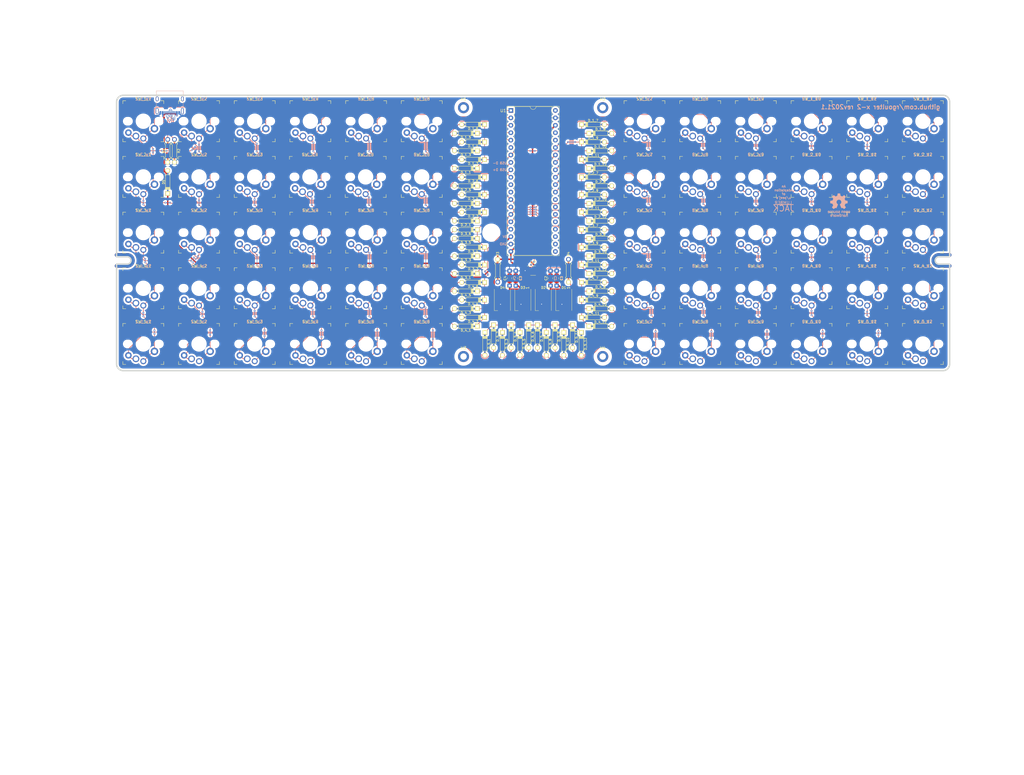
<source format=kicad_pcb>
(kicad_pcb (version 20241229) (generator "pcbnew") (generator_version "9.0")
  (title_block (title "X-2: Lumberjack-Arm") (date "2022-07-02") (rev "2022.1") (company "rgoulter/keyboard-labs") (comment 1 "Designed to fit into tray-mounted GH60 cases.") (comment 2 " in the \"show the components\" tradition of the Plaid Keyboard PCB.") (comment 3 "Design based upon u/peej's Lumberjack keyboard,") (comment 4 "Keyboard PCB; \"unsplit\" 2x 5x6 ortholinear, using an ARM-powered dev board."))
  (layers (0 "F.Cu" signal) (2 "B.Cu" signal) (13 "F.Paste" user) (15 "B.Paste" user) (5 "F.SilkS" user "F.Silkscreen") (7 "B.SilkS" user "B.Silkscreen") (1 "F.Mask" user) (3 "B.Mask" user) (25 "Edge.Cuts" user))
  (net 0 "")
  (net 1 "GND")
  (net 2 "/ROW1")
  (net 3 "/ROW2")
  (net 4 "/ROW3")
  (net 5 "/ROW4")
  (net 6 "/ROW5")
  (net 7 "/COL3")
  (net 8 "/COL1")
  (net 9 "/COL2")
  (net 10 "/COL4")
  (net 11 "/COL5")
  (net 12 "/COL6")
  (net 13 "/COL7")
  (net 14 "/COL8")
  (net 15 "Net-(D3-Pad2)")
  (net 16 "Net-(D4-Pad2)")
  (net 17 "/COL9")
  (net 18 "/5V")
  (net 19 "Net-(D_1_1-Pad2)")
  (net 20 "Net-(D_1_2-Pad2)")
  (net 21 "Net-(D_1_3-Pad2)")
  (net 22 "Net-(D_1_4-Pad2)")
  (net 23 "Net-(D_1_5-Pad2)")
  (net 24 "Net-(D_1_6-Pad2)")
  (net 25 "Net-(R3-Pad1)")
  (net 26 "/RGB_DIN_5V")
  (net 27 "Net-(D_1_7-Pad2)")
  (net 28 "Net-(D_1_8-Pad2)")
  (net 29 "Net-(D_1_9-Pad2)")
  (net 30 "Net-(D_1_10-Pad2)")
  (net 31 "/COL10")
  (net 32 "Net-(D_1_11-Pad2)")
  (net 33 "/COL11")
  (net 34 "Net-(D_1_12-Pad2)")
  (net 35 "/COL12")
  (net 36 "Net-(D_2_1-Pad2)")
  (net 37 "Net-(D_2_2-Pad2)")
  (net 38 "Net-(D_2_3-Pad2)")
  (net 39 "Net-(D_2_4-Pad2)")
  (net 40 "Net-(D_2_5-Pad2)")
  (net 41 "Net-(D_2_6-Pad2)")
  (net 42 "Net-(D_2_7-Pad2)")
  (net 43 "Net-(D_2_8-Pad2)")
  (net 44 "Net-(D_2_9-Pad2)")
  (net 45 "Net-(D_2_10-Pad2)")
  (net 46 "Net-(D_2_11-Pad2)")
  (net 47 "Net-(D_2_12-Pad2)")
  (net 48 "Net-(D_3_1-Pad2)")
  (net 49 "Net-(D_3_2-Pad2)")
  (net 50 "Net-(D_3_3-Pad2)")
  (net 51 "Net-(D_3_4-Pad2)")
  (net 52 "Net-(D_3_5-Pad2)")
  (net 53 "Net-(D_3_6-Pad2)")
  (net 54 "Net-(D_3_7-Pad2)")
  (net 55 "Net-(D_3_8-Pad2)")
  (net 56 "Net-(D_3_9-Pad2)")
  (net 57 "Net-(D_3_10-Pad2)")
  (net 58 "Net-(D_3_11-Pad2)")
  (net 59 "Net-(D_3_12-Pad2)")
  (net 60 "Net-(D_4_1-Pad2)")
  (net 61 "Net-(D_4_2-Pad2)")
  (net 62 "Net-(D_4_3-Pad2)")
  (net 63 "Net-(D_4_4-Pad2)")
  (net 64 "Net-(D_4_5-Pad2)")
  (net 65 "Net-(D_4_6-Pad2)")
  (net 66 "Net-(D_4_7-Pad2)")
  (net 67 "Net-(D_4_8-Pad2)")
  (net 68 "Net-(D_4_9-Pad2)")
  (net 69 "Net-(D_4_10-Pad2)")
  (net 70 "Net-(D_4_11-Pad2)")
  (net 71 "Net-(D_4_12-Pad2)")
  (net 72 "Net-(D_5_1-Pad2)")
  (net 73 "Net-(D_5_2-Pad2)")
  (net 74 "Net-(D_5_3-Pad2)")
  (net 75 "Net-(D_5_4-Pad2)")
  (net 76 "Net-(D_5_5-Pad2)")
  (net 77 "Net-(D_5_6-Pad2)")
  (net 78 "Net-(D_5_7-Pad2)")
  (net 79 "Net-(D_5_8-Pad2)")
  (net 80 "Net-(D_5_9-Pad2)")
  (net 81 "Net-(D_5_10-Pad2)")
  (net 82 "Net-(D_5_11-Pad2)")
  (net 83 "Net-(D_5_12-Pad2)")
  (net 84 "/3V3")
  (net 85 "Net-(U1-Pad17)")
  (net 86 "Net-(U1-Pad37)")
  (net 87 "Net-(U1-Pad12)")
  (net 88 "Net-(U1-Pad11)")
  (net 89 "Net-(U1-Pad28)")
  (net 90 "/RGB_DIN_3V3")
  (net 91 "Net-(U1-Pad6)")
  (net 92 "Net-(U1-Pad26)")
  (net 93 "/GND_or_5V")
  (net 94 "Net-(D1-Pad4)")
  (net 95 "Net-(D1-Pad2)")
  (net 96 "Net-(D2-Pad2)")
  (net 97 "VBUS")
  (net 98 "Net-(J1-PadB8)")
  (net 99 "/CC1")
  (net 100 "/USB_DN")
  (net 101 "/USB_DP")
  (net 102 "Net-(J1-PadA8)")
  (net 103 "/CC2")
  (net 104 "Net-(U1-Pad27)")
  (net 105 "Net-(U1-Pad24)")
  (net 106 "Net-(U1-Pad23)")
  (net 107 "Net-(U1-Pad22)")
  (net 108 "Net-(U1-Pad21)")
  (net 109 "Net-(U1-Pad36)")
  (net 110 "Net-(U1-Pad25)")
  (net 111 "Net-(J1-PadS1)")
  (footprint "ProjectLocal:SW_MX_PG1350_NoLed" (layer "F.Cu") (at 325.85 58.875)
    (property "Reference" "SW_1_12")
    (property "Value" "MX-compatible or Kailh Choc v1")
  )
  (footprint "ProjectLocal:SW_MX_PG1350_NoLed" (layer "F.Cu") (at 268.7 58.875)
    (property "Reference" "SW_1_9")
    (property "Value" "MX-compatible or Kailh Choc v1")
  )
  (footprint "ProjectLocal:SW_MX_PG1350_NoLed" (layer "F.Cu") (at 325.85 77.925)
    (property "Reference" "SW_2_12")
    (property "Value" "MX-compatible or Kailh Choc v1")
  )
  (footprint "ProjectLocal:SW_MX_PG1350_NoLed" (layer "F.Cu") (at 268.7 77.925)
    (property "Reference" "SW_2_9")
    (property "Value" "MX-compatible or Kailh Choc v1")
  )
  (footprint "ProjectLocal:SW_MX_PG1350_NoLed" (layer "F.Cu") (at 325.85 96.975)
    (property "Reference" "SW_3_12")
    (property "Value" "MX-compatible or Kailh Choc v1")
  )
  (footprint "ProjectLocal:SW_MX_PG1350_NoLed" (layer "F.Cu") (at 306.8 96.975)
    (property "Reference" "SW_3_11")
    (property "Value" "MX-compatible or Kailh Choc v1")
  )
  (footprint "ProjectLocal:SW_MX_PG1350_NoLed" (layer "F.Cu") (at 249.65 77.925)
    (property "Reference" "SW_2_8")
    (property "Value" "MX-compatible or Kailh Choc v1")
  )
  (footprint "ProjectLocal:SW_MX_PG1350_NoLed" (layer "F.Cu") (at 325.85 116.025)
    (property "Reference" "SW_4_12")
    (property "Value" "MX-compatible or Kailh Choc v1")
  )
  (footprint "ProjectLocal:SW_MX_PG1350_NoLed" (layer "F.Cu") (at 325.85 135.075)
    (property "Reference" "SW_5_12")
    (property "Value" "MX-compatible or Kailh Choc v1")
  )
  (footprint "ProjectLocal:SW_MX_PG1350_NoLed" (layer "F.Cu") (at 287.75 116.025)
    (property "Reference" "SW_4_10")
    (property "Value" "MX-compatible or Kailh Choc v1")
  )
  (footprint "ProjectLocal:SW_MX_PG1350_NoLed" (layer "F.Cu") (at 268.7 116.025)
    (property "Reference" "SW_4_9")
    (property "Value" "MX-compatible or Kailh Choc v1")
  )
  (footprint "ProjectLocal:SW_MX_PG1350_NoLed" (layer "F.Cu") (at 78.2 135.075)
    (property "Reference" "SW_5_2")
    (property "Value" "MX-compatible or Kailh Choc v1")
  )
  (footprint "ProjectLocal:SW_MX_PG1350_NoLed" (layer "F.Cu") (at 116.3 135.075)
    (property "Reference" "SW_5_4")
    (property "Value" "MX-compatible or Kailh Choc v1")
  )
  (footprint "ProjectLocal:SW_MX_PG1350_NoLed" (layer "F.Cu") (at 135.35 135.075)
    (property "Reference" "SW_5_5")
    (property "Value" "MX-compatible or Kailh Choc v1")
  )
  (footprint "ProjectLocal:SW_MX_PG1350_NoLed" (layer "F.Cu") (at 268.7 135.075)
    (property "Reference" "SW_5_9")
    (property "Value" "MX-compatible or Kailh Choc v1")
  )
  (footprint "Keebio-Parts:Diode-dual" (layer "F.Cu") (at 172 78)
    (property "Reference" "D_2_6")
    (property "Value" "1N4148" (hide yes))
  )
  (footprint "Keebio-Parts:Diode-dual" (layer "F.Cu") (at 172 114)
    (property "Reference" "D_4_6")
    (property "Value" "1N4148" (hide yes))
  )
  (footprint "Keebio-Parts:Diode-dual" (layer "F.Cu") (at 191 132.5 90)
    (property "Reference" "D_5_6")
    (property "Value" "1N4148" (hide yes))
  )
  (footprint "Keebio-Parts:Diode-dual" (layer "F.Cu") (at 188 135 90)
    (property "Reference" "D_5_5")
    (property "Value" "1N4148" (hide yes))
  )
  (footprint "Keebio-Parts:Diode-dual" (layer "F.Cu") (at 185 132.5 90)
    (property "Reference" "D_5_4")
    (property "Value" "1N4148" (hide yes))
  )
  (footprint "Keebio-Parts:Diode-dual" (layer "F.Cu") (at 179 132.5 90)
    (property "Reference" "D_5_2")
    (property "Value" "1N4148" (hide yes))
  )
  (footprint "Keebio-Parts:Diode-dual" (layer "F.Cu") (at 172 72)
    (property "Reference" "D_1_2")
    (property "Value" "1N4148" (hide yes))
  )
  (footprint "MountingHole:MountingHole_2.2mm_M2_DIN965_Pad" (layer "F.Cu") (at 168.68748 54.23755)
    (property "Reference" "H1")
    (property "Value" "M2 16mm Spacer")
  )
  (footprint "MountingHole:MountingHole_2.2mm_M2_DIN965_Pad" (layer "F.Cu") (at 216.31252 54.23755)
    (property "Reference" "H2")
    (property "Value" "M2 16mm Spacer")
  )
  (footprint "MountingHole:MountingHole_2.2mm_M2_DIN965_Pad" (layer "F.Cu") (at 168.68748 139.367309)
    (property "Reference" "H3")
    (property "Value" "M2 16mm Spacer")
  )
  (footprint "MountingHole:MountingHole_2.2mm_M2_DIN965_Pad" (layer "F.Cu") (at 216.31252 139.367309)
    (property "Reference" "H4")
    (property "Value" "M2 16mm Spacer")
  )
  (footprint "Keebio-Parts:Diode-dual" (layer "F.Cu") (at 206 132.5 90)
    (property "Reference" "D_5_11")
    (property "Value" "1N4148" (hide yes))
  )
  (footprint "ProjectLocal:SW_MX_PG1350_NoLed" (layer "F.Cu") (at 249.65 135.075)
    (property "Reference" "SW_5_8")
    (property "Value" "MX-compatible or Kailh Choc v1")
  )
  (footprint "ProjectLocal:SW_MX_PG1350_NoLed" (layer "F.Cu") (at 135.35 116.025)
    (property "Reference" "SW_4_5")
    (property "Value" "MX-compatible or Kailh Choc v1")
  )
  (footprint "ProjectLocal:SW_MX_PG1350_NoLed" (layer "F.Cu") (at 116.3 116.025)
    (property "Reference" "SW_4_4")
    (property "Value" "MX-compatible or Kailh Choc v1")
  )
  (footprint "ProjectLocal:SW_MX_PG1350_NoLed" (layer "F.Cu") (at 97.25 116.025)
    (property "Reference" "SW_4_3")
    (property "Value" "MX-compatible or Kailh Choc v1")
  )
  (footprint "ProjectLocal:SW_MX_PG1350_NoLed" (layer "F.Cu") (at 59.15 135.075)
    (property "Reference" "SW_5_1")
    (property "Value" "MX-compatible or Kailh Choc v1")
  )
  (footprint "Keebio-Parts:Diode-dual" (layer "F.Cu") (at 172 126)
    (property "Reference" "D_4_2")
    (property "Value" "1N4148" (hide yes))
  )
  (footprint "Keebio-Parts:Diode-dual" (layer "F.Cu") (at 172 120)
    (property "Reference" "D_4_4")
    (property "Value" "1N4148" (hide yes))
  )
  (footprint "Keebio-Parts:Diode-dual" (layer "F.Cu") (at 169.5 111)
    (property "Reference" "D_3_1")
    (property "Value" "1N4148" (hide yes))
  )
  (footprint "Keebio-Parts:Diode-dual" (layer "F.Cu") (at 172 108)
    (property "Reference" "D_3_2")
    (property "Value" "1N4148" (hide yes))
  )
  (footprint "Keebio-Parts:Diode-dual" (layer "F.Cu") (at 169.5 105)
    (property "Reference" "D_3_3")
    (property "Value" "1N4148" (hide yes))
  )
  (footprint "Keebio-Parts:Diode-dual" (layer "F.Cu") (at 169.5 117)
    (property "Reference" "D_4_5")
    (property "Value" "1N4148" (hide yes))
  )
  (footprint "Keebio-Parts:Diode-dual" (layer "F.Cu") (at 169.5 93)
    (property "Reference" "D_2_1")
    (property "Value" "1N4148" (hide yes))
  )
  (footprint "Keebio-Parts:Diode-dual" (layer "F.Cu") (at 169.5 99)
    (property "Reference" "D_3_5")
    (property "Value" "1N4148" (hide yes))
  )
  (footprint "Keebio-Parts:Diode-dual" (layer "F.Cu") (at 169.5 87)
    (property "Reference" "D_2_3")
    (property "Value" "1N4148" (hide yes))
  )
  (footprint "Keebio-Parts:Diode-dual" (layer "F.Cu") (at 172 84)
    (property "Reference" "D_2_4")
    (property "Value" "1N4148" (hide yes))
  )
  (footprint "Keebio-Parts:Diode-dual" (layer "F.Cu") (at 169.5 81)
    (property "Reference" "D_2_5")
    (property "Value" "1N4148" (hide yes))
  )
  (footprint "Keebio-Parts:Diode-dual" (layer "F.Cu") (at 213 72 180)
    (property "Reference" "D_1_11")
    (property "Value" "1N4148" (hide yes))
  )
  (footprint "Keebio-Parts:Diode-dual" (layer "F.Cu") (at 169.5 69)
    (property "Reference" "D_1_3")
    (property "Value" "1N4148" (hide yes))
  )
  (footprint "ProjectLocal:SW_MX_PG1350_NoLed" (layer "F.Cu") (at 154.4 96.975)
    (property "Reference" "SW_3_6")
    (property "Value" "MX-compatible or Kailh Choc v1")
  )
  (footprint "ProjectLocal:SW_MX_PG1350_NoLed" (layer "F.Cu") (at 135.2 77.925)
    (property "Reference" "SW_2_5")
    (property "Value" "MX-compatible or Kailh Choc v1")
  )
  (footprint "ProjectLocal:SW_MX_PG1350_NoLed" (layer "F.Cu") (at 97.25 96.975)
    (property "Reference" "SW_3_3")
    (property "Value" "MX-compatible or Kailh Choc v1")
  )
  (footprint "ProjectLocal:SW_MX_PG1350_NoLed" (layer "F.Cu") (at 78.2 96.975)
    (property "Reference" "SW_3_2")
    (property "Value" "MX-compatible or Kailh Choc v1")
  )
  (footprint "ProjectLocal:SW_MX_PG1350_NoLed" (layer "F.Cu") (at 59.15 96.975)
    (property "Reference" "SW_3_1")
    (property "Value" "MX-compatible or Kailh Choc v1")
  )
  (footprint "ProjectLocal:SW_MX_PG1350_NoLed" (layer "F.Cu") (at 154.4 58.875)
    (property "Reference" "SW_1_6")
    (property "Value" "MX-compatible or Kailh Choc v1")
  )
  (footprint "ProjectLocal:SW_MX_PG1350_NoLed" (layer "F.Cu") (at 116.3 58.875)
    (property "Reference" "SW_1_4")
    (property "Value" "MX-compatible or Kailh Choc v1")
  )
  (footprint "ProjectLocal:SW_MX_PG1350_NoLed" (layer "F.Cu") (at 97.25 58.875)
    (property "Reference" "SW_1_3")
    (property "Value" "MX-compatible or Kailh Choc v1")
  )
  (footprint "Keebio-Parts:Diode-dual" (layer "F.Cu") (at 215.5 69 180)
    (property "Reference" "D_1_10")
    (property "Value" "1N4148" (hide yes))
  )
  (footprint "ProjectLocal:SW_MX_PG1350_NoLed" (layer "F.Cu") (at 306.8 58.875)
    (property "Reference" "SW_1_11")
    (property "Value" "MX-compatible or Kailh Choc v1")
  )
  (footprint "Keebio-Parts:Diode-dual" (layer "F.Cu") (at 169.5 63)
    (property "Reference" "D_1_5")
    (property "Value" "1N4148" (hide yes))
  )
  (footprint "ProjectLocal:SW_MX_PG1350_NoLed" (layer "F.Cu") (at 97.25 77.925)
    (property "Reference" "SW_2_3")
    (property "Value" "MX-compatible or Kailh Choc v1")
  )
  (footprint "ProjectLocal:SW_MX_PG1350_NoLed" (layer "F.Cu") (at 116.15 77.925)
    (property "Reference" "SW_2_4")
    (property "Value" "MX-compatible or Kailh Choc v1")
  )
  (footprint "ProjectLocal:SW_MX_PG1350_NoLed" (layer "F.Cu") (at 154.4 77.925)
    (property "Reference" "SW_2_6")
    (property "Value" "MX-compatible or Kailh Choc v1")
  )
  (footprint "ProjectLocal:SW_MX_PG1350_NoLed" (layer "F.Cu") (at 59.15 116.025)
    (property "Reference" "SW_4_1")
    (property "Value" "MX-compatible or Kailh Choc v1")
  )
  (footprint "ProjectLocal:SW_MX_PG1350_NoLed" (layer "F.Cu") (at 78.2 116.025)
    (property "Reference" "SW_4_2")
    (property "Value" "MX-compatible or Kailh Choc v1")
  )
  (footprint "ProjectLocal:SW_MX_PG1350_NoLed" (layer "F.Cu") (at 306.8 135.075)
    (property "Reference" "SW_5_11")
    (property "Value" "MX-compatible or Kailh Choc v1")
  )
  (footprint "ProjectLocal:SW_MX_PG1350_NoLed" (layer "F.Cu") (at 249.65 96.975)
    (property "Reference" "SW_3_8")
    (property "Value" "MX-compatible or Kailh Choc v1")
  )
  (footprint "ProjectLocal:SW_MX_PG1350_NoLed" (layer "F.Cu") (at 268.7 96.975)
    (property "Reference" "SW_3_9")
    (property "Value" "MX-compatible or Kailh Choc v1")
  )
  (footprint "ProjectLocal:SW_MX_PG1350_NoLed" (layer "F.Cu") (at 306.8 116.025)
    (property "Reference" "SW_4_11")
    (property "Value" "MX-compatible or Kailh Choc v1")
  )
  (footprint "Keebio-Parts:Diode-dual" (layer "F.Cu") (at 203 135 90)
    (property "Reference" "D_5_10")
    (property "Value" "1N4148" (hide yes))
  )
  (footprint "ProjectLocal:SW_MX_PG1350_NoLed" (layer "F.Cu") (at 97.25 135.075)
    (property "Reference" "SW_5_3")
    (property "Value" "MX-compatible or Kailh Choc v1")
  )
  (footprint "ProjectLocal:SW_MX_PG1350_NoLed" (layer "F.Cu") (at 59.15 77.925)
    (property "Reference" "SW_2_1")
    (property "Value" "MX-compatible or Kailh Choc v1")
  )
  (footprint "ProjectLocal:SW_MX_PG1350_NoLed" (layer "F.Cu") (at 249.65 116.025)
    (property "Reference" "SW_4_8")
    (property "Value" "MX-compatible or Kailh Choc v1")
  )
  (footprint "ProjectLocal:SW_MX_PG1350_NoLed" (layer "F.Cu") (at 135.35 58.875)
    (property "Reference" "SW_1_5")
    (property "Value" "MX-compatible or Kailh Choc v1")
  )
  (footprint "ProjectLocal:SW_MX_PG1350_NoLed" (layer "F.Cu") (at 287.75 58.875)
    (property "Reference" "SW_1_10")
    (property "Value" "MX-compatible or Kailh Choc v1")
  )
  (footprint "ProjectLocal:SW_MX_PG1350_NoLed" (layer "F.Cu") (at 306.8 77.925)
    (property "Reference" "SW_2_11")
    (property "Value" "MX-compatible or Kailh Choc v1")
  )
  (footprint "ProjectLocal:SW_MX_PG1350_NoLed" (layer "F.Cu") (at 154.4 116.025)
    (property "Reference" "SW_4_6")
    (property "Value" "MX-compatible or Kailh Choc v1")
  )
  (footprint "Keebio-Parts:Diode-dual" (layer "F.Cu") (at 176 135 90)
    (property "Reference" "D_5_1")
    (property "Value" "1N4148" (hide yes))
  )
  (footprint "ProjectLocal:SW_MX_PG1350_NoLed" (layer "F.Cu") (at 230.6 77.925)
    (property "Reference" "SW_2_7")
    (property "Value" "MX-compatible or Kailh Choc v1")
  )
  (footprint "ProjectLocal:SW_MX_PG1350_NoLed" (layer "F.Cu") (at 230.6 58.875)
    (property "Reference" "SW_1_7")
    (property "Value" "MX-compatible or Kailh Choc v1")
  )
  (footprint "ProjectLocal:SW_MX_PG1350_NoLed" (layer "F.Cu") (at 249.65 58.875)
    (property "Reference" "SW_1_8")
    (property "Value" "MX-compatible or Kailh Choc v1")
  )
  (footprint "ProjectLocal:SW_MX_PG1350_NoLed" (layer "F.Cu") (at 154.4 135.075)
    (property "Reference" "SW_5_6")
    (property "Value" "MX-compatible or Kailh Choc v1")
  )
  (footprint "Keebio-Parts:Diode-dual" (layer "F.Cu") (at 215.5 111 180)
    (property "Reference" "D_3_12")
    (property "Value" "1N4148" (hide yes))
  )
  (footprint "Keebio-Parts:Diode-dual" (layer "F.Cu") (at 209 135 90)
    (property "Reference" "D_5_12")
    (property "Value" "1N4148" (hide yes))
  )
  (footprint "ProjectLocal:SW_MX_PG1350_NoLed" (layer "F.Cu") (at 230.6 96.975)
    (property "Reference" "SW_3_7")
    (property "Value" "MX-compatible or Kailh Choc v1")
  )
  (footprint "ProjectLocal:SW_MX_PG1350_NoLed" (layer "F.Cu") (at 230.6 135.075)
    (property "Reference" "SW_5_7")
    (property "Value" "MX-compatible or Kailh Choc v1")
  )
  (footprint "ProjectLocal:SW_MX_PG1350_NoLed" (layer "F.Cu") (at 230.6 116.025)
    (property "Reference" "SW_4_7")
    (property "Value" "MX-compatible or Kailh Choc v1")
  )
  (footprint "ProjectLocal:SW_MX_PG1350_NoLed" (layer "F.Cu") (at 135.35 96.975)
    (property "Reference" "SW_3_5")
    (property "Value" "MX-compatible or Kailh Choc v1")
  )
  (footprint "ProjectLocal:SW_MX_PG1350_NoLed" (layer "F.Cu") (at 287.75 77.925)
    (property "Reference" "SW_2_10")
    (property "Value" "MX-compatible or Kailh Choc v1")
  )
  (footprint "Keebio-Parts:Diode-dual" (layer "F.Cu") (at 215.5 75 180)
    (property "Reference" "D_1_12")
    (property "Value" "1N4148" (hide yes))
  )
  (footprint "Keebio-Parts:Diode-dual" (layer "F.Cu") (at 213 60 180)
    (property "Reference" "D_1_7")
    (property "Value" "1N4148" (hide yes))
  )
  (footprint "Keebio-Parts:Diode-dual" (layer "F.Cu") (at 215.5 63 180)
    (property "Reference" "D_1_8")
    (property "Value" "1N4148" (hide yes))
  )
  (footprint "Keebio-Parts:Diode-dual" (layer "F.Cu") (at 213 78 180)
    (property "Reference" "D_2_7")
    (property "Value" "1N4148" (hide yes))
  )
  (footprint "Keebio-Parts:Diode-dual" (layer "F.Cu") (at 215.5 93 180)
    (property "Reference" "D_2_12")
    (property "Value" "1N4148" (hide yes))
  )
  (footprint "Keebio-Parts:Diode-dual" (layer "F.Cu") (at 215.5 87 180)
    (property "Reference" "D_2_10")
    (property "Value" "1N4148" (hide yes))
  )
  (footprint "Keebio-Parts:Diode-dual" (layer "F.Cu") (at 213 90 180)
    (property "Reference" "D_2_11")
    (property "Value" "1N4148" (hide yes))
  )
  (footprint "Keebio-Parts:Diode-dual" (layer "F.Cu") (at 213 102 180)
    (property "Reference" "D_3_9")
    (property "Value" "1N4148" (hide yes))
  )
  (footprint "Keebio-Parts:Diode-dual" (layer "F.Cu") (at 215.5 99 180)
    (property "Reference" "D_3_8")
    (property "Value" "1N4148" (hide yes))
  )
  (footprint "Keebio-Parts:Diode-dual" (layer "F.Cu") (at 213 96 180)
    (property "Reference" "D_3_7")
    (property "Value" "1N4148" (hide yes))
  )
  (footprint "Keebio-Parts:Diode-dual" (layer "F.Cu") (at 215.5 81 180)
    (property "Reference" "D_2_8")
    (property "Value" "1N4148" (hide yes))
  )
  (footprint "Keebio-Parts:Diode-dual" (layer "F.Cu") (at 213 108 180)
    (property "Reference" "D_3_11")
    (property "Value" "1N4148" (hide yes))
  )
  (footprint "Keebio-Parts:Diode-dual" (layer "F.Cu") (at 215.5 105 180)
    (property "Reference" "D_3_10")
    (property "Value" "1N4148" (hide yes))
  )
  (footprint "Keebio-Parts:Diode-dual" (layer "F.Cu") (at 213 114 180)
    (property "Reference" "D_4_7")
    (property "Value" "1N4148" (hide yes))
  )
  (footprint "Keebio-Parts:Diode-dual" (layer "F.Cu") (at 213 84 180)
    (property "Reference" "D_2_9")
    (property "Value" "1N4148" (hide yes))
  )
  (footprint "Keebio-Parts:Diode-dual" (layer "F.Cu") (at 213 66 180)
    (property "Reference" "D_1_9")
    (property "Value" "1N4148" (hide yes))
  )
  (footprint "Keebio-Parts:Diode-dual" (layer "F.Cu") (at 215.5 129 180)
    (property "Reference" "D_4_12")
    (property "Value" "1N4148" (hide yes))
  )
  (footprint "Keebio-Parts:Diode-dual" (layer "F.Cu") (at 213 120 180)
    (property "Reference" "D_4_9")
    (property "Value" "1N4148" (hide yes))
  )
  (footprint "Keebio-Parts:Diode-dual" (layer "F.Cu") (at 194 132.5 90)
    (property "Reference" "D_5_7")
    (property "Value" "1N4148" (hide yes))
  )
  (footprint "Keebio-Parts:Diode-dual" (layer "F.Cu") (at 215.5 117 180)
    (property "Reference" "D_4_8")
    (property "Value" "1N4148" (hide yes))
  )
  (footprint "Keebio-Parts:Diode-dual" (layer "F.Cu") (at 215.5 123 180)
    (property "Reference" "D_4_10")
    (property "Value" "1N4148" (hide yes))
  )
  (footprint "Keebio-Parts:Diode-dual" (layer "F.Cu") (at 213 126 180)
    (property "Reference" "D_4_11")
    (property "Value" "1N4148" (hide yes))
  )
  (footprint "Keebio-Parts:Diode-dual" (layer "F.Cu") (at 197 135 90)
    (property "Reference" "D_5_8")
    (property "Value" "1N4148" (hide yes))
  )
  (footprint "ProjectLocal:H_M2_Spacer_Hole" (layer "F.Cu") (at 178.2 97)
    (property "Reference" "H7" (hide yes))
    (property "Value" "~")
  )
  (footprint "Keebio-Parts:Diode-dual" (layer "F.Cu") (at 200 132.5 90)
    (property "Reference" "D_5_9")
    (property "Value" "1N4148" (hide yes))
  )
  (footprint "Keebio-Parts:Diode-dual" (layer "F.Cu") (at 169.5 129)
    (property "Reference" "D_4_1")
    (property "Value" "1N4148" (hide yes))
  )
  (footprint "Keebio-Parts:Diode-dual" (layer "F.Cu") (at 172 102)
    (property "Reference" "D_3_4")
    (property "Value" "1N4148" (hide yes))
  )
  (footprint "Keebio-Parts:Diode-dual" (layer "F.Cu") (at 169.5 96)
    (property "Reference" "D_3_6")
    (property "Value" "1N4148" (hide yes))
  )
  (footprint "Keebio-Parts:Diode-dual" (layer "F.Cu") (at 169.5 75)
    (property "Reference" "D_1_1")
    (property "Value" "1N4148" (hide yes))
  )
  (footprint "Keebio-Parts:Diode-dual" (layer "F.Cu") (at 169.5 123)
    (property "Reference" "D_4_3")
    (property "Value" "1N4148" (hide yes))
  )
  (footprint "ProjectLocal:SW_MX_PG1350_NoLed" (layer "F.Cu") (at 287.75 96.975)
    (property "Reference" "SW_3_10")
    (property "Value" "MX-compatible or Kailh Choc v1")
  )
  (footprint "ProjectLocal:Resistor-Hybrid" (layer "F.Cu") (at 69.8 69 90)
    (property "Reference" "R2")
    (property "Value" "5.1K" (hide yes))
  )
  (footprint "ProjectLocal:Resistor-Hybrid" (layer "F.Cu") (at 67.5 69 90)
    (property "Reference" "R1")
    (property "Value" "5.1K" (hide yes))
  )
  (footprint "ProjectLocal:SW_MX_PG1350_NoLed" (layer "F.Cu") (at 78.2 58.875)
    (property "Reference" "SW_1_2")
    (property "Value" "MX-compatible or Kailh Choc v1")
  )
  (footprint "ProjectLocal:SW_MX_PG1350_NoLed" (layer "F.Cu") (at 287.75 135.075)
    (property "Reference" "SW_5_10")
    (property "Value" "MX-compatible or Kailh Choc v1")
  )
  (footprint "ProjectLocal:SW_MX_PG1350_NoLed" (layer "F.Cu") (at 59.15 58.875)
    (property "Reference" "SW_1_1")
    (property "Value" "MX-compatible or Kailh Choc v1")
  )
  (footprint "ProjectLocal:SW_MX_PG1350_NoLed" (layer "F.Cu") (at 78.2 77.925)
    (property "Reference" "SW_2_2")
    (property "Value" "MX-compatible or Kailh Choc v1")
  )
  (footprint "ProjectLocal:SW_MX_PG1350_NoLed" (layer "F.Cu") (at 116.3 96.975)
    (property "Reference" "SW_3_4")
    (property "Value" "MX-compatible or Kailh Choc v1")
  )
  (footprint "Keebio-Parts:Diode-dual" (layer "F.Cu") (at 172 66)
    (property "Reference" "D_1_4")
    (property "Value" "1N4148" (hide yes))
  )
  (footprint "Keebio-Parts:Diode-dual" (layer "F.Cu") (at 182 135 90)
    (property "Reference" "D_5_3")
    (property "Value" "1N4148" (hide yes))
  )
  (footprint "LED_SMD:LED_WS2812B_PLCC4_5.0x5.0mm_P3.2mm" (layer "F.Cu") (at 189 120 -90)
    (property "Reference" "D3")
    (property "Value" "SK6812")
  )
  (footprint "LED_SMD:LED_WS2812B_PLCC4_5.0x5.0mm_P3.2mm" (layer "F.Cu") (at 182 120 -90)
    (property "Reference" "D4")
    (property "Value" "SK6812")
  )
  (footprint "LED_SMD:LED_WS2812B_PLCC4_5.0x5.0mm_P3.2mm" (layer "F.Cu") (at 203 120 -90)
    (property "Reference" "D1")
    (property "Value" "SK6812")
  )
  (footprint "Package_TO_SOT_SMD:SOT-23-6_Handsoldering" (layer "F.Cu") (at 192.5 110)
    (property "Reference" "U2")
    (property "Value" "SN74LVC1T45DBV")
  )
  (footprint "ProjectLocal:C_0805_2012Metric_Pad1.18x1.45mm_HandSolder_Dual" (layer "F.Cu") (at 184.45 112.6 -90)
    (property "Reference" "C4")
    (property "Value" "100nF" (hide yes))
  )
  (footprint "ProjectLocal:C_0805_2012Metric_Pad1.18x1.45mm_HandSolder_Dual" (layer "F.Cu") (at 186.55 112.6 -90)
    (property "Reference" "C3")
    (property "Value" "100nF" (hide yes))
  )
  (footprint "ProjectLocal:C_0805_2012Metric_Pad1.18x1.45mm_HandSolder_Dual" (layer "F.Cu") (at 200.55 112.6 -90)
    (property "Reference" "C1")
    (property "Value" "100nF" (hide yes))
  )
  (footprint "ProjectLocal:C_0805_2012Metric_Pad1.18x1.45mm_HandSolder_Dual" (layer "F.Cu") (at 198.45 112.6 -90)
    (property "Reference" "C2")
    (property "Value" "100nF" (hide yes))
  )
  (footprint "ProjectLocal:Resistor-Hybrid" (layer "F.Cu") (at 180.4 110 -90)
    (property "Reference" "R3")
    (property "Value" "2.2k - 10k" (hide yes))
  )
  (footprint "ProjectLocal:Resistor-Hybrid" (layer "F.Cu") (at 204.6 110 90)
    (property "Reference" "R4")
    (property "Value" "300 - 500R" (hide yes))
  )
  (footprint "Keebio-Parts:Diode-dual" (layer "F.Cu") (at 172 90)
    (property "Reference" "D_2_2")
    (property "Value" "1N4148" (hide yes))
  )
  (footprint "LED_SMD:LED_WS2812B_PLCC4_5.0x5.0mm_P3.2mm" (layer "F.Cu") (at 196 120 -90)
    (property "Reference" "D2")
    (property "Value" "SK6812")
  )
  (footprint "Package_DIP:DIP-40_W15.24mm_Socket" (layer "F.Cu") (at 184.88 55.18365)
    (property "Reference" "U1")
    (property "Value" "STM32F103 Bluepill, or MiniF4 STM32F4x1 \"Blackpill\"")
  )
  (footprint "Keebio-Parts:Diode-dual" (layer "F.Cu") (at 172 60)
    (property "Reference" "D_1_6")
    (property "Value" "1N4148" (hide yes))
  )
  (footprint "Keebio-Parts:Diode-dual" (layer "F.Cu") (at 67.5 79.7 -90)
    (property "Reference" "D5")
    (property "Value" "1N4148" (hide yes))
  )
  (footprint "ProjectLocal:Graphic_Mask_HalfHole" (layer "F.Cu") (at 53.7089 106.5)
    (property "Reference" "HOLE" (hide yes))
    (property "Value" "Graphic_Mask_HalfHole")
  )
  (footprint "ProjectLocal:Graphic_Mask_HalfHole" (layer "F.Cu") (at 331.2912 106.5 180)
    (property "Reference" "HOLE" (hide yes))
    (property "Value" "Graphic_Mask_HalfHole")
  )
  (footprint "lumberjack:OSHW" (layer "B.Cu") (at 297.125 87.575 180)
    (property "Reference" "REF**" (hide yes))
    (property "Value" "OSHW" (hide yes))
  )
  (footprint "Connector_USB:USB_C_Receptacle_XKB_U262-16XN-4BVC11" (layer "B.Cu") (at 68.2 52.3)
    (property "Reference" "J1")
    (property "Value" "16-pin USB-C Connector SMD")
  )
  (gr_line (start 274.8 87.4) (end 281.5 87.4) (stroke (width 0.254)) (layer "B.SilkS"))
  (gr_poly (pts (xy 332.984955 144.187691) (xy 333.217957 144.150795) (xy 333.444977 144.08989) (xy 333.664978 144.005493) (xy 333.874969 143.89859) (xy 334.072968 143.770294) (xy 334.255981 143.622093) (xy 334.421967 143.455589) (xy 334.569977 143.272491) (xy 334.698975 143.074989) (xy 334.804962 142.865189) (xy 334.889984 142.645294) (xy 334.950958 142.417793) (xy 334.987976 142.185196) (xy 334.999969 141.949989) (xy 334.999969 107.749996) (xy 331.290955 107.749996) (xy 331.159973 107.743095) (xy 331.030975 107.722694) (xy 330.904968 107.688797) (xy 330.782959 107.641895) (xy 330.665955 107.582497) (xy 330.555969 107.511295) (xy 330.454956 107.428898) (xy 330.361969 107.336395) (xy 330.279968 107.234695) (xy 330.208984 107.124996) (xy 330.148956 107.008396) (xy 330.101959 106.886295) (xy 330.067963 106.759895) (xy 330.047974 106.630596) (xy 330.040955 106.499996) (xy 330.047974 106.369396) (xy 330.067963 106.240097) (xy 330.101959 106.113697) (xy 330.148956 105.991596) (xy 330.208984 105.874996) (xy 330.279968 105.765297) (xy 330.361969 105.663597) (xy 330.454956 105.571095) (xy 330.555969 105.488697) (xy 330.665955 105.417496) (xy 330.782959 105.358097) (xy 330.904968 105.311195) (xy 331.030975 105.277298) (xy 331.159973 105.256897) (xy 331.290955 105.249996) (xy 334.999969 105.249996) (xy 334.999969 52.25) (xy 334.987976 52.0148) (xy 334.950958 51.7822) (xy 334.889984 51.5547) (xy 334.804962 51.33484) (xy 334.698975 51.125) (xy 334.569977 50.927475) (xy 334.421967 50.744446) (xy 334.255981 50.577911) (xy 334.072968 50.429703) (xy 333.874969 50.301437) (xy 333.664978 50.194519) (xy 333.444977 50.110123) (xy 333.217957 50.049164) (xy 332.984955 50.012314) (xy 332.749969 50) (xy 52.25 50) (xy 52.0148 50.012314) (xy 51.7822 50.049164) (xy 51.5547 50.110123) (xy 51.33484 50.194519) (xy 51.125 50.301437) (xy 50.927475 50.429703) (xy 50.744446 50.577911) (xy 50.577911 50.744446) (xy 50.429703 50.927475) (xy 50.301437 51.125) (xy 50.194519 51.33484) (xy 50.110123 51.5547) (xy 50.049164 51.7822) (xy 50.012314 52.0148) (xy 50 52.25) (xy 50 105.249996) (xy 53.70889 105.249996) (xy 53.83955 105.256897) (xy 53.96878 105.277298) (xy 54.09517 105.311195) (xy 54.217319 105.358097) (xy 54.333889 105.417496) (xy 54.44362 105.488697) (xy 54.5453 105.571095) (xy 54.637819 105.663597) (xy 54.72017 105.765297) (xy 54.79143 105.874996) (xy 54.85083 105.991596) (xy 54.897719 106.113697) (xy 54.93158 106.240097) (xy 54.95204 106.369396) (xy 54.958889 106.499996) (xy 54.95204 106.630596) (xy 54.93158 106.759895) (xy 54.897719 106.886295) (xy 54.85083 107.008396) (xy 54.79143 107.124996) (xy 54.72017 107.234695) (xy 54.637819 107.336395) (xy 54.5453 107.428898) (xy 54.44362 107.511295) (xy 54.333889 107.582497) (xy 54.217319 107.641895) (xy 54.09517 107.688797) (xy 53.96878 107.722694) (xy 53.83955 107.743095) (xy 53.70889 107.749996) (xy 50 107.749996) (xy 50 141.949989) (xy 50.012314 142.185196) (xy 50.049164 142.417793) (xy 50.110123 142.645294) (xy 50.194519 142.865189) (xy 50.301437 143.074989) (xy 50.429703 143.272491) (xy 50.577911 143.455589) (xy 50.744446 143.622093) (xy 50.927475 143.770294) (xy 51.125 143.89859) (xy 51.33484 144.005493) (xy 51.5547 144.08989) (xy 51.7822 144.150795) (xy 52.0148 144.187691) (xy 52.25 144.199989) (xy 332.749969 144.199989) (xy 332.984955 144.187691)) (stroke (width 0.499999)) (fill no) (layer "Edge.Cuts"))
  (gr_text "LUMBER" (at 278.1 86.75 0) (layer "B.SilkS") (effects (font (size 1 1)) (justify mirror)))
  (gr_text "USB D-" (at 183.634 73.208 0) (layer "B.SilkS") (effects (font (size 0.8 0.8) (thickness 0.16)) (justify left mirror)))
  (gr_text "5V" (at 183.634 98.354 0) (layer "B.SilkS") (effects (font (size 0.8 0.8) (thickness 0.16)) (justify left mirror)))
  (gr_text "GND" (at 183.634 100.894 0) (layer "B.SilkS") (effects (font (size 0.8 0.8) (thickness 0.16)) (justify left mirror)))
  (gr_text "USB D+" (at 183.634 75.494 0) (layer "B.SilkS") (effects (font (size 0.8 0.8) (thickness 0.16)) (justify left mirror)))
  (gr_text "An\nAdaptation\nof\nu/peej's" (at 278.2 83.114 0) (layer "B.SilkS") (effects (font (size 0.8 0.8) (thickness 0.16)) (justify mirror)))
  (gr_text "github.com/rgoulter x-2 rev2021.1" (at 331.9 54 0) (layer "B.SilkS") (effects (font (size 1.5 1.5) (thickness 0.3)) (justify left mirror)))
  (gr_text "JACK" (at 278.2 88.7 0) (layer "B.SilkS") (effects (font (size 2 2) (thickness 0.25)) (justify mirror)))
  (segment (start 191.15 110) (end 189.7936 110) (width 0.5) (layer "F.Cu") (net 1))
  (segment (start 187.4 122.45) (end 188.35 121.5) (width 0.5) (layer "F.Cu") (net 1))
  (segment (start 180.4 122.45) (end 181.35 121.5) (width 0.5) (layer "F.Cu") (net 1))
  (segment (start 194.4 122.45) (end 195.4 121.45) (width 0.5) (layer "F.Cu") (net 1))
  (segment (start 189.7936 110) (end 189.7808 109.9872) (width 0.5) (layer "F.Cu") (net 1))
  (segment (start 201.4 122.45) (end 202.35 121.5) (width 0.5) (layer "F.Cu") (net 1))
  (via (at 195.4 121.45) (size 0.6) (drill 0.3) (layers "F.Cu" "B.Cu") (net 1))
  (via (at 202.35 121.5) (size 0.6) (drill 0.3) (layers "F.Cu" "B.Cu") (net 1))
  (via (at 189.7808 109.9872) (size 0.6) (drill 0.3) (layers "F.Cu" "B.Cu") (net 1))
  (via (at 181.35 121.5) (size 0.6) (drill 0.3) (layers "F.Cu" "B.Cu") (net 1))
  (via (at 188.35 121.5) (size 0.6) (drill 0.3) (layers "F.Cu" "B.Cu") (net 1))
  (segment (start 62.6772 56.95) (end 62.1966 56.4694) (width 0.5) (layer "B.Cu") (net 1))
  (segment (start 71.55 56.328517) (end 72.126493 56.90501) (width 0.5) (layer "B.Cu") (net 1))
  (segment (start 65.15 55.97) (end 64.85 55.97) (width 0.2) (layer "B.Cu") (net 1))
  (segment (start 72.126493 56.90501) (end 72.89499 56.90501) (width 0.5) (layer "B.Cu") (net 1))
  (segment (start 64.85 56.395) (end 64.295 56.95) (width 0.5) (layer "B.Cu") (net 1))
  (segment (start 73.24179 56.90501) (end 74.16 55.9868) (width 0.5) (layer "B.Cu") (net 1))
  (segment (start 64.85 55.97) (end 64.85 56.395) (width 0.5) (layer "B.Cu") (net 1))
  (segment (start 71.25 55.97) (end 71.55 55.97) (width 0.2) (layer "B.Cu") (net 1))
  (segment (start 71.55 55.97) (end 71.55 56.328517) (width 0.5) (layer "B.Cu") (net 1))
  (segment (start 72.89499 56.90501) (end 73.24179 56.90501) (width 0.5) (layer "B.Cu") (net 1))
  (segment (start 64.295 56.95) (end 62.6772 56.95) (width 0.5) (layer "B.Cu") (net 1))
  (segment (start 209.1 60) (end 209.1 62.9616) (width 0.16) (layer "F.Cu") (net 2))
  (segment (start 173.4 69) (end 175.9 69) (width 0.16) (layer "F.Cu") (net 2))
  (segment (start 209.1 66) (end 206.85 66) (width 0.16) (layer "F.Cu") (net 2))
  (segment (start 173.4 75) (end 173.4 74.5) (width 0.16) (layer "F.Cu") (net 2))
  (segment (start 209.1 62.9616) (end 209.1 66) (width 0.16) (layer "F.Cu") (net 2))
  (segment (start 201.44997 69) (end 201.974985 68.474985) (width 0.16) (layer "F.Cu") (net 2))
  (segment (start 201.974985 68.474985) (end 201.466319 68.983651) (width 0.16) (layer "F.Cu") (net 2))
  (segment (start 209.1 72) (end 209.1 72.5) (width 0.16) (layer "F.Cu") (net 2))
  (segment (start 204.44997 66) (end 201.974985 68.474985) (width 0.16) (layer "F.Cu") (net 2))
  (segment (start 175.85 63) (end 175.9 62.95) (width 0.16) (layer "F.Cu") (net 2))
  (segment (start 209.1 66) (end 209.1 69.0526) (width 0.16) (layer "F.Cu") (net 2))
  (segment (start 175.9 60) (end 175.9 62.95) (width 0.16) (layer "F.Cu") (net 2))
  (segment (start 175.9 69) (end 175.9 72) (width 0.16) (layer "F.Cu") (net 2))
  (segment (start 209.1 69.0526) (end 209.1 72) (width 0.16) (layer "F.Cu") (net 2))
  (segment (start 173.4 63) (end 175.85 63) (width 0.16) (layer "F.Cu") (net 2))
  (segment (start 186.319999 68.983651) (end 191.536072 68.983651) (width 0.16) (layer "F.Cu") (net 2))
  (segment (start 209.1526 69) (end 209.1 69.0526) (width 0.16) (layer "F.Cu") (net 2))
  (segment (start 173.4 74.5) (end 175.9 72) (width 0.16) (layer "F.Cu") (net 2))
  (segment (start 186.319999 68.983651) (end 184.88 70.42365) (width 0.16) (layer "F.Cu") (net 2))
  (segment (start 191.536072 68.983651) (end 191.552421 69) (width 0.16) (layer "F.Cu") (net 2))
  (segment (start 175.9 66) (end 175.9 69) (width 0.16) (layer "F.Cu") (net 2))
  (segment (start 175.9 72) (end 183.30365 72) (width 0.16) (layer "F.Cu") (net 2))
  (segment (start 183.30365 72) (end 184.88 70.42365) (width 0.16) (layer "F.Cu") (net 2))
  (segment (start 209.1 72.5) (end 211.6 75) (width 0.16) (layer "F.Cu") (net 2))
  (segment (start 211.6 63) (end 209.1384 63) (width 0.16) (layer "F.Cu") (net 2))
  (segment (start 211.6 69) (end 209.1526 69) (width 0.16) (layer "F.Cu") (net 2))
  (segment (start 193.052421 69) (end 201.44997 69) (width 0.16) (layer "F.Cu") (net 2))
  (segment (start 175.9 62.95) (end 175.9 66) (width 0.16) (layer "F.Cu") (net 2))
  (segment (start 209.1384 63) (end 209.1 62.9616) (width 0.16) (layer "F.Cu") (net 2))
  (via (at 206.85 66) (size 0.6) (drill 0.3) (layers "F.Cu" "B.Cu") (net 2))
  (via (at 191.552421 69) (size 0.6) (drill 0.3) (layers "F.Cu" "B.Cu") (net 2))
  (via (at 204.44997 66) (size 0.6) (drill 0.3) (layers "F.Cu" "B.Cu") (net 2))
  (via (at 193.052421 69) (size 0.6) (drill 0.3) (layers "F.Cu" "B.Cu") (net 2))
  (segment (start 206.85 66) (end 204.44997 66) (width 0.16) (layer "B.Cu") (net 2))
  (segment (start 191.552421 69) (end 193.052421 69) (width 0.16) (layer "B.Cu") (net 2))
  (segment (start 173.4 87) (end 175.8624 87) (width 0.16) (layer "F.Cu") (net 3))
  (segment (start 175.9 84) (end 175.9 86.9624) (width 0.16) (layer "F.Cu") (net 3))
  (segment (start 209.1 81.016) (end 209.1 84) (width 0.16) (layer "F.Cu") (net 3))
  (segment (start 209.1 90.5) (end 211.6 93) (width 0.16) (layer "F.Cu") (net 3))
  (segment (start 191.552421 88.300004) (end 187.516354 88.300004) (width 0.16) (layer "F.Cu") (net 3))
  (segment (start 193.432431 88.299997) (end 194.608779 87.123649) (width 0.16) (layer "F.Cu") (net 3))
  (segment (start 209.1104 87) (end 209.1 87.0104) (width 0.16) (layer "F.Cu") (net 3))
  (segment (start 205.976351 87.123649) (end 209.1 84) (width 0.16) (layer "F.Cu") (net 3))
  (segment (start 175.9 86.9624) (end 175.9 90) (width 0.16) (layer "F.Cu") (net 3))
  (segment (start 173.4 81) (end 175.8934 81) (width 0.16) (layer "F.Cu") (net 3))
  (segment (start 175.9 78) (end 175.9 80.9934) (width 0.16) (layer "F.Cu") (net 3))
  (segment (start 209.116 81) (end 209.1 81.016) (width 0.16) (layer "F.Cu") (net 3))
  (segment (start 175.8934 81) (end 175.9 80.9934) (width 0.16) (layer "F.Cu") (net 3))
  (segment (start 211.6 81) (end 209.116 81) (width 0.16) (layer "F.Cu") (net 3))
  (segment (start 195.973649 87.123649) (end 205.976351 87.123649) (width 0.16) (layer "F.Cu") (net 3))
  (segment (start 209.1 78) (end 209.1 81.016) (width 0.16) (layer "F.Cu") (net 3))
  (segment (start 173.4 93) (end 173.4 92.5) (width 0.16) (layer "F.Cu") (net 3))
  (segment (start 209.1 90) (end 209.1 90.5) (width 0.16) (layer "F.Cu") (net 3))
  (segment (start 175.9 80.9934) (end 175.9 84) (width 0.16) (layer "F.Cu") (net 3))
  (segment (start 183.21635 84) (end 184.88 85.66365) (width 0.16) (layer "F.Cu") (net 3))
  (segment (start 209.1 84) (end 209.1 87.0104) (width 0.16) (layer "F.Cu") (net 3))
  (segment (start 175.9 84) (end 183.21635 84) (width 0.16) (layer "F.Cu") (net 3))
  (segment (start 209.1 87.0104) (end 209.1 90) (width 0.16) (layer "F.Cu") (net 3))
  (segment (start 194.608779 87.123649) (end 195.973649 87.123649) (width 0.16) (layer "F.Cu") (net 3))
  (segment (start 211.6 87) (end 209.1104 87) (width 0.16) (layer "F.Cu") (net 3))
  (segment (start 187.516354 88.300004) (end 184.88 85.66365) (width 0.16) (layer "F.Cu") (net 3))
  (segment (start 175.8624 87) (end 175.9 86.9624) (width 0.16) (layer "F.Cu") (net 3))
  (segment (start 209.1 90) (end 208.403639 89.303639) (width 0.16) (layer "F.Cu") (net 3))
  (segment (start 173.4 92.5) (end 175.9 90) (width 0.16) (layer "F.Cu") (net 3))
  (via (at 191.552421 88.300004) (size 0.6) (drill 0.3) (layers "F.Cu" "B.Cu") (net 3))
  (via (at 193.432431 88.299997) (size 0.6) (drill 0.3) (layers "F.Cu" "B.Cu") (net 3))
  (segment (start 193.382428 88.35) (end 193.432431 88.299997) (width 0.16) (layer "B.Cu") (net 3))
  (segment (start 193.432431 88.299997) (end 191.552428 88.299997) (width 0.16) (layer "B.Cu") (net 3))
  (segment (start 191.552428 88.299997) (end 191.552421 88.300004) (width 0.16) (layer "B.Cu") (net 3))
  (segment (start 209.1 102) (end 209.1 105.019) (width 0.16) (layer "F.Cu") (net 4))
  (segment (start 185.77635 89.1) (end 184.88 88.20365) (width 0.16) (layer "F.Cu") (net 4))
  (segment (start 209.1 96) (end 209.1 98.9026) (width 0.16) (layer "F.Cu") (net 4))
  (segment (start 173.4 96) (end 181.19635 88.20365) (width 0.16) (layer "F.Cu") (net 4))
  (segment (start 185.076344 88.399994) (end 184.88 88.20365) (width 0.16) (layer "F.Cu") (net 4))
  (segment (start 173.4 99) (end 173.4 99.5) (width 0.16) (layer "F.Cu") (net 4))
  (segment (start 181.19635 88.20365) (end 184.88 88.20365) (width 0.16) (layer "F.Cu") (net 4))
  (segment (start 175.9 108) (end 175.9 105.0218) (width 0.16) (layer "F.Cu") (net 4))
  (segment (start 175.9 105.0218) (end 175.9 102) (width 0.16) (layer "F.Cu") (net 4))
  (segment (start 209.1 105.019) (end 209.1 108) (width 0.16) (layer "F.Cu") (net 4))
  (segment (start 209.1 108.5) (end 211.6 111) (width 0.16) (layer "F.Cu") (net 4))
  (segment (start 193.616082 89.283651) (end 202.383651 89.283651) (width 0.16) (layer "F.Cu") (net 4))
  (segment (start 173.4 96) (end 173.4 99) (width 0.16) (layer "F.Cu") (net 4))
  (segment (start 202.383651 89.283651) (end 202.875 89.775) (width 0.16) (layer "F.Cu") (net 4))
  (segment (start 173.4 111) (end 173.4 110.5) (width 0.16) (layer "F.Cu") (net 4))
  (segment (start 209.1 108) (end 209.1 108.5) (width 0.16) (layer "F.Cu") (net 4))
  (segment (start 173.4 110.5) (end 175.9 108) (width 0.16) (layer "F.Cu") (net 4))
  (segment (start 211.6 99) (end 209.1974 99) (width 0.16) (layer "F.Cu") (net 4))
  (segment (start 193.432431 89.1) (end 193.616082 89.283651) (width 0.16) (layer "F.Cu") (net 4))
  (segment (start 202.875 89.775) (end 209.1 96) (width 0.16) (layer "F.Cu") (net 4))
  (segment (start 173.4 99.5) (end 175.9 102) (width 0.16) (layer "F.Cu") (net 4))
  (segment (start 191.549655 89.1) (end 185.77635 89.1) (width 0.16) (layer "F.Cu") (net 4))
  (segment (start 209.119 105) (end 209.1 105.019) (width 0.16) (layer "F.Cu") (net 4))
  (segment (start 211.6 105) (end 209.119 105) (width 0.16) (layer "F.Cu") (net 4))
  (segment (start 173.4 105) (end 175.8782 105) (width 0.16) (layer "F.Cu") (net 4))
  (segment (start 209.1974 99) (end 209.1 98.9026) (width 0.16) (layer "F.Cu") (net 4))
  (segment (start 209.1 98.9026) (end 209.1 102) (width 0.16) (layer "F.Cu") (net 4))
  (segment (start 175.8782 105) (end 175.9 105.0218) (width 0.16) (layer "F.Cu") (net 4))
  (via (at 193.432431 89.1) (size 0.6) (drill 0.3) (layers "F.Cu" "B.Cu") (net 4))
  (via (at 191.549655 89.1) (size 0.6) (drill 0.3) (layers "F.Cu" "B.Cu") (net 4))
  (segment (start 191.549655 89.1) (end 193.432431 89.1) (width 0.16) (layer "B.Cu") (net 4))
  (segment (start 209.1 114) (end 207.999999 112.899999) (width 0.16) (layer "F.Cu") (net 5))
  (segment (start 173.4 128.5) (end 175.9 126) (width 0.16) (layer "F.Cu") (net 5))
  (segment (start 173.4 129) (end 173.4 128.5) (width 0.16) (layer "F.Cu") (net 5))
  (segment (start 191.55 89.9) (end 185.72365 89.9) (width 0.16) (layer "F.Cu") (net 5))
  (segment (start 211.6 117) (end 209.1684 117) (width 0.16) (layer "F.Cu") (net 5))
  (segment (start 183.779999 95.564003) (end 183.779999 91.843651) (width 0.16) (layer "F.Cu") (net 5))
  (segment (start 209.1 116.9316) (end 209.1 120) (width 0.16) (layer "F.Cu") (net 5))
  (segment (start 175.9 122.979) (end 175.9 126) (width 0.16) (layer "F.Cu") (net 5))
  (segment (start 173.4 123) (end 175.879 123) (width 0.16) (layer "F.Cu") (net 5))
  (segment (start 175.9 116.9344) (end 175.9 120) (width 0.16) (layer "F.Cu") (net 5))
  (segment (start 209.1 126) (end 209.1 126.5) (width 0.16) (layer "F.Cu") (net 5))
  (segment (start 176.056069 110.256069) (end 177.000001 109.312137) (width 0.16) (layer "F.Cu") (net 5))
  (segment (start 209.1 120) (end 209.1 123.0276) (width 0.16) (layer "F.Cu") (net 5))
  (segment (start 175.9 114) (end 175.9 112.533462) (width 0.16) (layer "F.Cu") (net 5))
  (segment (start 175.8344 117) (end 175.9 116.9344) (width 0.16) (layer "F.Cu") (net 5))
  (segment (start 207.999999 98.699999) (end 201.123651 91.823651) (width 0.16) (layer "F.Cu") (net 5))
  (segment (start 209.1276 123) (end 209.1 123.0276) (width 0.16) (layer "F.Cu") (net 5))
  (segment (start 209.1684 117) (end 209.1 116.9316) (width 0.16) (layer "F.Cu") (net 5))
  (segment (start 209.1 126.5) (end 211.6 129) (width 0.16) (layer "F.Cu") (net 5))
  (segment (start 175.879 123) (end 175.9 122.979) (width 0.16) (layer "F.Cu") (net 5))
  (segment (start 201.123651 91.823651) (end 195.414478 91.823651) (width 0.16) (layer "F.Cu") (net 5))
  (segment (start 209.1 123.0276) (end 209.1 126) (width 0.16) (layer "F.Cu") (net 5))
  (segment (start 177.000001 102.344001) (end 183.779999 95.564003) (width 0.16) (layer "F.Cu") (net 5))
  (segment (start 183.779999 91.843651) (end 184.88 90.74365) (width 0.16) (layer "F.Cu") (net 5))
  (segment (start 177.000001 109.312137) (end 177.000001 102.344001) (width 0.16) (layer "F.Cu") (net 5))
  (segment (start 185.72365 89.9) (end 184.88 90.74365) (width 0.16) (layer "F.Cu") (net 5))
  (segment (start 175.9 120) (end 175.9 122.979) (width 0.16) (layer "F.Cu") (net 5))
  (segment (start 175.9 114) (end 175.9 116.9344) (width 0.16) (layer "F.Cu") (net 5))
  (segment (start 173.4 117) (end 175.8344 117) (width 0.16) (layer "F.Cu") (net 5))
  (segment (start 193.49083 89.900003) (end 193.432431 89.900003) (width 0.16) (layer "F.Cu") (net 5))
  (segment (start 211.6 123) (end 209.1276 123) (width 0.16) (layer "F.Cu") (net 5))
  (segment (start 209.1 114) (end 209.1 116.9316) (width 0.16) (layer "F.Cu") (net 5))
  (segment (start 195.414478 91.823651) (end 193.49083 89.900003) (width 0.16) (layer "F.Cu") (net 5))
  (segment (start 207.999999 112.899999) (end 207.999999 98.699999) (width 0.16) (layer "F.Cu") (net 5))
  (segment (start 175.9 112.533462) (end 177.116731 111.316731) (width 0.16) (layer "F.Cu") (net 5))
  (via (at 177.116731 111.316731) (size 0.6) (drill 0.3) (layers "F.Cu" "B.Cu") (net 5))
  (via (at 193.432431 89.900003) (size 0.6) (drill 0.3) (layers "F.Cu" "B.Cu") (net 5))
  (via (at 191.55 89.9) (size 0.6) (drill 0.3) (layers "F.Cu" "B.Cu") (net 5))
  (via (at 176.056069 110.256069) (size 0.6) (drill 0.3) (layers "F.Cu" "B.Cu") (net 5))
  (segment (start 191.55 89.9) (end 193.432428 89.9) (width 0.16) (layer "B.Cu") (net 5))
  (segment (start 177.116731 111.316731) (end 176.056069 110.256069) (width 0.16) (layer "B.Cu") (net 5))
  (segment (start 193.432428 89.9) (end 193.432431 89.900003) (width 0.16) (layer "B.Cu") (net 5))
  (segment (start 203.0196 128.6) (end 200 128.6) (width 0.16) (layer "F.Cu") (net 6))
  (segment (start 203 131.1) (end 203 128.6196) (width 0.16) (layer "F.Cu") (net 6))
  (segment (start 198.6 94.75) (end 198.606351 94.743649) (width 0.16) (layer "F.Cu") (net 6))
  (segment (start 197 131.1) (end 197 128.6144) (width 0.16) (layer "F.Cu") (net 6))
  (segment (start 206 128.6) (end 201.259549 128.6) (width 0.16) (layer "F.Cu") (net 6))
  (segment (start 188 128.6336) (end 188.0336 128.6) (width 0.16) (layer "F.Cu") (net 6))
  (segment (start 198.606351 94.743649) (end 200.803671 94.743649) (width 0.16) (layer "F.Cu") (net 6))
  (segment (start 198.19608 94.743649) (end 198.606351 94.743649) (width 0.16) (layer "F.Cu") (net 6))
  (segment (start 201.259549 128.6) (end 206.380011 123.479538) (width 0.16) (layer "F.Cu") (net 6))
  (segment (start 197 128.6144) (end 197.0144 128.6) (width 0.16) (layer "F.Cu") (net 6))
  (segment (start 193.432431 90.700006) (end 197.482425 94.75) (width 0.16) (layer "F.Cu") (net 6))
  (segment (start 185 128.6) (end 188.0336 128.6) (width 0.16) (layer "F.Cu") (net 6))
  (segment (start 200.803671 94.743649) (end 206.380011 100.319989) (width 0.16) (layer "F.Cu") (net 6))
  (segment (start 200 128.6) (end 197.0144 128.6) (width 0.16) (layer "F.Cu") (net 6))
  (segment (start 194 128.6) (end 191 128.6) (width 0.16) (layer "F.Cu") (net 6))
  (segment (start 197.482425 94.75) (end 198.6 94.75) (width 0.16) (layer "F.Cu") (net 6))
  (segment (start 187.46365 90.7) (end 184.88 93.28365) (width 0.16) (layer "F.Cu") (net 6))
  (segment (start 188 131.1) (end 188 128.6336) (width 0.16) (layer "F.Cu") (net 6))
  (segment (start 206 128.6) (end 203.0196 128.6) (width 0.16) (layer "F.Cu") (net 6))
  (segment (start 188.0336 128.6) (end 191 128.6) (width 0.16) (layer "F.Cu") (net 6))
  (segment (start 203 128.6196) (end 203.0196 128.6) (width 0.16) (layer "F.Cu") (net 6))
  (segment (start 181.963 128.6) (end 185 128.6) (width 0.16) (layer "F.Cu") (net 6))
  (segment (start 182 131.1) (end 182 128.637) (width 0.16) (layer "F.Cu") (net 6))
  (segment (start 179 128.6) (end 181.963 128.6) (width 0.16) (layer "F.Cu") (net 6))
  (segment (start 179 128.6) (end 178.5 128.6) (width 0.16) (layer "F.Cu") (net 6))
  (segment (start 182 128.637) (end 181.963 128.6) (width 0.16) (layer "F.Cu") (net 6))
  (segment (start 206 130) (end 206.400011 129.599989) (width 0.16) (layer "F.Cu") (net 6))
  (segment (start 206.380011 123.479538) (end 206.380011 100.319989) (width 0.16) (layer "F.Cu") (net 6))
  (segment (start 206 128.6) (end 206.5 128.6) (width 0.16) (layer "F.Cu") (net 6))
  (segment (start 191.55 90.7) (end 187.46365 90.7) (width 0.16) (layer "F.Cu") (net 6))
  (segment (start 197.0144 128.6) (end 194 128.6) (width 0.16) (layer "F.Cu") (net 6))
  (segment (start 206.5 128.6) (end 209 131.1) (width 0.16) (layer "F.Cu") (net 6))
  (segment (start 178.5 128.6) (end 176 131.1) (width 0.16) (layer "F.Cu") (net 6))
  (via (at 193.432431 90.700006) (size 0.6) (drill 0.3) (layers "F.Cu" "B.Cu") (net 6))
  (via (at 191.55 90.7) (size 0.6) (drill 0.3) (layers "F.Cu" "B.Cu") (net 6))
  (segment (start 191.55 90.7) (end 193.432425 90.7) (width 0.16) (layer "B.Cu") (net 6))
  (segment (start 193.432425 90.7) (end 193.432431 90.700006) (width 0.16) (layer "B.Cu") (net 6))
  (segment (start 101.06 99.515) (end 101.06 91.337851) (width 0.16) (layer "F.Cu") (net 7))
  (segment (start 184.88 60.26365) (end 180.000747 60.26365) (width 0.16) (layer "F.Cu") (net 7))
  (segment (start 100.6268 128.979251) (end 97.2486 125.601051) (width 0.16) (layer "F.Cu") (net 7))
  (segment (start 97.25 85.594231) (end 97.2232 85.621031) (width 0.16) (layer "F.Cu") (net 7))
  (segment (start 97.25 121.925) (end 100.61 118.565) (width 0.16) (layer "F.Cu") (net 7))
  (segment (start 100.6268 130.3326) (end 100.6268 128.979251) (width 0.16) (layer "F.Cu") (net 7))
  (segment (start 97.25 103.87435) (end 98.046681 104.671031) (width 0.16) (layer "F.Cu") (net 7))
  (segment (start 102.868921 55.781079) (end 101.06 57.59) (width 0.16) (layer "F.Cu") (net 7))
  (segment (start 180.000747 60.26365) (end 177.837077 58.099979) (width 0.16) (layer "F.Cu") (net 7))
  (segment (start 100.6268 137.1818) (end 101.06 137.615) (width 0.16) (layer "F.Cu") (net 7))
  (segment (start 97.25 123.719631) (end 97.2486 123.721031) (width 0.16) (layer "F.Cu") (net 7))
  (segment (start 164.312477 55.781079) (end 102.868921 55.781079) (width 0.16) (layer "F.Cu") (net 7))
  (segment (start 97.25 102.875) (end 97.25 103.87435) (width 0.16) (layer "F.Cu") (net 7))
  (segment (start 97.25 65.872837) (end 97.941297 66.564134) (width 0.16) (layer "F.Cu") (net 7))
  (segment (start 100.61 99.515) (end 101.06 99.515) (width 0.16) (layer "F.Cu") (net 7))
  (segment (start 101.06 91.337851) (end 97.2232 87.501051) (width 0.16) (layer "F.Cu") (net 7))
  (segment (start 100.61 80.465) (end 101.06 80.465) (width 0.16) (layer "F.Cu") (net 7))
  (segment (start 97.9344 69.171071) (end 101.06 72.296671) (width 0.16) (layer "F.Cu") (net 7))
  (segment (start 101.06 72.296671) (end 101.06 80.465) (width 0.16) (layer "F.Cu") (net 7))
  (segment (start 97.25 121.925) (end 97.25 123.719631) (width 0.16) (layer "F.Cu") (net 7))
  (segment (start 166.631376 58.099979) (end 164.312477 55.781079) (width 0.16) (layer "F.Cu") (net 7))
  (segment (start 101.06 118.565) (end 101.06 111.242901) (width 0.16) (layer "F.Cu") (net 7))
  (segment (start 101.06 111.242901) (end 98.0614 108.244301) (width 0.16) (layer "F.Cu") (net 7))
  (segment (start 97.25 140.975) (end 100.61 137.615) (width 0.16) (layer "F.Cu") (net 7))
  (segment (start 100.6268 132.301069) (end 100.6268 137.1818) (width 0.16) (layer "F.Cu") (net 7))
  (segment (start 100.61 118.565) (end 101.06 118.565) (width 0.16) (layer "F.Cu") (net 7))
  (segment (start 97.25 64.775) (end 100.61 61.415) (width 0.16) (layer "F.Cu") (net 7))
  (segment (start 100.61 137.615) (end 101.06 137.615) (width 0.16) (layer "F.Cu") (net 7))
  (segment (start 97.25 64.775) (end 97.25 65.872837) (width 0.16) (layer "F.Cu") (net 7))
  (segment (start 97.25 102.875) (end 100.61 99.515) (width 0.16) (layer "F.Cu") (net 7))
  (segment (start 177.837077 58.099979) (end 166.631376 58.099979) (width 0.16) (layer "F.Cu") (net 7))
  (segment (start 101.06 57.59) (end 101.06 61.415) (width 0.16) (layer "F.Cu") (net 7))
  (segment (start 97.25 83.825) (end 100.61 80.465) (width 0.16) (layer "F.Cu") (net 7))
  (segment (start 100.61 61.415) (end 101.06 61.415) (width 0.16) (layer "F.Cu") (net 7))
  (segment (start 97.25 83.825) (end 97.25 85.594231) (width 0.16) (layer "F.Cu") (net 7))
  (via (at 98.046681 104.671031) (size 0.6) (drill 0.3) (layers "F.Cu" "B.Cu") (net 7))
  (via (at 97.2232 85.621031) (size 0.6) (drill 0.3) (layers "F.Cu" "B.Cu") (net 7))
  (via (at 97.2232 87.501051) (size 0.6) (drill 0.3) (layers "F.Cu" "B.Cu") (net 7))
  (via (at 98.0614 108.244301) (size 0.6) (drill 0.3) (layers "F.Cu" "B.Cu") (net 7))
  (via (at 97.941297 66.564134) (size 0.6) (drill 0.3) (layers "F.Cu" "B.Cu") (net 7))
  (via (at 100.6268 132.301069) (size 0.6) (drill 0.3) (layers "F.Cu" "B.Cu") (net 7))
  (via (at 100.6268 130.3326) (size 0.6) (drill 0.3) (layers "F.Cu" "B.Cu") (net 7))
  (via (at 97.2486 125.601051) (size 0.6) (drill 0.3) (layers "F.Cu" "B.Cu") (net 7))
  (via (at 97.2486 123.721031) (size 0.6) (drill 0.3) (layers "F.Cu" "B.Cu") (net 7))
  (via (at 97.9344 69.171071) (size 0.6) (drill 0.3) (layers "F.Cu" "B.Cu") (net 7))
  (segment (start 97.941297 69.164174) (end 97.9344 69.171071) (width 0.16) (layer "B.Cu") (net 7))
  (segment (start 97.2232 85.621031) (end 97.2232 87.501051) (width 0.16) (layer "B.Cu") (net 7))
  (segment (start 97.941297 66.564134) (end 97.941297 69.164174) (width 0.16) (layer "B.Cu") (net 7))
  (segment (start 100.6268 130.3326) (end 100.6268 132.301069) (width 0.16) (layer "B.Cu") (net 7))
  (segment (start 98.046681 108.229582) (end 98.0614 108.244301) (width 0.16) (layer "B.Cu") (net 7))
  (segment (start 97.2486 123.721031) (end 97.2486 125.601051) (width 0.16) (layer "B.Cu") (net 7))
  (segment (start 98.046681 104.671031) (end 98.046681 108.229582) (width 0.16) (layer "B.Cu") (net 7))
  (segment (start 59.15 102.875) (end 62.51 99.515) (width 0.16) (layer "F.Cu") (net 8))
  (segment (start 59.15 102.875) (end 59.15 105.333365) (width 0.16) (layer "F.Cu") (net 8))
  (segment (start 59.1486 87.3262) (end 62.96 91.1376) (width 0.16) (layer "F.Cu") (net 8))
  (segment (start 59.15 140.975) (end 62.51 137.615) (width 0.16) (layer "F.Cu") (net 8))
  (segment (start 62.476 79.981) (end 62.96 80.465) (width 0.16) (layer "F.Cu") (net 8))
  (segment (start 59.15 64.775) (end 62.476 68.101) (width 0.16) (layer "F.Cu") (net 8))
  (segment (start 62.51 80.465) (end 62.96 80.465) (width 0.16) (layer "F.Cu") (net 8))
  (segment (start 59.15 83.825) (end 59.15 86.1648) (width 0.16) (layer "F.Cu") (net 8))
  (segment (start 62.96 91.1376) (end 62.96 99.515) (width 0.16) (layer "F.Cu") (net 8))
  (segment (start 62.51 137.615) (end 62.96 137.615) (width 0.16) (layer "F.Cu") (net 8))
  (segment (start 62.96 118.565) (end 62.96 110.293622) (width 0.16) (layer "F.Cu") (net 8))
  (segment (start 62.9586 131.581049) (end 62.9586 137.6136) (width 0.16) (layer "F.Cu") (net 8))
  (segment (start 59.15 121.925) (end 62.51 118.565) (width 0.16) (layer "F.Cu") (net 8))
  (segment (start 63.548626 54.05499) (end 62.96 54.643616) (width 0.16) (layer "F.Cu") (net 8))
  (segment (start 184.88 55.18365) (end 183.066309 55.18365) (width 0.16) (layer "F.Cu") (net 8))
  (segment (start 62.9586 129.411051) (end 62.9586 130.421049) (width 0.16) (layer "F.Cu") (net 8))
  (segment (start 62.9586 137.6136) (end 62.96 137.615) (width 0.16) (layer "F.Cu") (net 8))
  (segment (start 84.85499 54.05499) (end 63.548626 54.05499) (width 0.16) (layer "F.Cu") (net 8))
  (segment (start 85.781059 54.981059) (end 84.85499 54.05499) (width 0.16) (layer "F.Cu") (net 8))
  (segment (start 62.51 118.565) (end 62.96 118.565) (width 0.16) (layer "F.Cu") (net 8))
  (segment (start 59.15 105.333365) (end 59.796299 105.979664) (width 0.16) (layer "F.Cu") (net 8))
  (segment (start 59.15 83.825) (end 62.51 80.465) (width 0.16) (layer "F.Cu") (net 8))
  (segment (start 180.95 57.299959) (end 166.962753 57.299959) (width 0.16) (layer "F.Cu") (net 8))
  (segment (start 62.96 54.643616) (end 62.96 61.415) (width 0.16) (layer "F.Cu") (net 8))
  (segment (start 62.476 68.101) (end 62.476 68.3862) (width 0.16) (layer "F.Cu") (net 8))
  (segment (start 62.51 61.415) (end 62.96 61.415) (width 0.16) (layer "F.Cu") (net 8))
  (segment (start 59.15 124.414251) (end 59.136525 124.427726) (width 0.16) (layer "F.Cu") (net 8))
  (segment (start 62.96 110.293622) (end 59.806042 107.139664) (width 0.16) (layer "F.Cu") (net 8))
  (segment (start 62.51 99.515) (end 62.96 99.515) (width 0.16) (layer "F.Cu") (net 8))
  (segment (start 59.15 121.925) (end 59.15 124.414251) (width 0.16) (layer "F.Cu") (net 8))
  (segment (start 59.15 86.1648) (end 59.1486 86.1662) (width 0.16) (layer "F.Cu") (net 8))
  (segment (start 62.476 69.5462) (end 62.476 79.981) (width 0.16) (layer "F.Cu") (net 8))
  (segment (start 59.15 64.775) (end 62.51 61.415) (width 0.16) (layer "F.Cu") (net 8))
  (segment (start 59.1486 125.601051) (end 62.9586 129.411051) (width 0.16) (layer "F.Cu") (net 8))
  (segment (start 183.066309 55.18365) (end 180.95 57.299959) (width 0.16) (layer "F.Cu") (net 8))
  (segment (start 164.643853 54.981059) (end 85.781059 54.981059) (width 0.16) (layer "F.Cu") (net 8))
  (segment (start 166.962753 57.299959) (end 164.643853 54.981059) (width 0.16) (layer "F.Cu") (net 8))
  (via (at 59.806042 107.139664) (size 0.6) (drill 0.3) (layers "F.Cu" "B.Cu") (net 8))
  (via (at 62.9586 131.581049) (size 0.6) (drill 0.3) (layers "F.Cu" "B.Cu") (net 8))
  (via (at 59.1486 87.3262) (size 0.6) (drill 0.3) (layers "F.Cu" "B.Cu") (net 8))
  (via (at 62.476 68.3862) (size 0.6) (drill 0.3) (layers "F.Cu" "B.Cu") (net 8))
  (via (at 59.796299 105.979664) (size 0.6) (drill 0.3) (layers "F.Cu" "B.Cu") (net 8))
  (via (at 62.9586 130.421049) (size 0.6) (drill 0.3) (layers "F.Cu" "B.Cu") (net 8))
  (via (at 59.1486 125.601051) (size 0.6) (drill 0.3) (layers "F.Cu" "B.Cu") (net 8))
  (via (at 62.476 69.5462) (size 0.6) (drill 0.3) (layers "F.Cu" "B.Cu") (net 8))
  (via (at 59.1486 86.1662) (size 0.6) (drill 0.3) (layers "F.Cu" "B.Cu") (net 8))
  (via (at 59.136525 124.427726) (size 0.6) (drill 0.3) (layers "F.Cu" "B.Cu") (net 8))
  (segment (start 59.796299 107.129921) (end 59.806042 107.139664) (width 0.16) (layer "B.Cu") (net 8))
  (segment (start 59.136525 124.427726) (end 59.136525 125.588976) (width 0.16) (layer "B.Cu") (net 8))
  (segment (start 62.476 68.3862) (end 62.476 69.5462) (width 0.16) (layer "B.Cu") (net 8))
  (segment (start 62.9586 130.421049) (end 62.9586 131.581049) (width 0.16) (layer "B.Cu") (net 8))
  (segment (start 59.1486 86.1662) (end 59.1486 87.3262) (width 0.16) (layer "B.Cu") (net 8))
  (segment (start 59.136525 125.588976) (end 59.1486 125.601051) (width 0.16) (layer "B.Cu") (net 8))
  (segment (start 59.796299 105.979664) (end 59.796299 107.129921) (width 0.16) (layer "B.Cu") (net 8))
  (segment (start 82.01 134.609459) (end 82.01 137.615) (width 0.16) (layer "F.Cu") (net 9))
  (segment (start 78.2 83.825) (end 78.2 85.979641) (width 0.16) (layer "F.Cu") (net 9))
  (segment (start 78.2 66.929641) (end 78.1986 66.931041) (width 0.16) (layer "F.Cu") (net 9))
  (segment (start 82.01 72.982471) (end 82.01 80.465) (width 0.16) (layer "F.Cu") (net 9))
  (segment (start 78.2 64.775) (end 81.56 61.415) (width 0.16) (layer "F.Cu") (net 9))
  (segment (start 78.2 102.875) (end 78.2 104.6518) (width 0.16) (layer "F.Cu") (net 9))
  (segment (start 79.3416 123.0666) (end 79.3416 124.081041) (width 0.16) (layer "F.Cu") (net 9))
  (segment (start 164.478166 55.381069) (end 84.088931 55.381069) (width 0.16) (layer "F.Cu") (net 9))
  (segment (start 78.2 85.979641) (end 78.1986 85.981041) (width 0.16) (layer "F.Cu") (net 9))
  (segment (start 82.01 134.609459) (end 82.01 131.942459) (width 0.16) (layer "F.Cu") (net 9))
  (segment (start 81.56 80.465) (end 82.01 80.465) (width 0.16) (layer "F.Cu") (net 9))
  (segment (start 78.2 121.925) (end 79.3416 123.0666) (width 0.16) (layer "F.Cu") (net 9))
  (segment (start 82.0086 128.268051) (end 79.3416 125.601051) (width 0.16) (layer "F.Cu") (net 9))
  (segment (start 184.856319 57.699969) (end 166.797065 57.699969) (width 0.16) (layer "F.Cu") (net 9))
  (segment (start 82.01 57.46) (end 82.01 61.415) (width 0.16) (layer "F.Cu") (net 9))
  (segment (start 166.797065 57.699969) (end 166.348548 57.251452) (width 0.16) (layer "F.Cu") (net 9))
  (segment (start 166.747096 57.65) (end 166.348548 57.251452) (width 0.16) (layer "F.Cu") (net 9))
  (segment (start 81.56 118.565) (end 82.01 118.565) (width 0.16) (layer "F.Cu") (net 9))
  (segment (start 184.88 57.72365) (end 184.856319 57.699969) (width 0.16) (layer "F.Cu") (net 9))
  (segment (start 78.2 104.6518) (end 77.830299 105.021501) (width 0.16) (layer "F.Cu") (net 9))
  (segment (start 76.033054 107.162718) (end 82.01 113.139664) (width 0.16) (layer "F.Cu") (net 9))
  (segment (start 82.01 91.312451) (end 82.01 99.515) (width 0.16) (layer "F.Cu") (net 9))
  (segment (start 78.2 121.925) (end 81.56 118.565) (width 0.16) (layer "F.Cu") (net 9))
  (segment (start 84.088931 55.381069) (end 82.01 57.46) (width 0.16) (layer "F.Cu") (net 9))
  (segment (start 82.01 131.942459) (end 82.0086 131.941059) (width 0.16) (layer "F.Cu") (net 9))
  (segment (start 81.56 61.415) (end 82.01 61.415) (width 0.16) (layer "F.Cu") (net 9))
  (segment (start 82.01 113.139664) (end 82.01 118.565) (width 0.16) (layer "F.Cu") (net 9))
  (segment (start 78.1986 69.171071) (end 82.01 72.982471) (width 0.16) (layer "F.Cu") (net 9))
  (segment (start 81.56 137.615) (end 82.01 137.615) (width 0.16) (layer "F.Cu") (net 9))
  (segment (start 78.1986 87.501051) (end 82.01 91.312451) (width 0.16) (layer "F.Cu") (net 9))
  (segment (start 78.2 83.825) (end 81.56 80.465) (width 0.16) (layer "F.Cu") (net 9))
  (segment (start 82.0086 130.421049) (end 82.0086 128.268051) (width 0.16) (layer "F.Cu") (net 9))
  (segment (start 78.2 140.975) (end 81.56 137.615) (width 0.16) (layer "F.Cu") (net 9))
  (segment (start 166.348548 57.251452) (end 164.478166 55.381069) (width 0.16) (layer "F.Cu") (net 9))
  (segment (start 81.56 99.515) (end 82.01 99.515) (width 0.16) (layer "F.Cu") (net 9))
  (segment (start 78.2 64.775) (end 78.2 66.929641) (width 0.16) (layer "F.Cu") (net 9))
  (segment (start 78.2 102.875) (end 81.56 99.515) (width 0.16) (layer "F.Cu") (net 9))
  (via (at 78.1986 69.171071) (size 0.6) (drill 0.3) (layers "F.Cu" "B.Cu") (net 9))
  (via (at 78.1986 87.501051) (size 0.6) (drill 0.3) (layers "F.Cu" "B.Cu") (net 9))
  (via (at 82.0086 131.941059) (size 0.6) (drill 0.3) (layers "F.Cu" "B.Cu") (net 9))
  (via (at 76.033054 107.162718) (size 0.6) (drill 0.3) (layers "F.Cu" "B.Cu") (net 9))
  (via (at 79.3416 124.081041) (size 0.6) (drill 0.3) (layers "F.Cu" "B.Cu") (net 9))
  (via (at 78.1986 66.931041) (size 0.6) (drill 0.3) (layers "F.Cu" "B.Cu") (net 9))
  (via (at 78.1986 85.981041) (size 0.6) (drill 0.3) (layers "F.Cu" "B.Cu") (net 9))
  (via (at 77.830299 105.021501) (size 0.6) (drill 0.3) (layers "F.Cu" "B.Cu") (net 9))
  (via (at 79.3416 125.601051) (size 0.6) (drill 0.3) (layers "F.Cu" "B.Cu") (net 9))
  (via (at 82.0086 130.421049) (size 0.6) (drill 0.3) (layers "F.Cu" "B.Cu") (net 9))
  (segment (start 82.0086 131.941059) (end 82.0086 130.421049) (width 0.16) (layer "B.Cu") (net 9))
  (segment (start 78.1986 66.931041) (end 78.1986 69.171071) (width 0.16) (layer "B.Cu") (net 9))
  (segment (start 77.830299 105.021501) (end 77.830299 105.365473) (width 0.16) (layer "B.Cu") (net 9))
  (segment (start 78.1986 85.981041) (end 78.1986 87.501051) (width 0.16) (layer "B.Cu") (net 9))
  (segment (start 77.830299 105.365473) (end 76.033054 107.162718) (width 0.16) (layer "B.Cu") (net 9))
  (segment (start 79.3416 124.081041) (end 79.3416 125.601051) (width 0.16) (layer "B.Cu") (net 9))
  (segment (start 119.96 71.841871) (end 117.2892 69.171071) (width 0.16) (layer "F.Cu") (net 10))
  (segment (start 116.3 121.925) (end 119.66 118.565) (width 0.16) (layer "F.Cu") (net 10))
  (segment (start 116.3 122.549621) (end 117.1114 123.361021) (width 0.16) (layer "F.Cu") (net 10))
  (segment (start 122.370577 56.181089) (end 120.11 58.441666) (width 0.16) (layer "F.Cu") (net 10))
  (segment (start 119.66 137.615) (end 120.11 137.615) (width 0.16) (layer "F.Cu") (net 10))
  (segment (start 116.3 140.975) (end 119.66 137.615) (width 0.16) (layer "F.Cu") (net 10))
  (segment (start 116.15 83.825) (end 116.15 84.629821) (width 0.16) (layer "F.Cu") (net 10))
  (segment (start 119.96 80.465) (end 119.96 71.841871) (width 0.16) (layer "F.Cu") (net 10))
  (segment (start 120.11 90.829851) (end 116.7812 87.501051) (width 0.16) (layer "F.Cu") (net 10))
  (segment (start 119.66 61.415) (end 120.11 61.415) (width 0.16) (layer "F.Cu") (net 10))
  (segment (start 164.146788 56.181089) (end 122.370577 56.181089) (width 0.16) (layer "F.Cu") (net 10))
  (segment (start 116.3 121.925) (end 116.3 122.549621) (width 0.16) (layer "F.Cu") (net 10))
  (segment (start 116.3 102.875) (end 116.3 103.398021) (width 0.16) (layer "F.Cu") (net 10))
  (segment (start 120.1086 132.6694) (end 120.1086 137.6136) (width 0.16) (layer "F.Cu") (net 10))
  (segment (start 184.88 62.80365) (end 181.975049 62.80365) (width 0.16) (layer "F.Cu") (net 10))
  (segment (start 177.671388 58.499989) (end 166.465687 58.499989) (width 0.16) (layer "F.Cu") (net 10))
  (segment (start 116.3 64.775) (end 119.66 61.415) (width 0.16) (layer "F.Cu") (net 10))
  (segment (start 116.15 83.825) (end 119.51 80.465) (width 0.16) (layer "F.Cu") (net 10))
  (segment (start 120.11 118.565) (end 120.11 111.141301) (width 0.16) (layer "F.Cu") (net 10))
  (segment (start 119.66 118.565) (end 120.11 118.565) (width 0.16) (layer "F.Cu") (net 10))
  (segment (start 120.1086 137.6136) (end 120.11 137.615) (width 0.16) (layer "F.Cu") (net 10))
  (segment (start 120.11 58.441666) (end 120.11 61.415) (width 0.16) (layer "F.Cu") (net 10))
  (segment (start 166.465687 58.499989) (end 164.146788 56.181089) (width 0.16) (layer "F.Cu") (net 10))
  (segment (start 120.11 111.141301) (end 117.213 108.244301) (width 0.16) (layer "F.Cu") (net 10))
  (segment (start 120.11 99.515) (end 120.11 90.829851) (width 0.16) (layer "F.Cu") (net 10))
  (segment (start 120.1086 130.421049) (end 120.1086 128.598251) (width 0.16) (layer "F.Cu") (net 10))
  (segment (start 181.975049 62.80365) (end 177.671388 58.499989) (width 0.16) (layer "F.Cu") (net 10))
  (segment (start 116.15 84.629821) (end 116.7812 85.261021) (width 0.16) (layer "F.Cu") (net 10))
  (segment (start 119.66 99.515) (end 120.11 99.515) (width 0.16) (layer "F.Cu") (net 10))
  (segment (start 116.3 102.875) (end 119.66 99.515) (width 0.16) (layer "F.Cu") (net 10))
  (segment (start 120.1086 128.598251) (end 117.1114 125.601051) (width 0.16) (layer "F.Cu") (net 10))
  (segment (start 116.3 64.775) (end 116.3 65.196421) (width 0.16) (layer "F.Cu") (net 10))
  (segment (start 116.3 65.196421) (end 117.3146 66.211021) (width 0.16) (layer "F.Cu") (net 10))
  (segment (start 116.3 103.398021) (end 117.213 104.311021) (width 0.16) (layer "F.Cu") (net 10))
  (segment (start 119.51 80.465) (end 119.96 80.465) (width 0.16) (layer "F.Cu") (net 10))
  (via (at 117.1114 123.361021) (size 0.6) (drill 0.3) (layers "F.Cu" "B.Cu") (net 10))
  (via (at 117.1114 125.601051) (size 0.6) (drill 0.3) (layers "F.Cu" "B.Cu") (net 10))
  (via (at 116.7812 85.261021) (size 0.6) (drill 0.3) (layers "F.Cu" "B.Cu") (net 10))
  (via (at 120.1086 130.421049) (size 0.6) (drill 0.3) (layers "F.Cu" "B.Cu") (net 10))
  (via (at 117.213 108.244301) (size 0.6) (drill 0.3) (layers "F.Cu" "B.Cu") (net 10))
  (via (at 117.2892 69.171071) (size 0.6) (drill 0.3) (layers "F.Cu" "B.Cu") (net 10))
  (via (at 116.7812 87.501051) (size 0.6) (drill 0.3) (layers "F.Cu" "B.Cu") (net 10))
  (via (at 117.3146 66.211021) (size 0.6) (drill 0.3) (layers "F.Cu" "B.Cu") (net 10))
  (via (at 120.1086 132.6694) (size 0.6) (drill 0.3) (layers "F.Cu" "B.Cu") (net 10))
  (via (at 117.213 104.311021) (size 0.6) (drill 0.3) (layers "F.Cu" "B.Cu") (net 10))
  (segment (start 116.7812 85.261021) (end 116.7812 87.501051) (width 0.16) (layer "B.Cu") (net 10))
  (segment (start 117.213 104.311021) (end 117.213 108.244301) (width 0.16) (layer "B.Cu") (net 10))
  (segment (start 117.1114 123.361021) (end 117.1114 125.601051) (width 0.16) (layer "B.Cu") (net 10))
  (segment (start 117.3146 66.211021) (end 117.3146 69.145671) (width 0.16) (layer "B.Cu") (net 10))
  (segment (start 117.3146 69.145671) (end 117.2892 69.171071) (width 0.16) (layer "B.Cu") (net 10))
  (segment (start 120.1086 130.421049) (end 120.1086 132.6694) (width 0.16) (layer "B.Cu") (net 10))
  (segment (start 139.01 71.740271) (end 139.01 80.465) (width 0.16) (layer "F.Cu") (net 11))
  (segment (start 136.426011 103.951011) (end 136.517 103.951011) (width 0.16) (layer "F.Cu") (net 11))
  (segment (start 135.2 83.825) (end 138.56 80.465) (width 0.16) (layer "F.Cu") (net 11))
  (segment (start 180.05285 61.44715) (end 177.505699 58.899999) (width 0.16) (layer "F.Cu") (net 11))
  (segment (start 139.16 133.022489) (end 139.1586 133.021089) (width 0.16) (layer "F.Cu") (net 11))
  (segment (start 135.35 64.775) (end 138.71 61.415) (width 0.16) (layer "F.Cu") (net 11))
  (segment (start 135.390189 121.925) (end 136.4662 123.001011) (width 0.16) (layer "F.Cu") (net 11))
  (segment (start 139.16 61.415) (end 139.16 58.441666) (width 0.16) (layer "F.Cu") (net 11))
  (segment (start 138.56 80.465) (end 139.01 80.465) (width 0.16) (layer "F.Cu") (net 11))
  (segment (start 139.1586 130.421049) (end 139.1586 128.293451) (width 0.16) (layer "F.Cu") (net 11))
  (segment (start 135.35 121.925) (end 135.390189 121.925) (width 0.16) (layer "F.Cu") (net 11))
  (segment (start 183.949351 65.34365) (end 184.88 65.34365) (width 0.16) (layer "F.Cu") (net 11))
  (segment (start 139.16 90.347251) (end 136.3138 87.501051) (width 0.16) (layer "F.Cu") (net 11))
  (segment (start 139.16 137.615) (end 139.16 133.022489) (width 0.16) (layer "F.Cu") (net 11))
  (segment (start 166.299999 58.899999) (end 176.150001 58.899999) (width 0.16) (layer "F.Cu") (net 11))
  (segment (start 135.35 121.925) (end 138.71 118.565) (width 0.16) (layer "F.Cu") (net 11))
  (segment (start 138.71 61.415) (end 139.16 61.415) (width 0.16) (layer "F.Cu") (net 11))
  (segment (start 138.71 118.565) (end 139.16 118.565) (width 0.16) (layer "F.Cu") (net 11))
  (segment (start 163.981099 56.581099) (end 165.65 58.25) (width 0.16) (layer "F.Cu") (net 11))
  (segment (start 165.65 58.25) (end 165.899989 58.499989) (width 0.16) (layer "F.Cu") (net 11))
  (segment (start 139.16 99.515) (end 139.16 90.347251) (width 0.16) (layer "F.Cu") (net 11))
  (segment (start 135.35 102.875) (end 136.426011 103.951011) (width 0.16) (layer "F.Cu") (net 11))
  (segment (start 176.150001 58.899999) (end 175.649999 58.899999) (width 0.16) (layer "F.Cu") (net 11))
  (segment (start 138.71 99.515) (end 139.16 99.515) (width 0.16) (layer "F.Cu") (net 11))
  (segment (start 139.16 110.887301) (end 139.16 118.565) (width 0.16) (layer "F.Cu") (net 11))
  (segment (start 135.2 83.825) (end 135.237789 83.825) (width 0.16) (layer "F.Cu") (net 11))
  (segment (start 136.517 108.244301) (end 139.16 110.887301) (width 0.16) (layer "F.Cu") (net 11))
  (segment (start 135.364789 64.775) (end 136.4408 65.851011) (width 0.16) (layer "F.Cu") (net 11))
  (segment (start 165.65 58.25) (end 166.299999 58.899999) (width 0.16) (layer "F.Cu") (net 11))
  (segment (start 136.4408 69.171071) (end 139.01 71.740271) (width 0.16) (layer "F.Cu") (net 11))
  (segment (start 180.05285 61.44715) (end 183.949351 65.34365) (width 0.16) (layer "F.Cu") (net 11))
  (segment (start 139.16 58.441666) (end 141.020567 56.581099) (width 0.16) (layer "F.Cu") (net 11))
  (segment (start 138.71 137.615) (end 139.16 137.615) (width 0.16) (layer "F.Cu") (net 11))
  (segment (start 135.35 64.775) (end 135.364789 64.775) (width 0.16) (layer "F.Cu") (net 11))
  (segment (start 177.505699 58.899999) (end 176.150001 58.899999) (width 0.16) (layer "F.Cu") (net 11))
  (segment (start 139.1586 128.293451) (end 136.4662 125.601051) (width 0.16) (layer "F.Cu") (net 11))
  (segment (start 135.237789 83.825) (end 136.3138 84.901011) (width 0.16) (layer "F.Cu") (net 11))
  (segment (start 141.020567 56.581099) (end 163.981099 56.581099) (width 0.16) (layer "F.Cu") (net 11))
  (segment (start 135.35 102.875) (end 138.71 99.515) (width 0.16) (layer "F.Cu") (net 11))
  (segment (start 135.35 140.975) (end 138.71 137.615) (width 0.16) (layer "F.Cu") (net 11))
  (via (at 136.4662 123.001011) (size 0.6) (drill 0.3) (layers "F.Cu" "B.Cu") (net 11))
  (via (at 136.4662 125.601051) (size 0.6) (drill 0.3) (layers "F.Cu" "B.Cu") (net 11))
  (via (at 136.517 108.244301) (size 0.6) (drill 0.3) (layers "F.Cu" "B.Cu") (net 11))
  (via (at 136.4408 65.851011) (size 0.6) (drill 0.3) (layers "F.Cu" "B.Cu") (net 11))
  (via (at 136.517 103.951011) (size 0.6) (drill 0.3) (layers "F.Cu" "B.Cu") (net 11))
  (via (at 136.3138 84.901011) (size 0.6) (drill 0.3) (layers "F.Cu" "B.Cu") (net 11))
  (via (at 136.4408 69.171071) (size 0.6) (drill 0.3) (layers "F.Cu" "B.Cu") (net 11))
  (via (at 139.1586 130.421049) (size 0.6) (drill 0.3) (layers "F.Cu" "B.Cu") (net 11))
  (via (at 136.3138 87.501051) (size 0.6) (drill 0.3) (layers "F.Cu" "B.Cu") (net 11))
  (via (at 139.1586 133.021089) (size 0.6) (drill 0.3) (layers "F.Cu" "B.Cu") (net 11))
  (segment (start 136.3138 84.901011) (end 136.3138 87.501051) (width 0.16) (layer "B.Cu") (net 11))
  (segment (start 139.1586 133.021089) (end 139.1586 130.421049) (width 0.16) (layer "B.Cu") (net 11))
  (segment (start 136.4408 65.851011) (end 136.4408 69.171071) (width 0.16) (layer "B.Cu") (net 11))
  (segment (start 136.517 103.951011) (end 136.517 108.244301) (width 0.16) (layer "B.Cu") (net 11))
  (segment (start 136.4662 123.001011) (end 136.4662 125.601051) (width 0.16) (layer "B.Cu") (net 11))
  (segment (start 158.2086 128.141051) (end 155.6686 125.601051) (width 0.16) (layer "F.Cu") (net 12))
  (segment (start 158.21 89.966251) (end 155.7448 87.501051) (width 0.16) (layer "F.Cu") (net 12))
  (segment (start 154.4 64.775) (end 157.76 61.415) (width 0.16) (layer "F.Cu") (net 12))
  (segment (start 155.791313 69.171071) (end 158.21 71.589758) (width 0.16) (layer "F.Cu") (net 12))
  (segment (start 160.006051 80.465) (end 158.21 80.465) (width 0.16) (layer "F.Cu") (net 12))
  (segment (start 157.76 80.465) (end 158.21 80.465) (width 0.16) (layer "F.Cu") (net 12))
  (segment (start 158.21 110.658701) (end 155.7956 108.244301) (width 0.16) (layer "F.Cu") (net 12))
  (segment (start 158.21 71.589758) (end 158.21 80.465) (width 0.16) (layer "F.Cu") (net 12))
  (segment (start 154.4 102.875) (end 155.079599 102.875) (width 0.16) (layer "F.Cu") (net 12))
  (segment (start 155.079599 102.875) (end 155.7956 103.591001) (width 0.16) (layer "F.Cu") (net 12))
  (segment (start 158.21 133.382499) (end 158.2086 133.381099) (width 0.16) (layer "F.Cu") (net 12))
  (segment (start 155.079599 64.775) (end 155.7956 65.491001) (width 0.16) (layer "F.Cu") (net 12))
  (segment (start 154.952599 121.925) (end 155.6686 122.641001) (width 0.16) (layer "F.Cu") (net 12))
  (segment (start 154.4 121.925) (end 154.952599 121.925) (width 0.16) (layer "F.Cu") (net 12))
  (segment (start 155.028799 83.825) (end 155.7448 84.541001) (width 0.16) (layer "F.Cu") (net 12))
  (segment (start 154.4 83.825) (end 155.028799 83.825) (width 0.16) (layer "F.Cu") (net 12))
  (segment (start 157.76 61.415) (end 158.21 61.415) (width 0.16) (layer "F.Cu") (net 12))
  (segment (start 154.4 140.975) (end 157.76 137.615) (width 0.16) (layer "F.Cu") (net 12))
  (segment (start 154.4 64.775) (end 155.079599 64.775) (width 0.16) (layer "F.Cu") (net 12))
  (segment (start 157.76 118.565) (end 158.21 118.565) (width 0.16) (layer "F.Cu") (net 12))
  (segment (start 157.76 137.615) (end 158.21 137.615) (width 0.16) (layer "F.Cu") (net 12))
  (segment (start 154.4 102.875) (end 157.76 99.515) (width 0.16) (layer "F.Cu") (net 12))
  (segment (start 158.2086 130.421049) (end 158.2086 128.141051) (width 0.16) (layer "F.Cu") (net 12))
  (segment (start 158.21 137.615) (end 158.21 133.382499) (width 0.16) (layer "F.Cu") (net 12))
  (segment (start 183.918175 77.081825) (end 183.656371 76.820021) (width 0.16) (layer "F.Cu") (net 12))
  (segment (start 163.651029 76.820021) (end 160.006051 80.465) (width 0.16) (layer "F.Cu") (net 12))
  (segment (start 154.4 121.925) (end 157.76 118.565) (width 0.16) (layer "F.Cu") (net 12))
  (segment (start 183.918175 77.081825) (end 184.88 78.04365) (width 0.16) (layer "F.Cu") (net 12))
  (segment (start 183.656371 76.820021) (end 163.651029 76.820021) (width 0.16) (layer "F.Cu") (net 12))
  (segment (start 158.21 99.515) (end 158.21 89.966251) (width 0.16) (layer "F.Cu") (net 12))
  (segment (start 183.856361 77.020011) (end 183.918175 77.081825) (width 0.16) (layer "F.Cu") (net 12))
  (segment (start 154.4 83.825) (end 157.76 80.465) (width 0.16) (layer "F.Cu") (net 12))
  (segment (start 158.21 118.565) (end 158.21 110.658701) (width 0.16) (layer "F.Cu") (net 12))
  (segment (start 157.76 99.515) (end 158.21 99.515) (width 0.16) (layer "F.Cu") (net 12))
  (via (at 155.791313 69.171071) (size 0.6) (drill 0.3) (layers "F.Cu" "B.Cu") (net 12))
  (via (at 158.2086 130.421049) (size 0.6) (drill 0.3) (layers "F.Cu" "B.Cu") (net 12))
  (via (at 155.6686 122.641001) (size 0.6) (drill 0.3) (layers "F.Cu" "B.Cu") (net 12))
  (via (at 155.7448 87.501051) (size 0.6) (drill 0.3) (layers "F.Cu" "B.Cu") (net 12))
  (via (at 155.7956 103.591001) (size 0.6) (drill 0.3) (layers "F.Cu" "B.Cu") (net 12))
  (via (at 155.7956 65.491001) (size 0.6) (drill 0.3) (layers "F.Cu" "B.Cu") (net 12))
  (via (at 155.6686 125.601051) (size 0.6) (drill 0.3) (layers "F.Cu" "B.Cu") (net 12))
  (via (at 155.7448 84.541001) (size 0.6) (drill 0.3) (layers "F.Cu" "B.Cu") (net 12))
  (via (at 158.2086 133.381099) (size 0.6) (drill 0.3) (layers "F.Cu" "B.Cu") (net 12))
  (via (at 155.7956 108.244301) (size 0.6) (drill 0.3) (layers "F.Cu" "B.Cu") (net 12))
  (segment (start 155.7448 84.541001) (end 155.7448 87.501051) (width 0.16) (layer "B.Cu") (net 12))
  (segment (start 155.7956 65.491001) (end 155.7956 69.166784) (width 0.16) (layer "B.Cu") (net 12))
  (segment (start 155.6686 122.641001) (end 155.6686 125.601051) (width 0.16) (layer "B.Cu") (net 12))
  (segment (start 155.7956 103.591001) (end 155.7956 108.244301) (width 0.16) (layer "B.Cu") (net 12))
  (segment (start 158.2086 133.381099) (end 158.2086 130.421049) (width 0.16) (layer "B.Cu") (net 12))
  (segment (start 155.7956 69.166784) (end 155.791313 69.171071) (width 0.16) (layer "B.Cu") (net 12))
  (segment (start 231.9702 87.141041) (end 234.41 89.580841) (width 0.16) (layer "F.Cu") (net 13))
  (segment (start 234.4086 130.781059) (end 234.4086 126.714241) (width 0.16) (layer "F.Cu") (net 13))
  (segment (start 234.41 99.515) (end 234.41 89.6658) (width 0.16) (layer "F.Cu") (net 13))
  (segment (start 232.9354 122.641001) (end 231.316001 122.641001) (width 0.16) (layer "F.Cu") (net 13))
  (segment (start 234.41 70.530841) (end 231.9702 68.091041) (width 0.16) (layer "F.Cu") (net 13))
  (segment (start 231.9956 106.191041) (end 234.41 108.605441) (width 0.16) (layer "F.Cu") (net 13))
  (segment (start 234.4086 126.714241) (end 232.9354 125.241041) (width 0.16) (layer "F.Cu") (net 13))
  (segment (start 230.6 83.825) (end 233.96 80.465) (width 0.16) (layer "F.Cu") (net 13))
  (segment (start 231.316001 84.541001) (end 230.6 83.825) (width 0.16) (layer "F.Cu") (net 13))
  (segment (start 233.96 118.565) (end 234.41 118.565) (width 0.16) (layer "F.Cu") (net 13))
  (segment (start 206.469551 76.774099) (end 226.072433 76.774099) (width 0.16) (layer "F.Cu") (net 13))
  (segment (start 231.254199 83.825) (end 231.9702 84.541001) (width 0.16) (layer "F.Cu") (net 13))
  (segment (start 230.6 83.825) (end 231.254199 83.825) (width 0.16) (layer "F.Cu") (net 13))
  (segment (start 234.41 137.615) (end 234.41 133.382499) (width 0.16) (layer "F.Cu") (net 13))
  (segment (start 233.96 137.615) (end 234.41 137.615) (width 0.16) (layer "F.Cu") (net 13))
  (segment (start 230.6 102.875) (end 231.279599 102.875) (width 0.16) (layer "F.Cu") (net 13))
  (segment (start 230.6 121.925) (end 233.96 118.565) (width 0.16) (layer "F.Cu") (net 13))
  (segment (start 226.072433 76.774099) (end 230.6 81.301666) (width 0.16) (layer "F.Cu") (net 13))
  (segment (start 234.41 89.580841) (end 234.41 89.6658) (width 0.16) (layer "F.Cu") (net 13))
  (segment (start 234.41 108.605441) (end 234.41 118.565) (width 0.16) (layer "F.Cu") (net 13))
  (segment (start 233.96 99.515) (end 234.41 99.515) (width 0.16) (layer "F.Cu") (net 13))
  (segment (start 234.41 133.382499) (end 234.4086 133.381099) (width 0.16) (layer "F.Cu") (net 13))
  (segment (start 230.6 64.775) (end 233.96 61.415) (width 0.16) (layer "F.Cu") (net 13))
  (segment (start 230.6 81.301666) (end 230.6 83.825) (width 0.16) (layer "F.Cu") (net 13))
  (segment (start 234.41 80.465) (end 234.41 70.530841) (width 0.16) (layer "F.Cu") (net 13))
  (segment (start 233.96 61.415) (end 234.41 61.415) (width 0.16) (layer "F.Cu") (net 13))
  (segment (start 231.316001 122.641001) (end 230.6 121.925) (width 0.16) (layer "F.Cu") (net 13))
  (segment (start 230.6 64.775) (end 231.254199 64.775) (width 0.16) (layer "F.Cu") (net 13))
  (segment (start 230.6 102.875) (end 233.96 99.515) (width 0.16) (layer "F.Cu") (net 13))
  (segment (start 231.254199 64.775) (end 231.9702 65.491001) (width 0.16) (layer "F.Cu") (net 13))
  (segment (start 200.12 83.12365) (end 206.469551 76.774099) (width 0.16) (layer "F.Cu") (net 13))
  (segment (start 230.6 140.975) (end 233.96 137.615) (width 0.16) (layer "F.Cu") (net 13))
  (segment (start 233.96 80.465) (end 234.41 80.465) (width 0.16) (layer "F.Cu") (net 13))
  (segment (start 231.279599 102.875) (end 231.9956 103.591001) (width 0.16) (layer "F.Cu") (net 13))
  (via (at 234.4086 133.381099) (size 0.6) (drill 0.3) (layers "F.Cu" "B.Cu") (net 13))
  (via (at 231.9702 68.091041) (size 0.6) (drill 0.3) (layers "F.Cu" "B.Cu") (net 13))
  (via (at 231.9956 106.191041) (size 0.6) (drill 0.3) (layers "F.Cu" "B.Cu") (net 13))
  (via (at 232.9354 122.641001) (size 0.6) (drill 0.3) (layers "F.Cu" "B.Cu") (net 13))
  (via (at 231.9702 65.491001) (size 0.6) (drill 0.3) (layers "F.Cu" "B.Cu") (net 13))
  (via (at 232.9354 125.241041) (size 0.6) (drill 0.3) (layers "F.Cu" "B.Cu") (net 13))
  (via (at 234.4086 130.781059) (size 0.6) (drill 0.3) (layers "F.Cu" "B.Cu") (net 13))
  (via (at 231.9702 84.541001) (size 0.6) (drill 0.3) (layers "F.Cu" "B.Cu") (net 13))
  (via (at 231.9702 87.141041) (size 0.6) (drill 0.3) (layers "F.Cu" "B.Cu") (net 13))
  (via (at 231.9956 103.591001) (size 0.6) (drill 0.3) (layers "F.Cu" "B.Cu") (net 13))
  (segment (start 234.4086 133.381099) (end 234.4086 130.781059) (width 0.16) (layer "B.Cu") (net 13))
  (segment (start 231.9702 65.491001) (end 231.9702 68.091041) (width 0.16) (layer "B.Cu") (net 13))
  (segment (start 232.9354 125.241041) (end 232.9354 122.641001) (width 0.16) (layer "B.Cu") (net 13))
  (segment (start 231.9956 103.591001) (end 231.9956 106.191041) (width 0.16) (layer "B.Cu") (net 13))
  (segment (start 231.9702 84.541001) (end 231.9702 87.141041) (width 0.16) (layer "B.Cu") (net 13))
  (segment (start 253.01 99.515) (end 253.46 99.515) (width 0.16) (layer "F.Cu") (net 14))
  (segment (start 253.01 118.565) (end 253.46 118.565) (width 0.16) (layer "F.Cu") (net 14))
  (segment (start 249.65 64.887211) (end 250.6138 65.851011) (width 0.16) (layer "F.Cu") (net 14))
  (segment (start 223.371666 58.9) (end 225.690567 56.581099) (width 0.16) (layer "F.Cu") (net 14))
  (segment (start 253.01 137.615) (end 253.46 137.615) (width 0.16) (layer "F.Cu") (net 14))
  (segment (start 249.664789 121.925) (end 250.7408 123.001011) (width 0.16) (layer "F.Cu") (net 14))
  (segment (start 249.65 102.875) (end 249.690189 102.875) (width 0.16) (layer "F.Cu") (net 14))
  (segment (start 253.4586 133.021089) (end 253.4586 137.6136) (width 0.16) (layer "F.Cu") (net 14))
  (segment (start 208.25 58.9) (end 223.371666 58.9) (width 0.16) (layer "F.Cu") (net 14))
  (segment (start 253.01 61.415) (end 253.46 61.415) (width 0.16) (layer "F.Cu") (net 14))
  (segment (start 250.751073 56.581099) (end 253.46 59.290026) (width 0.16) (layer "F.Cu") (net 14))
  (segment (start 250.7408 106.191041) (end 253.446159 108.8964) (width 0.16) (layer "F.Cu") (net 14))
  (segment (start 253.446159 108.8964) (end 253.46 108.8964) (width 0.16) (layer "F.Cu") (net 14))
  (segment (start 249.65 140.975) (end 253.01 137.615) (width 0.16) (layer "F.Cu") (net 14))
  (segment (start 249.65 83.825) (end 253.01 80.465) (width 0.16) (layer "F.Cu") (net 14))
  (segment (start 253.484 127.984241) (end 250.7408 125.241041) (width 0.16) (layer "F.Cu") (net 14))
  (segment (start 249.65 83.825) (end 249.65 83.835611) (width 0.16) (layer "F.Cu") (net 14))
  (segment (start 253.46 99.515) (end 253.46 89.885641) (width 0.16) (layer "F.Cu") (net 14))
  (segment (start 249.65 102.875) (end 249.664789 102.875) (width 0.16) (layer "F.Cu") (net 14))
  (segment (start 253.46 70.937241) (end 253.46 80.465) (width 0.16) (layer "F.Cu") (net 14))
  (segment (start 249.65 121.925) (end 249.664789 121.925) (width 0.16) (layer "F.Cu") (net 14))
  (segment (start 249.65 121.925) (end 253.01 118.565) (width 0.16) (layer "F.Cu") (net 14))
  (segment (start 206.25 60.709998) (end 208.059998 58.9) (width 0.16) (layer "F.Cu") (net 14))
  (segment (start 249.664789 102.875) (end 250.7408 103.951011) (width 0.16) (layer "F.Cu") (net 14))
  (segment (start 206.25 74.45365) (end 206.25 60.709998) (width 0.16) (layer "F.Cu") (net 14))
  (segment (start 253.4586 137.6136) (end 253.46 137.615) (width 0.16) (layer "F.Cu") (net 14))
  (segment (start 253.46 108.8964) (end 253.46 118.565) (width 0.16) (layer "F.Cu") (net 14))
  (segment (start 249.65 64.775) (end 249.65 64.887211) (width 0.16) (layer "F.Cu") (net 14))
  (segment (start 253.46 89.885641) (end 250.7154 87.141041) (width 0.16) (layer "F.Cu") (net 14))
  (segment (start 249.65 83.835611) (end 250.7154 84.901011) (width 0.16) (layer "F.Cu") (net 14))
  (segment (start 253.01 80.465) (end 253.46 80.465) (width 0.16) (layer "F.Cu") (net 14))
  (segment (start 249.65 102.875) (end 253.01 99.515) (width 0.16) (layer "F.Cu") (net 14))
  (segment (start 208.059998 58.9) (end 208.25 58.9) (width 0.16) (layer "F.Cu") (net 14))
  (segment (start 225.690567 56.581099) (end 250.751073 56.581099) (width 0.16) (layer "F.Cu") (net 14))
  (segment (start 253.46 59.290026) (end 253.46 61.415) (width 0.16) (layer "F.Cu") (net 14))
  (segment (start 253.484 130.781059) (end 253.484 127.984241) (width 0.16) (layer "F.Cu") (net 14))
  (segment (start 200.12 80.58365) (end 206.25 74.45365) (width 0.16) (layer "F.Cu") (net 14))
  (segment (start 250.6138 68.091041) (end 253.46 70.937241) (width 0.16) (layer "F.Cu") (net 14))
  (segment (start 249.65 64.775) (end 253.01 61.415) (width 0.16) (layer "F.Cu") (net 14))
  (via (at 253.4586 133.021089) (size 0.6) (drill 0.3) (layers "F.Cu" "B.Cu") (net 14))
  (via (at 253.484 130.781059) (size 0.6) (drill 0.3) (layers "F.Cu" "B.Cu") (net 14))
  (via (at 250.7408 103.951011) (size 0.6) (drill 0.3) (layers "F.Cu" "B.Cu") (net 14))
  (via (at 250.6138 68.091041) (size 0.6) (drill 0.3) (layers "F.Cu" "B.Cu") (net 14))
  (via (at 250.7154 84.901011) (size 0.6) (drill 0.3) (layers "F.Cu" "B.Cu") (net 14))
  (via (at 250.7408 106.191041) (size 0.6) (drill 0.3) (layers "F.Cu" "B.Cu") (net 14))
  (via (at 250.7408 125.241041) (size 0.6) (drill 0.3) (layers "F.Cu" "B.Cu") (net 14))
  (via (at 250.7408 123.001011) (size 0.6) (drill 0.3) (layers "F.Cu" "B.Cu") (net 14))
  (via (at 250.7154 87.141041) (size 0.6) (drill 0.3) (layers "F.Cu" "B.Cu") (net 14))
  (via (at 250.6138 65.851011) (size 0.6) (drill 0.3) (layers "F.Cu" "B.Cu") (net 14))
  (segment (start 250.7408 123.001011) (end 250.7408 125.241041) (width 0.16) (layer "B.Cu") (net 14))
  (segment (start 253.484 130.781059) (end 253.484 132.995689) (width 0.16) (layer "B.Cu") (net 14))
  (segment (start 250.6138 65.851011) (end 250.6138 68.091041) (width 0.16) (layer "B.Cu") (net 14))
  (segment (start 250.7154 84.901011) (end 250.7154 87.141041) (width 0.16) (layer "B.Cu") (net 14))
  (segment (start 250.7408 103.951011) (end 250.7408 106.191041) (width 0.16) (layer "B.Cu") (net 14))
  (segment (start 253.484 132.995689) (end 253.4586 133.021089) (width 0.16) (layer "B.Cu") (net 14))
  (segment (start 183.6 121.35) (end 187.4 117.55) (width 0.16) (layer "F.Cu") (net 15))
  (segment (start 183.6 122.45) (end 183.6 121.35) (width 0.16) (layer "F.Cu") (net 15))
  (segment (start 272.51 132.662479) (end 272.5086 132.661079) (width 0.16) (layer "F.Cu") (net 17))
  (segment (start 269.401063 56.181089) (end 225.524878 56.181089) (width 0.16) (layer "F.Cu") (net 17))
  (segment (start 268.7 121.925) (end 272.06 118.565) (width 0.16) (layer "F.Cu") (net 17))
  (segment (start 268.7 83.825) (end 272.06 80.465) (width 0.16) (layer "F.Cu") (net 17))
  (segment (start 207.894309 58.49999) (end 208.74999 58.49999) (width 0.16) (layer "F.Cu") (net 17))
  (segment (start 268.724 87.141041) (end 272.51 90.927041) (width 0.16) (layer "F.Cu") (net 17))
  (segment (start 268.7 121.925) (end 268.7 122.575021) (width 0.16) (layer "F.Cu") (net 17))
  (segment (start 205.84999 72.31366) (end 205.84999 60.544309) (width 0.16) (layer "F.Cu") (net 17))
  (segment (start 272.51 109.1476) (end 272.51 118.565) (width 0.16) (layer "F.Cu") (net 17))
  (segment (start 268.7 140.975) (end 272.06 137.615) (width 0.16) (layer "F.Cu") (net 17))
  (segment (start 268.7 102.875) (end 268.7 103.4608) (width 0.16) (layer "F.Cu") (net 17))
  (segment (start 272.06 118.565) (end 272.51 118.565) (width 0.16) (layer "F.Cu") (net 17))
  (segment (start 268.7 85.259621) (end 268.6986 85.261021) (width 0.16) (layer "F.Cu") (net 17))
  (segment (start 272.5086 128.263641) (end 269.486 125.241041) (width 0.16) (layer "F.Cu") (net 17))
  (segment (start 272.51 71.902441) (end 272.51 80.465) (width 0.16) (layer "F.Cu") (net 17))
  (segment (start 269.5368 106.191041) (end 272.493359 109.1476) (width 0.16) (layer "F.Cu") (net 17))
  (segment (start 268.7 66.209621) (end 268.6986 66.211021) (width 0.16) (layer "F.Cu") (net 17))
  (segment (start 272.06 61.415) (end 272.51 61.415) (width 0.16) (layer "F.Cu") (net 17))
  (segment (start 268.7 83.825) (end 268.7 85.259621) (width 0.16) (layer "F.Cu") (net 17))
  (segment (start 272.06 99.515) (end 272.51 99.515) (width 0.16) (layer "F.Cu") (net 17))
  (segment (start 223.205978 58.49999) (end 208.74999 58.49999) (width 0.16) (layer "F.Cu") (net 17))
  (segment (start 200.12 78.04365) (end 205.84999 72.31366) (width 0.16) (layer "F.Cu") (net 17))
  (segment (start 272.06 80.465) (end 272.51 80.465) (width 0.16) (layer "F.Cu") (net 17))
  (segment (start 205.84999 60.544309) (end 207.894309 58.49999) (width 0.16) (layer "F.Cu") (net 17))
  (segment (start 208.74999 58.49999) (end 208.1 58.49999) (width 0.16) (layer "F.Cu") (net 17))
  (segment (start 272.51 90.927041) (end 272.51 99.515) (width 0.16) (layer "F.Cu") (net 17))
  (segment (start 272.51 61.415) (end 272.51 59.290026) (width 0.16) (layer "F.Cu") (net 17))
  (segment (start 272.51 135.260815) (end 272.51 137.615) (width 0.16) (layer "F.Cu") (net 17))
  (segment (start 268.7 122.575021) (end 269.486 123.361021) (width 0.16) (layer "F.Cu") (net 17))
  (segment (start 272.51 135.260815) (end 272.51 132.662479) (width 0.16) (layer "F.Cu") (net 17))
  (segment (start 272.51 59.290026) (end 269.401063 56.181089) (width 0.16) (layer "F.Cu") (net 17))
  (segment (start 223.25 58.455968) (end 223.205978 58.49999) (width 0.16) (layer "F.Cu") (net 17))
  (segment (start 268.6986 68.091041) (end 272.51 71.902441) (width 0.16) (layer "F.Cu") (net 17))
  (segment (start 268.7 102.875) (end 272.06 99.515) (width 0.16) (layer "F.Cu") (net 17))
  (segment (start 225.524878 56.181089) (end 223.25 58.455968) (width 0.16) (layer "F.Cu") (net 17))
  (segment (start 268.7 64.775) (end 272.06 61.415) (width 0.16) (layer "F.Cu") (net 17))
  (segment (start 272.5086 130.781059) (end 272.5086 128.263641) (width 0.16) (layer "F.Cu") (net 17))
  (segment (start 272.493359 109.1476) (end 272.51 109.1476) (width 0.16) (layer "F.Cu") (net 17))
  (segment (start 268.7 103.4608) (end 269.5368 104.2976) (width 0.16) (layer "F.Cu") (net 17))
  (segment (start 268.7 102.875) (end 268.765589 102.875) (width 0.16) (layer "F.Cu") (net 17))
  (segment (start 268.7 64.775) (end 268.7 66.209621) (width 0.16) (layer "F.Cu") (net 17))
  (segment (start 272.06 137.615) (end 272.51 137.615) (width 0.16) (layer "F.Cu") (net 17))
  (via (at 268.724 87.141041) (size 0.6) (drill 0.3) (layers "F.Cu" "B.Cu") (net 17))
  (via (at 272.5086 130.781059) (size 0.6) (drill 0.3) (layers "F.Cu" "B.Cu") (net 17))
  (via (at 272.5086 132.661079) (size 0.6) (drill 0.3) (layers "F.Cu" "B.Cu") (net 17))
  (via (at 268.6986 68.091041) (size 0.6) (drill 0.3) (layers "F.Cu" "B.Cu") (net 17))
  (via (at 269.5368 104.2976) (size 0.6) (drill 0.3) (layers "F.Cu" "B.Cu") (net 17))
  (via (at 269.486 125.241041) (size 0.6) (drill 0.3) (layers "F.Cu" "B.Cu") (net 17))
  (via (at 269.486 123.361021) (size 0.6) (drill 0.3) (layers "F.Cu" "B.Cu") (net 17))
  (via (at 269.5368 106.191041) (size 0.6) (drill 0.3) (layers "F.Cu" "B.Cu") (net 17))
  (via (at 268.6986 85.261021) (size 0.6) (drill 0.3) (layers "F.Cu" "B.Cu") (net 17))
  (via (at 268.6986 66.211021) (size 0.6) (drill 0.3) (layers "F.Cu" "B.Cu") (net 17))
  (segment (start 269.486 123.361021) (end 269.486 125.241041) (width 0.16) (layer "B.Cu") (net 17))
  (segment (start 268.6986 66.211021) (end 268.6986 68.091041) (width 0.16) (layer "B.Cu") (net 17))
  (segment (start 268.6986 87.115641) (end 268.724 87.141041) (width 0.16) (layer "B.Cu") (net 17))
  (segment (start 269.5368 104.2976) (end 269.5368 106.191041) (width 0.16) (layer "B.Cu") (net 17))
  (segment (start 272.5086 132.661079) (end 272.5086 130.781059) (width 0.16) (layer "B.Cu") (net 17))
  (segment (start 268.6986 85.261021) (end 268.6986 87.115641) (width 0.16) (layer "B.Cu") (net 17))
  (segment (start 188.811 116.639) (end 189.722 117.55) (width 0.5) (layer "F.Cu") (net 18))
  (segment (start 83.274901 107.494301) (end 82.843101 107.494301) (width 0.5) (layer "F.Cu") (net 18))
  (segment (start 179.8728 107.5) (end 175.122799 112.250001) (width 0.5) (layer "F.Cu") (net 18))
  (segment (start 189.722 117.55) (end 190.6 117.55) (width 0.5) (layer "F.Cu") (net 18))
  (segment (start 160.244299 107.494301) (end 83.274901 107.494301) (width 0.5) (layer "F.Cu") (net 18))
  (segment (start 198.800001 116.349999) (end 202.521999 116.349999) (width 0.5) (layer "F.Cu") (net 18))
  (segment (start 198.45 116.7) (end 198.800001 116.349999) (width 0.5) (layer "F.Cu") (net 18))
  (segment (start 67.5 97.569002) (end 77.425299 107.494301) (width 0.5) (layer "F.Cu") (net 18))
  (segment (start 188.521999 116.349999) (end 188.811 116.639) (width 0.5) (layer "F.Cu") (net 18))
  (segment (start 180.4 109.189998) (end 179.149999 110.439999) (width 0.5) (layer "F.Cu") (net 18))
  (segment (start 196.399999 116.349999) (end 197.6 117.55) (width 0.5) (layer "F.Cu") (net 18))
  (segment (start 193.85 109.05) (end 190.9 106.1) (width 0.5) (layer "F.Cu") (net 18))
  (segment (start 179.149999 118.360001) (end 179.539999 118.750001) (width 0.5) (layer "F.Cu") (net 18))
  (segment (start 77.425299 107.494301) (end 83.274901 107.494301) (width 0.5) (layer "F.Cu") (net 18))
  (segment (start 187.312 115.14) (end 188.811 116.639) (width 0.5) (layer "F.Cu") (net 18))
  (segment (start 201.312 115.14) (end 203.722 117.55) (width 0.5) (layer "F.Cu") (net 18))
  (segment (start 82.843101 107.494301) (end 82.839402 107.498) (width 0.5) (layer "F.Cu") (net 18))
  (segment (start 180.4 106.1) (end 180.4 102.84365) (width 0.5) (layer "F.Cu") (net 18))
  (segment (start 179.539999 118.750001) (end 182.399999 118.750001) (width 0.5) (layer "F.Cu") (net 18))
  (segment (start 198.45 116.7) (end 197.6 117.55) (width 0.5) (layer "F.Cu") (net 18))
  (segment (start 164.999999 112.250001) (end 160.244299 107.494301) (width 0.5) (layer "F.Cu") (net 18))
  (segment (start 180.4 102.84365) (end 184.88 98.36365) (width 0.5) (layer "F.Cu") (net 18))
  (segment (start 175.122799 112.250001) (end 164.999999 112.250001) (width 0.5) (layer "F.Cu") (net 18))
  (segment (start 180.4 107.5) (end 180.4 109.189998) (width 0.5) (layer "F.Cu") (net 18))
  (segment (start 184.800001 116.349999) (end 188.521999 116.349999) (width 0.5) (layer "F.Cu") (net 18))
  (segment (start 182.399999 118.750001) (end 183.6 117.55) (width 0.5) (layer "F.Cu") (net 18))
  (segment (start 203.722 117.55) (end 204.6 117.55) (width 0.5) (layer "F.Cu") (net 18))
  (segment (start 180.4 107.5) (end 179.8728 107.5) (width 0.5) (layer "F.Cu") (net 18))
  (segment (start 190.6 117.55) (end 191.800001 116.349999) (width 0.5) (layer "F.Cu") (net 18))
  (segment (start 202.521999 116.349999) (end 203.722 117.55) (width 0.5) (layer "F.Cu") (net 18))
  (segment (start 191.800001 116.349999) (end 196.399999 116.349999) (width 0.5) (layer "F.Cu") (net 18))
  (segment (start 190.9 106.1) (end 180.4 106.1) (width 0.5) (layer "F.Cu") (net 18))
  (segment (start 184.45 115.14) (end 184.45 116.7) (width 0.5) (layer "F.Cu") (net 18))
  (segment (start 67.5 83.6) (end 67.5 97.569002) (width 0.5) (layer "F.Cu") (net 18))
  (segment (start 186.55 115.14) (end 187.312 115.14) (width 0.5) (layer "F.Cu") (net 18))
  (segment (start 200.55 115.14) (end 201.312 115.14) (width 0.5) (layer "F.Cu") (net 18))
  (segment (start 184.45 116.7) (end 183.6 117.55) (width 0.5) (layer "F.Cu") (net 18))
  (segment (start 198.45 115.14) (end 198.45 116.7) (width 0.5) (layer "F.Cu") (net 18))
  (segment (start 179.149999 110.439999) (end 179.149999 118.360001) (width 0.5) (layer "F.Cu") (net 18))
  (segment (start 184.45 116.7) (end 184.800001 116.349999) (width 0.5) (layer "F.Cu") (net 18))
  (segment (start 180.249999 106.250001) (end 180.4 106.1) (width 0.5) (layer "F.Cu") (net 18))
  (segment (start 156.961051 67.871051) (end 157.088051 67.871051) (width 0.16) (layer "F.Cu") (net 19))
  (segment (start 54.05 62.775) (end 55.23 63.955) (width 0.16) (layer "F.Cu") (net 19))
  (segment (start 61.423118 68.9662) (end 61.6662 68.9662) (width 0.16) (layer "F.Cu") (net 19))
  (segment (start 61.6662 68.9662) (end 65.499999 68.9662) (width 0.16) (layer "F.Cu") (net 19))
  (segment (start 66.999999 69.017) (end 75.2014 69.017) (width 0.16) (layer "F.Cu") (net 19))
  (segment (start 158.502 67.9134) (end 158.459651 67.871051) (width 0.16) (layer "F.Cu") (net 19))
  (segment (start 56.61 63.955) (end 56.61 64.153082) (width 0.16) (layer "F.Cu") (net 19))
  (segment (start 158.459651 67.871051) (end 156.961051 67.871051) (width 0.16) (layer "F.Cu") (net 19))
  (segment (start 55.23 63.955) (end 56.61 63.955) (width 0.16) (layer "F.Cu") (net 19))
  (segment (start 77.6906 67.871051) (end 143.375 67.871051) (width 0.16) (layer "F.Cu") (net 19))
  (segment (start 77.09779 67.871051) (end 76.8778 67.651061) (width 0.16) (layer "F.Cu") (net 19))
  (segment (start 75.488517 69.017) (end 75.72937 68.776147) (width 0.16) (layer "F.Cu") (net 19))
  (segment (start 158.5134 67.9134) (end 158.502 67.9134) (width 0.16) (layer "F.Cu") (net 19))
  (segment (start 165.6 75) (end 158.5134 67.9134) (width 0.16) (layer "F.Cu") (net 19))
  (segment (start 56.61 64.153082) (end 61.423118 68.9662) (width 0.16) (layer "F.Cu") (net 19))
  (segment (start 143.375 67.871051) (end 156.961051 67.871051) (width 0.16) (layer "F.Cu") (net 19))
  (segment (start 75.2014 69.017) (end 75.488517 69.017) (width 0.16) (layer "F.Cu") (net 19))
  (segment (start 77.6906 67.871051) (end 77.09779 67.871051) (width 0.16) (layer "F.Cu") (net 19))
  (via (at 76.8778 67.651061) (size 0.6) (drill 0.3) (layers "F.Cu" "B.Cu") (net 19))
  (via (at 75.72937 68.776147) (size 0.6) (drill 0.3) (layers "F.Cu" "B.Cu") (net 19))
  (via (at 65.499999 68.9662) (size 0.6) (drill 0.3) (layers "F.Cu" "B.Cu") (net 19))
  (via (at 66.999999 69.017) (size 0.6) (drill 0.3) (layers "F.Cu" "B.Cu") (net 19))
  (segment (start 65.499999 68.9662) (end 66.949199 68.9662) (width 0.16) (layer "B.Cu") (net 19))
  (segment (start 76.8778 67.651061) (end 75.752714 68.776147) (width 0.16) (layer "B.Cu") (net 19))
  (segment (start 66.949199 68.9662) (end 66.999999 69.017) (width 0.16) (layer "B.Cu") (net 19))
  (segment (start 75.752714 68.776147) (end 75.72937 68.776147) (width 0.16) (layer "B.Cu") (net 19))
  (segment (start 166.456759 72) (end 168.1 72) (width 0.16) (layer "F.Cu") (net 20))
  (segment (start 75.66 63.955) (end 75.66 65.571446) (width 0.16) (layer "F.Cu") (net 20))
  (segment (start 73.1 62.775) (end 74.28 63.955) (width 0.16) (layer "F.Cu") (net 20))
  (segment (start 74.28 63.955) (end 75.66 63.955) (width 0.16) (layer "F.Cu") (net 20))
  (segment (start 161.9678 67.511041) (end 166.456759 72) (width 0.16) (layer "F.Cu") (net 20))
  (segment (start 75.66 65.571446) (end 77.599595 67.511041) (width 0.16) (layer "F.Cu") (net 20))
  (segment (start 77.599595 67.511041) (end 161.9678 67.511041) (width 0.16) (layer "F.Cu") (net 20))
  (segment (start 94.71 64.153082) (end 94.71 63.955) (width 0.16) (layer "F.Cu") (net 21))
  (segment (start 97.707949 67.151031) (end 94.71 64.153082) (width 0.16) (layer "F.Cu") (net 21))
  (segment (start 163.751031 67.151031) (end 165.6 69) (width 0.16) (layer "F.Cu") (net 21))
  (segment (start 97.707949 67.151031) (end 163.751031 67.151031) (width 0.16) (layer "F.Cu") (net 21))
  (segment (start 92.15 62.775) (end 93.33 63.955) (width 0.16) (layer "F.Cu") (net 21))
  (segment (start 93.33 63.955) (end 94.71 63.955) (width 0.16) (layer "F.Cu") (net 21))
  (segment (start 167.308979 66.791021) (end 168.1 66) (width 0.16) (layer "F.Cu") (net 22))
  (segment (start 112.38 63.955) (end 113.76 63.955) (width 0.16) (layer "F.Cu") (net 22))
  (segment (start 113.76 63.955) (end 113.76 65.571446) (width 0.16) (layer "F.Cu") (net 22))
  (segment (start 113.76 65.571446) (end 114.979575 66.791021) (width 0.16) (layer "F.Cu") (net 22))
  (segment (start 111.2 62.775) (end 112.38 63.955) (width 0.16) (layer "F.Cu") (net 22))
  (segment (start 114.979575 66.791021) (end 167.308979 66.791021) (width 0.16) (layer "F.Cu") (net 22))
  (segment (start 131.43 63.955) (end 132.81 63.955) (width 0.16) (layer "F.Cu") (net 23))
  (segment (start 162.168989 66.431011) (end 165.6 63) (width 0.16) (layer "F.Cu") (net 23))
  (segment (start 132.81 63.955) (end 132.81 65.571446) (width 0.16) (layer "F.Cu") (net 23))
  (segment (start 130.25 62.775) (end 131.43 63.955) (width 0.16) (layer "F.Cu") (net 23))
  (segment (start 133.669565 66.431011) (end 162.168989 66.431011) (width 0.16) (layer "F.Cu") (net 23))
  (segment (start 132.81 65.571446) (end 133.669565 66.431011) (width 0.16) (layer "F.Cu") (net 23))
  (segment (start 151.86 63.955) (end 151.86 65.571446) (width 0.16) (layer "F.Cu") (net 24))
  (segment (start 151.86 65.571446) (end 152.359555 66.071001) (width 0.16) (layer "F.Cu") (net 24))
  (segment (start 167.001598 60) (end 168.1 60) (width 0.16) (layer "F.Cu") (net 24))
  (segment (start 149.3 62.775) (end 150.48 63.955) (width 0.16) (layer "F.Cu") (net 24))
  (segment (start 150.48 63.955) (end 151.86 63.955) (width 0.16) (layer "F.Cu") (net 24))
  (segment (start 160.930597 66.071001) (end 167.001598 60) (width 0.16) (layer "F.Cu") (net 24))
  (segment (start 152.359555 66.071001) (end 160.930597 66.071001) (width 0.16) (layer "F.Cu") (net 24))
  (segment (start 193.85 110) (end 192.91 110) (width 0.16) (layer "F.Cu") (net 25))
  (segment (start 190.939012 112.76999) (end 181.53001 112.76999) (width 0.16) (layer "F.Cu") (net 25))
  (segment (start 192.570011 110.339989) (end 192.570011 111.138991) (width 0.16) (layer "F.Cu") (net 25))
  (segment (start 181.53001 112.76999) (end 180.4 113.9) (width 0.16) (layer "F.Cu") (net 25))
  (segment (start 192.91 110) (end 192.570011 110.339989) (width 0.16) (layer "F.Cu") (net 25))
  (segment (start 192.570011 111.138991) (end 190.939012 112.76999) (width 0.16) (layer "F.Cu") (net 25))
  (segment (start 193.85 110.95) (end 195.863188 110.95) (width 0.16) (layer "F.Cu") (net 26))
  (segment (start 204.293406 108.956594) (end 204.6 108.65) (width 0.16) (layer "F.Cu") (net 26))
  (segment (start 197.856594 108.956594) (end 204.293406 108.956594) (width 0.16) (layer "F.Cu") (net 26))
  (segment (start 195.863188 110.95) (end 197.856594 108.956594) (width 0.16) (layer "F.Cu") (net 26))
  (segment (start 226.68 63.955) (end 228.06 63.955) (width 0.16) (layer "F.Cu") (net 27))
  (segment (start 220.80637 62.775) (end 225.5 62.775) (width 0.16) (layer "F.Cu") (net 27))
  (segment (start 218.03137 60) (end 220.80637 62.775) (width 0.16) (layer "F.Cu") (net 27))
  (segment (start 225.5 62.775) (end 226.68 63.955) (width 0.16) (layer "F.Cu") (net 27))
  (segment (start 216.9 60) (end 218.03137 60) (width 0.16) (layer "F.Cu") (net 27))
  (segment (start 245.73 63.955) (end 247.11 63.955) (width 0.16) (layer "F.Cu") (net 28))
  (segment (start 241.253999 66.071001) (end 222.471001 66.071001) (width 0.16) (layer "F.Cu") (net 28))
  (segment (start 222.471001 66.071001) (end 219.4 63) (width 0.16) (layer "F.Cu") (net 28))
  (segment (start 244.55 62.775) (end 241.253999 66.071001) (width 0.16) (layer "F.Cu") (net 28))
  (segment (start 244.55 62.775) (end 245.73 63.955) (width 0.16) (layer "F.Cu") (net 28))
  (segment (start 264.78 63.955) (end 266.16 63.955) (width 0.16) (layer "F.Cu") (net 29))
  (segment (start 263.6 62.775) (end 264.78 63.955) (width 0.16) (layer "F.Cu") (net 29))
  (segment (start 259.943989 66.431011) (end 217.331011 66.431011) (width 0.16) (layer "F.Cu") (net 29))
  (segment (start 217.331011 66.431011) (end 216.9 66) (width 0.16) (layer "F.Cu") (net 29))
  (segment (start 263.6 62.775) (end 259.943989 66.431011) (width 0.16) (layer "F.Cu") (net 29))
  (segment (start 282.65 62.775) (end 278.633979 66.791021) (width 0.16) (layer "F.Cu") (net 30))
  (segment (start 283.83 63.955) (end 285.21 63.955) (width 0.16) (layer "F.Cu") (net 30))
  (segment (start 221.608979 66.791021) (end 219.4 69) (width 0.16) (layer "F.Cu") (net 30))
  (segment (start 278.633979 66.791021) (end 221.608979 66.791021) (width 0.16) (layer "F.Cu") (net 30))
  (segment (start 282.65 62.775) (end 283.83 63.955) (width 0.16) (layer "F.Cu") (net 30))
  (segment (start 287.75 64.775) (end 287.75 66.544231) (width 0.16) (layer "F.Cu") (net 31))
  (segment (start 291.56 135.519626) (end 291.56 137.615) (width 0.16) (layer "F.Cu") (net 31))
  (segment (start 291.56 59.290026) (end 288.051053 55.781079) (width 0.16) (layer "F.Cu") (net 31))
  (segment (start 287.75 85.619631) (end 287.7486 85.621031) (width 0.16) (layer "F.Cu") (net 31))
  (segment (start 225 56.14027) (end 223.08431 58.05596) (width 0.16) (layer "F.Cu") (net 31))
  (segment (start 291.11 61.415) (end 291.56 61.415) (width 0.16) (layer "F.Cu") (net 31))
  (segment (start 200.12 75.50365) (end 205.44998 70.17367) (width 0.16) (layer "F.Cu") (net 31))
  (segment (start 208.60002 58.09998) (end 208.35 58.09998) (width 0.16) (layer "F.Cu") (net 31))
  (segment (start 225.359189 55.781079) (end 225 56.14027) (width 0.16) (layer "F.Cu") (net 31))
  (segment (start 287.75 121.925) (end 291.11 118.565) (width 0.16) (layer "F.Cu") (net 31))
  (segment (start 287.75 83.825) (end 287.75 85.619631) (width 0.16) (layer "F.Cu") (net 31))
  (segment (start 205.44998 70.17367) (end 205.44998 60.37862) (width 0.16) (layer "F.Cu") (net 31))
  (segment (start 291.56 61.415) (end 291.56 59.290026) (width 0.16) (layer "F.Cu") (net 31))
  (segment (start 291.56 132.302469) (end 291.5586 132.301069) (width 0.16) (layer "F.Cu") (net 31))
  (segment (start 287.75 123.719631) (end 287.7486 123.721031) (width 0.16) (layer "F.Cu") (net 31))
  (segment (start 288.051053 55.781079) (end 225.359189 55.781079) (width 0.16) (layer "F.Cu") (net 31))
  (segment (start 291.5586 130.781059) (end 291.5586 129.025641) (width 0.16) (layer "F.Cu") (net 31))
  (segment (start 291.56 90.952441) (end 291.56 99.515) (width 0.16) (layer "F.Cu") (net 31))
  (segment (start 291.11 118.565) (end 291.56 118.565) (width 0.16) (layer "F.Cu") (net 31))
  (segment (start 291.56 71.927841) (end 291.56 80.465) (width 0.16) (layer "F.Cu") (net 31))
  (segment (start 291.56 110.3922) (end 291.56 118.565) (width 0.16) (layer "F.Cu") (net 31))
  (segment (start 287.7486 87.141041) (end 291.56 90.952441) (width 0.16) (layer "F.Cu") (net 31))
  (segment (start 287.7232 68.091041) (end 291.56 71.927841) (width 0.16) (layer "F.Cu") (net 31))
  (segment (start 287.7486 106.191041) (end 291.56 110.002441) (width 0.16) (layer "F.Cu") (net 31))
  (segment (start 223.08431 58.05596) (end 223.04029 58.09998) (width 0.16) (layer "F.Cu") (net 31))
  (segment (start 291.11 80.465) (end 291.56 80.465) (width 0.16) (layer "F.Cu") (net 31))
  (segment (start 291.11 137.615) (end 291.56 137.615) (width 0.16) (layer "F.Cu") (net 31))
  (segment (start 287.75 83.825) (end 291.11 80.465) (width 0.16) (layer "F.Cu") (net 31))
  (segment (start 287.75 104.669631) (end 287.7486 104.671031) (width 0.16) (layer "F.Cu") (net 31))
  (segment (start 291.56 110.002441) (end 291.56 110.3922) (width 0.16) (layer "F.Cu") (net 31))
  (segment (start 205.44998 60.37862) (end 207.72862 58.09998) (width 0.16) (layer "F.Cu") (net 31))
  (segment (start 287.75 102.875) (end 291.11 99.515) (width 0.16) (layer "F.Cu") (net 31))
  (segment (start 287.75 64.775) (end 291.11 61.415) (width 0.16) (layer "F.Cu") (net 31))
  (segment (start 207.72862 58.09998) (end 208.60002 58.09998) (width 0.16) (layer "F.Cu") (net 31))
  (segment (start 291.5586 129.025641) (end 287.774 125.241041) (width 0.16) (layer "F.Cu") (net 31))
  (segment (start 287.75 66.544231) (end 287.7232 66.571031) (width 0.16) (layer "F.Cu") (net 31))
  (segment (start 223.04029 58.09998) (end 208.60002 58.09998) (width 0.16) (layer "F.Cu") (net 31))
  (segment (start 287.75 102.875) (end 287.75 104.669631) (width 0.16) (layer "F.Cu") (net 31))
  (segment (start 291.56 135.519626) (end 291.56 132.302469) (width 0.16) (layer "F.Cu") (net 31))
  (segment (start 287.75 121.925) (end 287.75 123.719631) (width 0.16) (layer "F.Cu") (net 31))
  (segment (start 291.11 99.515) (end 291.56 99.515) (width 0.16) (layer "F.Cu") (net 31))
  (segment (start 287.75 140.975) (end 291.11 137.615) (width 0.16) (layer "F.Cu") (net 31))
  (via (at 287.7486 87.141041) (size 0.6) (drill 0.3) (layers "F.Cu" "B.Cu") (net 31))
  (via (at 287.7232 66.571031) (size 0.6) (drill 0.3) (layers "F.Cu" "B.Cu") (net 31))
  (via (at 291.5586 130.781059) (size 0.6) (drill 0.3) (layers "F.Cu" "B.Cu") (net 31))
  (via (at 291.5586 132.301069) (size 0.6) (drill 0.3) (layers "F.Cu" "B.Cu") (net 31))
  (via (at 287.7486 106.191041) (size 0.6) (drill 0.3) (layers "F.Cu" "B.Cu") (net 31))
  (via (at 287.7232 68.091041) (size 0.6) (drill 0.3) (layers "F.Cu" "B.Cu") (net 31))
  (via (at 287.774 125.241041) (size 0.6) (drill 0.3) (layers "F.Cu" "B.Cu") (net 31))
  (via (at 287.7486 123.721031) (size 0.6) (drill 0.3) (layers "F.Cu" "B.Cu") (net 31))
  (via (at 287.7486 104.671031) (size 0.6) (drill 0.3) (layers "F.Cu" "B.Cu") (net 31))
  (via (at 287.7486 85.621031) (size 0.6) (drill 0.3) (layers "F.Cu" "B.Cu") (net 31))
  (segment (start 287.7486 123.721031) (end 287.7486 125.215641) (width 0.16) (layer "B.Cu") (net 31))
  (segment (start 287.7486 125.215641) (end 287.774 125.241041) (width 0.16) (layer "B.Cu") (net 31))
  (segment (start 287.7486 104.671031) (end 287.7486 106.191041) (width 0.16) (layer "B.Cu") (net 31))
  (segment (start 287.7486 85.621031) (end 287.7486 87.141041) (width 0.16) (layer "B.Cu") (net 31))
  (segment (start 287.7232 66.571031) (end 287.7232 68.091041) (width 0.16) (layer "B.Cu") (net 31))
  (segment (start 291.5586 132.301069) (end 291.5586 130.781059) (width 0.16) (layer "B.Cu") (net 31))
  (segment (start 301.7 62.775) (end 297.323969 67.151031) (width 0.16) (layer "F.Cu") (net 32))
  (segment (start 302.88 63.955) (end 304.26 63.955) (width 0.16) (layer "F.Cu") (net 32))
  (segment (start 222.847371 67.151031) (end 217.998402 72) (width 0.16) (layer "F.Cu") (net 32))
  (segment (start 297.323969 67.151031) (end 222.847371 67.151031) (width 0.16) (layer "F.Cu") (net 32))
  (segment (start 301.7 62.775) (end 302.88 63.955) (width 0.16) (layer "F.Cu") (net 32))
  (segment (start 217.998402 72) (end 216.9 72) (width 0.16) (layer "F.Cu") (net 32))
  (segment (start 306.8 64.775) (end 310.16 61.415) (width 0.16) (layer "F.Cu") (net 33))
  (segment (start 205.04997 68.03368) (end 205.04997 60.212931) (width 0.16) (layer "F.Cu") (net 33))
  (segment (start 306.8 124.054241) (end 306.7732 124.081041) (width 0.16) (layer "F.Cu") (net 33))
  (segment (start 310.61 135.328195) (end 310.61 137.615) (width 0.16) (layer "F.Cu") (net 33))
  (segment (start 225.193498 55.381071) (end 224.748367 55.826205) (width 0.16) (layer "F.Cu") (net 33))
  (segment (start 306.7986 87.141041) (end 310.61 90.952441) (width 0.16) (layer "F.Cu") (net 33))
  (segment (start 310.61 110.002441) (end 310.61 110.141) (width 0.16) (layer "F.Cu") (net 33))
  (segment (start 310.16 137.615) (end 310.61 137.615) (width 0.16) (layer "F.Cu") (net 33))
  (segment (start 306.8 121.925) (end 306.8 124.054241) (width 0.16) (layer "F.Cu") (net 33))
  (segment (start 306.8 102.875) (end 310.16 99.515) (width 0.16) (layer "F.Cu") (net 33))
  (segment (start 310.634 129.101841) (end 306.7732 125.241041) (width 0.16) (layer "F.Cu") (net 33))
  (segment (start 310.61 59.290026) (end 306.701043 55.381069) (width 0.16) (layer "F.Cu") (net 33))
  (segment (start 310.16 61.415) (end 310.61 61.415) (width 0.16) (layer "F.Cu") (net 33))
  (segment (start 310.16 80.465) (end 310.61 80.465) (width 0.16) (layer "F.Cu") (net 33))
  (segment (start 310.634 130.781059) (end 310.634 129.101841) (width 0.16) (layer "F.Cu") (net 33))
  (segment (start 310.61 110.141) (end 310.61 118.565) (width 0.16) (layer "F.Cu") (net 33))
  (segment (start 306.8 85.979641) (end 306.7986 85.981041) (width 0.16) (layer "F.Cu") (net 33))
  (segment (start 224.748367 55.826205) (end 222.887286 57.687286) (width 0.16) (layer "F.Cu") (net 33))
  (segment (start 222.874602 57.69997) (end 208.79997 57.69997) (width 0.16) (layer "F.Cu") (net 33))
  (segment (start 208.79997 57.69997) (end 208.5 57.69997) (width 0.16) (layer "F.Cu") (net 33))
  (segment (start 310.16 118.565) (end 310.61 118.565) (width 0.16) (layer "F.Cu") (net 33))
  (segment (start 222.887286 57.687286) (end 222.874602 57.69997) (width 0.16) (layer "F.Cu") (net 33))
  (segment (start 310.61 135.328195) (end 310.61 131.942459) (width 0.16) (layer "F.Cu") (net 33))
  (segment (start 306.8 121.925) (end 310.16 118.565) (width 0.16) (layer "F.Cu") (net 33))
  (segment (start 310.61 131.942459) (end 310.6086 131.941059) (width 0.16) (layer "F.Cu") (net 33))
  (segment (start 306.8 83.825) (end 306.8 85.979641) (width 0.16) (layer "F.Cu") (net 33))
  (segment (start 306.701043 55.381069) (end 288.216742 55.381069) (width 0.16) (layer "F.Cu") (net 33))
  (segment (start 288.216742 55.381069) (end 225.1935 55.381069) (width 0.16) (layer "F.Cu") (net 33))
  (segment (start 310.61 90.952441) (end 310.61 99.515) (width 0.16) (layer "F.Cu") (net 33))
  (segment (start 205.04997 60.212931) (end 207.562931 57.69997) (width 0.16) (layer "F.Cu") (net 33))
  (segment (start 306.8 66.929641) (end 306.7986 66.931041) (width 0.16) (layer "F.Cu") (net 33))
  (segment (start 200.12 72.96365) (end 205.04997 68.03368) (width 0.16) (layer "F.Cu") (net 33))
  (segment (start 306.8 83.825) (end 310.16 80.465) (width 0.16) (layer "F.Cu") (net 33))
  (segment (start 310.16 99.515) (end 310.61 99.515) (width 0.16) (layer "F.Cu") (net 33))
  (segment (start 306.8 64.775) (end 306.8 66.929641) (width 0.16) (layer "F.Cu") (net 33))
  (segment (start 225.1935 55.381069) (end 225.193498 55.381071) (width 0.16) (layer "F.Cu") (net 33))
  (segment (start 306.7986 106.191041) (end 310.61 110.002441) (width 0.16) (layer "F.Cu") (net 33))
  (segment (start 306.8 102.875) (end 306.8 105.029641) (width 0.16) (layer "F.Cu") (net 33))
  (segment (start 310.61 61.415) (end 310.61 59.290026) (width 0.16) (layer "F.Cu") (net 33))
  (segment (start 306.8 105.029641) (end 306.7986 105.031041) (width 0.16) (layer "F.Cu") (net 33))
  (segment (start 306.7732 68.091041) (end 310.61 71.927841) (width 0.16) (layer "F.Cu") (net 33))
  (segment (start 207.562931 57.69997) (end 208.79997 57.69997) (width 0.16) (layer "F.Cu") (net 33))
  (segment (start 306.8 140.975) (end 310.16 137.615) (width 0.16) (layer "F.Cu") (net 33))
  (segment (start 310.61 71.927841) (end 310.61 80.465) (width 0.16) (layer "F.Cu") (net 33))
  (via (at 306.7986 87.141041) (size 0.6) (drill 0.3) (layers "F.Cu" "B.Cu") (net 33))
  (via (at 306.7732 68.091041) (size 0.6) (drill 0.3) (layers "F.Cu" "B.Cu") (net 33))
  (via (at 306.7986 105.031041) (size 0.6) (drill 0.3) (layers "F.Cu" "B.Cu") (net 33))
  (via (at 306.7986 106.191041) (size 0.6) (drill 0.3) (layers "F.Cu" "B.Cu") (net 33))
  (via (at 306.7732 125.241041) (size 0.6) (drill 0.3) (layers "F.Cu" "B.Cu") (net 33))
  (via (at 310.6086 131.941059) (size 0.6) (drill 0.3) (layers "F.Cu" "B.Cu") (net 33))
  (via (at 310.634 130.781059) (size 0.6) (drill 0.3) (layers "F.Cu" "B.Cu") (net 33))
  (via (at 306.7732 124.081041) (size 0.6) (drill 0.3) (layers "F.Cu" "B.Cu") (net 33))
  (via (at 306.7986 85.981041) (size 0.6) (drill 0.3) (layers "F.Cu" "B.Cu") (net 33))
  (via (at 306.7986 66.931041) (size 0.6) (drill 0.3) (layers "F.Cu" "B.Cu") (net 33))
  (segment (start 306.7986 85.981041) (end 306.7986 87.141041) (width 0.16) (layer "B.Cu") (net 33))
  (segment (start 306.7986 66.931041) (end 306.7986 68.065641) (width 0.16) (layer "B.Cu") (net 33))
  (segment (start 306.7986 68.065641) (end 306.7732 68.091041) (width 0.16) (layer "B.Cu") (net 33))
  (segment (start 306.7986 105.031041) (end 306.7986 106.191041) (width 0.16) (layer "B.Cu") (net 33))
  (segment (start 306.7732 124.081041) (end 306.7732 125.241041) (width 0.16) (layer "B.Cu") (net 33))
  (segment (start 310.6086 131.941059) (end 310.6086 130.806459) (width 0.16) (layer "B.Cu") (net 33))
  (segment (start 310.6086 130.806459) (end 310.634 130.781059) (width 0.16) (layer "B.Cu") (net 33))
  (segment (start 316.013959 67.511041) (end 226.888959 67.511041) (width 0.16) (layer "F.Cu") (net 34))
  (segment (start 226.888959 67.511041) (end 219.4 75) (width 0.16) (layer "F.Cu") (net 34))
  (segment (start 320.75 62.775) (end 321.93 63.955) (width 0.16) (layer "F.Cu") (net 34))
  (segment (start 320.75 62.775) (end 316.013959 67.511041) (width 0.16) (layer "F.Cu") (net 34))
  (segment (start 321.93 63.955) (end 323.31 63.955) (width 0.16) (layer "F.Cu") (net 34))
  (segment (start 304.85 54.95) (end 225.058874 54.95) (width 0.16) (layer "F.Cu") (net 35))
  (segment (start 329.21 99.515) (end 329.66 99.515) (width 0.16) (layer "F.Cu") (net 35))
  (segment (start 329.21 137.615) (end 329.66 137.615) (width 0.16) (layer "F.Cu") (net 35))
  (segment (start 325.85 64.775) (end 329.21 61.415) (width 0.16) (layer "F.Cu") (net 35))
  (segment (start 325.85 83.825) (end 329.21 80.465) (width 0.16) (layer "F.Cu") (net 35))
  (segment (start 225.058874 54.95) (end 224.582677 55.426197) (width 0.16) (layer "F.Cu") (net 35))
  (segment (start 329.66 59.290026) (end 325.319974 54.95) (width 0.16) (layer "F.Cu") (net 35))
  (segment (start 325.85 83.825) (end 329.66 87.635) (width 0.16) (layer "F.Cu") (net 35))
  (segment (start 325.85 121.925) (end 329.66 125.735) (width 0.16) (layer "F.Cu") (net 35))
  (segment (start 200.12 67.88365) (end 204.64996 63.35369) (width 0.16) (layer "F.Cu") (net 35))
  (segment (start 325.85 121.925) (end 329.21 118.565) (width 0.16) (layer "F.Cu") (net 35))
  (segment (start 329.66 68.585) (end 329.66 80.465) (width 0.16) (layer "F.Cu") (net 35))
  (segment (start 204.64996 63.35369) (end 204.64996 60.047242) (width 0.16) (layer "F.Cu") (net 35))
  (segment (start 329.66 125.735) (end 329.66 137.615) (width 0.16) (layer "F.Cu") (net 35))
  (segment (start 328.123901 105.148901) (end 328.123901 117.028901) (width 0.16) (layer "F.Cu") (net 35))
  (segment (start 325.85 102.875) (end 328.123901 105.148901) (width 0.16) (layer "F.Cu") (net 35))
  (segment (start 209.55004 57.29996) (end 208.8 57.29996) (width 0.16) (layer "F.Cu") (net 35))
  (segment (start 325.319974 54.95) (end 304.85 54.95) (width 0.16) (layer "F.Cu") (net 35))
  (segment (start 329.21 80.465) (end 329.66 80.465) (width 0.16) (layer "F.Cu") (net 35))
  (segment (start 204.64996 60.047242) (end 207.397242 57.29996) (width 0.16) (layer "F.Cu") (net 35))
  (segment (start 329.21 61.415) (end 329.66 61.415) (width 0.16) (layer "F.Cu") (net 35))
  (segment (start 325.85 140.975) (end 329.21 137.615) (width 0.16) (layer "F.Cu") (net 35))
  (segment (start 325.85 102.875) (end 329.21 99.515) (width 0.16) (layer "F.Cu") (net 35))
  (segment (start 325.85 64.775) (end 329.66 68.585) (width 0.16) (layer "F.Cu") (net 35))
  (segment (start 329.21 118.565) (end 329.66 118.565) (width 0.16) (layer "F.Cu") (net 35))
  (segment (start 328.123901 117.028901) (end 329.66 118.565) (width 0.16) (layer "F.Cu") (net 35))
  (segment (start 207.397242 57.29996) (end 209.55004 57.29996) (width 0.16) (layer "F.Cu") (net 35))
  (segment (start 329.66 87.635) (end 329.66 99.515) (width 0.16) (layer "F.Cu") (net 35))
  (segment (start 329.66 61.415) (end 329.66 59.290026) (width 0.16) (layer "F.Cu") (net 35))
  (segment (start 224.582677 55.426197) (end 222.708914 57.29996) (width 0.16) (layer "F.Cu") (net 35))
  (segment (start 222.708914 57.29996) (end 209.55004 57.29996) (width 0.16) (layer "F.Cu") (net 35))
  (segment (start 55.23 83.005) (end 56.61 83.005) (width 0.16) (layer "F.Cu") (net 36))
  (segment (start 68.424851 86.921051) (end 68.25 86.7462) (width 0.16) (layer "F.Cu") (net 36))
  (segment (start 56.61 84.621446) (end 58.734754 86.7462) (width 0.16) (layer "F.Cu") (net 36))
  (segment (start 68.25 86.7462) (end 68.4532 86.9494) (width 0.16) (layer "F.Cu") (net 36))
  (segment (start 78.475051 86.921051) (end 68.424851 86.921051) (width 0.16) (layer "F.Cu") (net 36))
  (segment (start 78.475051 86.921051) (end 159.521051 86.921051) (width 0.16) (layer "F.Cu") (net 36))
  (segment (start 54.05 81.825) (end 55.23 83.005) (width 0.16) (layer "F.Cu") (net 36))
  (segment (start 159.521051 86.921051) (end 165.6 93) (width 0.16) (layer "F.Cu") (net 36))
  (segment (start 56.61 83.005) (end 56.61 84.621446) (width 0.16) (layer "F.Cu") (net 36))
  (segment (start 78.353949 86.921051) (end 78.475051 86.921051) (width 0.16) (layer "F.Cu") (net 36))
  (segment (start 58.734754 86.7462) (end 66.75 86.7462) (width 0.16) (layer "F.Cu") (net 36))
  (via (at 66.75 86.7462) (size 0.6) (drill 0.3) (layers "F.Cu" "B.Cu") (net 36))
  (via (at 68.25 86.7462) (size 0.6) (drill 0.3) (layers "F.Cu" "B.Cu") (net 36))
  (segment (start 66.75 86.7462) (end 68.25 86.7462) (width 0.16) (layer "B.Cu") (net 36))
  (segment (start 75.66 84.621446) (end 77.599595 86.561041) (width 0.16) (layer "F.Cu") (net 37))
  (segment (start 74.28 83.005) (end 75.66 83.005) (width 0.16) (layer "F.Cu") (net 37))
  (segment (start 77.599595 86.561041) (end 162.3488 86.561041) (width 0.16) (layer "F.Cu") (net 37))
  (segment (start 73.1 81.825) (end 74.28 83.005) (width 0.16) (layer "F.Cu") (net 37))
  (segment (start 162.3488 86.561041) (end 165.787759 90) (width 0.16) (layer "F.Cu") (net 37))
  (segment (start 75.66 83.005) (end 75.66 84.621446) (width 0.16) (layer "F.Cu") (net 37))
  (segment (start 165.787759 90) (end 168.1 90) (width 0.16) (layer "F.Cu") (net 37))
  (segment (start 164.801031 86.201031) (end 165.6 87) (width 0.16) (layer "F.Cu") (net 38))
  (segment (start 92.15 81.825) (end 93.33 83.005) (width 0.16) (layer "F.Cu") (net 38))
  (segment (start 94.71 84.621446) (end 96.289585 86.201031) (width 0.16) (layer "F.Cu") (net 38))
  (segment (start 96.289585 86.201031) (end 164.801031 86.201031) (width 0.16) (layer "F.Cu") (net 38))
  (segment (start 93.33 83.005) (end 94.71 83.005) (width 0.16) (layer "F.Cu") (net 38))
  (segment (start 94.71 83.005) (end 94.71 84.621446) (width 0.16) (layer "F.Cu") (net 38))
  (segment (start 116.247939 85.841021) (end 113.61 83.203082) (width 0.16) (layer "F.Cu") (net 39))
  (segment (start 160.178839 85.841021) (end 116.247939 85.841021) (width 0.16) (layer "F.Cu") (net 39))
  (segment (start 111.05 81.825) (end 112.23 83.005) (width 0.16) (layer "F.Cu") (net 39))
  (segment (start 162.01986 84) (end 160.178839 85.841021) (width 0.16) (layer "F.Cu") (net 39))
  (segment (start 113.61 83.203082) (end 113.61 83.005) (width 0.16) (layer "F.Cu") (net 39))
  (segment (start 112.23 83.005) (end 113.61 83.005) (width 0.16) (layer "F.Cu") (net 39))
  (segment (start 168.1 84) (end 162.01986 84) (width 0.16) (layer "F.Cu") (net 39))
  (segment (start 164.510729 81) (end 165.6 81) (width 0.16) (layer "F.Cu") (net 40))
  (segment (start 132.66 84.621446) (end 133.519565 85.481011) (width 0.16) (layer "F.Cu") (net 40))
  (segment (start 130.1 81.825) (end 131.28 83.005) (width 0.16) (layer "F.Cu") (net 40))
  (segment (start 131.28 83.005) (end 132.66 83.005) (width 0.16) (layer "F.Cu") (net 40))
  (segment (start 133.519565 85.481011) (end 160.029718 85.481011) (width 0.16) (layer "F.Cu") (net 40))
  (segment (start 132.66 83.005) (end 132.66 84.621446) (width 0.16) (layer "F.Cu") (net 40))
  (segment (start 160.029718 85.481011) (end 164.510729 81) (width 0.16) (layer "F.Cu") (net 40))
  (segment (start 151.86 83.005) (end 152.41 83.005) (width 0.16) (layer "F.Cu") (net 41))
  (segment (start 153.777919 85.121001) (end 159.880597 85.121001) (width 0.16) (layer "F.Cu") (net 41))
  (segment (start 159.880597 85.121001) (end 167.001598 78) (width 0.16) (layer "F.Cu") (net 41))
  (segment (start 149.3 81.825) (end 150.48 83.005) (width 0.16) (layer "F.Cu") (net 41))
  (segment (start 150.48 83.005) (end 151.86 83.005) (width 0.16) (layer "F.Cu") (net 41))
  (segment (start 153.103999 84.447081) (end 153.777919 85.121001) (width 0.16) (layer "F.Cu") (net 41))
  (segment (start 152.41 83.005) (end 153.103999 83.698999) (width 0.16) (layer "F.Cu") (net 41))
  (segment (start 153.103999 83.698999) (end 153.103999 84.447081) (width 0.16) (layer "F.Cu") (net 41))
  (segment (start 167.001598 78) (end 168.1 78) (width 0.16) (layer "F.Cu") (net 41))
  (segment (start 226.68 83.005) (end 228.06 83.005) (width 0.16) (layer "F.Cu") (net 42))
  (segment (start 221.675 78) (end 216.9 78) (width 0.16) (layer "F.Cu") (net 42))
  (segment (start 225.5 81.825) (end 221.675 78) (width 0.16) (layer "F.Cu") (net 42))
  (segment (start 225.5 81.825) (end 226.68 83.005) (width 0.16) (layer "F.Cu") (net 42))
  (segment (start 244.55 81.825) (end 241.253999 85.121001) (width 0.16) (layer "F.Cu") (net 43))
  (segment (start 245.73 83.005) (end 247.11 83.005) (width 0.16) (layer "F.Cu") (net 43))
  (segment (start 244.55 81.825) (end 245.73 83.005) (width 0.16) (layer "F.Cu") (net 43))
  (segment (start 241.253999 85.121001) (end 223.521001 85.121001) (width 0.16) (layer "F.Cu") (net 43))
  (segment (start 223.521001 85.121001) (end 219.4 81) (width 0.16) (layer "F.Cu") (net 43))
  (segment (start 263.6 81.825) (end 259.943989 85.481011) (width 0.16) (layer "F.Cu") (net 44))
  (segment (start 259.943989 85.481011) (end 243.582811 85.481011) (width 0.16) (layer "F.Cu") (net 44))
  (segment (start 264.78 83.005) (end 266.16 83.005) (width 0.16) (layer "F.Cu") (net 44))
  (segment (start 263.6 81.825) (end 264.78 83.005) (width 0.16) (layer "F.Cu") (net 44))
  (segment (start 216.9 84) (end 218.381011 85.481011) (width 0.16) (layer "F.Cu") (net 44))
  (segment (start 243.582811 85.481011) (end 241.40312 85.481011) (width 0.16) (layer "F.Cu") (net 44))
  (segment (start 218.381011 85.481011) (end 243.582811 85.481011) (width 0.16) (layer "F.Cu") (net 44))
  (segment (start 282.65 81.825) (end 283.83 83.005) (width 0.16) (layer "F.Cu") (net 45))
  (segment (start 278.633979 85.841021) (end 220.558979 85.841021) (width 0.16) (layer "F.Cu") (net 45))
  (segment (start 220.558979 85.841021) (end 219.4 87) (width 0.16) (layer "F.Cu") (net 45))
  (segment (start 283.83 83.005) (end 285.21 83.005) (width 0.16) (layer "F.Cu") (net 45))
  (segment (start 282.65 81.825) (end 278.633979 85.841021) (width 0.16) (layer "F.Cu") (net 45))
  (segment (start 301.7 81.825) (end 302.88 83.005) (width 0.16) (layer "F.Cu") (net 46))
  (segment (start 217.998402 90) (end 216.9 90) (width 0.16) (layer "F.Cu") (net 46))
  (segment (start 221.797371 86.201031) (end 217.998402 90) (width 0.16) (layer "F.Cu") (net 46))
  (segment (start 297.323969 86.201031) (end 221.797371 86.201031) (width 0.16) (layer "F.Cu") (net 46))
  (segment (start 302.88 83.005) (end 304.26 83.005) (width 0.16) (layer "F.Cu") (net 46))
  (segment (start 301.7 81.825) (end 297.323969 86.201031) (width 0.16) (layer "F.Cu") (net 46))
  (segment (start 225.838959 86.561041) (end 219.4 93) (width 0.16) (layer "F.Cu") (net 47))
  (segment (start 321.93 83.005) (end 323.31 83.005) (width 0.16) (layer "F.Cu") (net 47))
  (segment (start 316.013959 86.561041) (end 225.838959 86.561041) (width 0.16) (layer "F.Cu") (net 47))
  (segment (start 320.75 81.825) (end 321.93 83.005) (width 0.16) (layer "F.Cu") (net 47))
  (segment (start 320.75 81.825) (end 316.013959 86.561041) (width 0.16) (layer "F.Cu") (net 47))
  (segment (start 75.43 106.559664) (end 59.498218 106.559664) (width 0.16) (layer "F.Cu") (net 48))
  (segment (start 165.120429 111) (end 165.6 111) (width 0.16) (layer "F.Cu") (net 48))
  (segment (start 107.507251 105.971051) (end 107.659651 105.971051) (width 0.16) (layer "F.Cu") (net 48))
  (segment (start 107.659651 105.971051) (end 160.09148 105.971051) (width 0.16) (layer "F.Cu") (net 48))
  (segment (start 54.05 100.875) (end 55.23 102.055) (width 0.16) (layer "F.Cu") (net 48))
  (segment (start 58.649577 105.711023) (end 58.909605 105.971051) (width 0.16) (layer "F.Cu") (net 48))
  (segment (start 75.467368 106.597032) (end 75.43 106.559664) (width 0.16) (layer "F.Cu") (net 48))
  (segment (start 55.23 102.055) (end 56.61 102.055) (width 0.16) (layer "F.Cu") (net 48))
  (segment (start 107.659651 105.971051) (end 76.962711 105.971051) (width 0.16) (layer "F.Cu") (net 48))
  (segment (start 76.962711 105.971051) (end 76.52803 105.53637) (width 0.16) (layer "F.Cu") (net 48))
  (segment (start 59.498218 106.559664) (end 58.649577 105.711023) (width 0.16) (layer "F.Cu") (net 48))
  (segment (start 56.61 102.055) (end 56.61 103.671446) (width 0.16) (layer "F.Cu") (net 48))
  (segment (start 56.61 103.671446) (end 58.649577 105.711023) (width 0.16) (layer "F.Cu") (net 48))
  (segment (start 160.09148 105.971051) (end 165.120429 111) (width 0.16) (layer "F.Cu") (net 48))
  (via (at 75.467368 106.597032) (size 0.6) (drill 0.3) (layers "F.Cu" "B.Cu") (net 48))
  (via (at 76.52803 105.53637) (size 0.6) (drill 0.3) (layers "F.Cu" "B.Cu") (net 48))
  (segment (start 76.52803 105.53637) (end 75.467368 106.597032) (width 0.16) (layer "B.Cu") (net 48))
  (segment (start 162.629559 108) (end 168.1 108) (width 0.16) (layer "F.Cu") (net 49))
  (segment (start 73.1 100.875) (end 74.28 102.055) (width 0.16) (layer "F.Cu") (net 49))
  (segment (start 74.28 102.055) (end 75.66 102.055) (width 0.16) (layer "F.Cu") (net 49))
  (segment (start 160.2406 105.611041) (end 162.629559 108) (width 0.16) (layer "F.Cu") (net 49))
  (segment (start 75.66 102.055) (end 75.66 103.671446) (width 0.16) (layer "F.Cu") (net 49))
  (segment (start 77.599595 105.611041) (end 160.2406 105.611041) (width 0.16) (layer "F.Cu") (net 49))
  (segment (start 75.66 103.671446) (end 77.599595 105.611041) (width 0.16) (layer "F.Cu") (net 49))
  (segment (start 165.348969 105.251031) (end 165.6 105) (width 0.16) (layer "F.Cu") (net 50))
  (segment (start 92.15 100.875) (end 93.33 102.055) (width 0.16) (layer "F.Cu") (net 50))
  (segment (start 94.71 102.253082) (end 97.707949 105.251031) (width 0.16) (layer "F.Cu") (net 50))
  (segment (start 94.71 102.055) (end 94.71 102.253082) (width 0.16) (layer "F.Cu") (net 50))
  (segment (start 97.707949 105.251031) (end 165.348969 105.251031) (width 0.16) (layer "F.Cu") (net 50))
  (segment (start 93.33 102.055) (end 94.71 102.055) (width 0.16) (layer "F.Cu") (net 50))
  (segment (start 112.38 102.055) (end 113.76 102.055) (width 0.16) (layer "F.Cu") (net 51))
  (segment (start 113.76 103.671446) (end 114.979575 104.891021) (width 0.16) (layer "F.Cu") (net 51))
  (segment (start 160.21811 104.891021) (end 163.109131 102) (width 0.16) (layer "F.Cu") (net 51))
  (segment (start 111.2 100.875) (end 112.38 102.055) (width 0.16) (layer "F.Cu") (net 51))
  (segment (start 163.109131 102) (end 168.1 102) (width 0.16) (layer "F.Cu") (net 51))
  (segment (start 114.979575 104.891021) (end 160.21811 104.891021) (width 0.16) (layer "F.Cu") (net 51))
  (segment (start 113.76 102.055) (end 113.76 103.671446) (width 0.16) (layer "F.Cu") (net 51))
  (segment (start 132.81 103.671446) (end 133.669565 104.531011) (width 0.16) (layer "F.Cu") (net 52))
  (segment (start 132.81 102.055) (end 132.81 103.671446) (width 0.16) (layer "F.Cu") (net 52))
  (segment (start 133.669565 104.531011) (end 160.068989 104.531011) (width 0.16) (layer "F.Cu") (net 52))
  (segment (start 160.068989 104.531011) (end 165.6 99) (width 0.16) (layer "F.Cu") (net 52))
  (segment (start 131.43 102.055) (end 132.81 102.055) (width 0.16) (layer "F.Cu") (net 52))
  (segment (start 130.25 100.875) (end 131.43 102.055) (width 0.16) (layer "F.Cu") (net 52))
  (segment (start 151.86 103.671446) (end 152.359555 104.171001) (width 0.16) (layer "F.Cu") (net 53))
  (segment (start 150.48 102.055) (end 151.86 102.055) (width 0.16) (layer "F.Cu") (net 53))
  (segment (start 157.428999 104.171001) (end 165.6 96) (width 0.16) (layer "F.Cu") (net 53))
  (segment (start 152.359555 104.171001) (end 157.428999 104.171001) (width 0.16) (layer "F.Cu") (net 53))
  (segment (start 149.3 100.875) (end 150.48 102.055) (width 0.16) (layer "F.Cu") (net 53))
  (segment (start 151.86 102.055) (end 151.86 103.671446) (width 0.16) (layer "F.Cu") (net 53))
  (segment (start 225.5 100.875) (end 226.68 102.055) (width 0.16) (layer "F.Cu") (net 54))
  (segment (start 223.0104 100.875) (end 218.1354 96) (width 0.16) (layer "F.Cu") (net 54))
  (segment (start 225.5 100.875) (end 223.0104 100.875) (width 0.16) (layer "F.Cu") (net 54))
  (segment (start 226.68 102.055) (end 228.06 102.055) (width 0.16) (layer "F.Cu") (net 54))
  (segment (start 218.1354 96) (end 216.9 96) (width 0.16) (layer "F.Cu") (net 54))
  (segment (start 245.73 102.055) (end 247.11 102.055) (width 0.16) (layer "F.Cu") (net 55))
  (segment (start 244.55 100.875) (end 245.73 102.055) (width 0.16) (layer "F.Cu") (net 55))
  (segment (start 244.55 100.875) (end 241.253999 104.171001) (width 0.16) (layer "F.Cu") (net 55))
  (segment (start 224.571001 104.171001) (end 219.4 99) (width 0.16) (layer "F.Cu") (net 55))
  (segment (start 241.253999 104.171001) (end 224.571001 104.171001) (width 0.16) (layer "F.Cu") (net 55))
  (segment (start 264.78 102.055) (end 266.16 102.055) (width 0.16) (layer "F.Cu") (net 56))
  (segment (start 259.943989 104.531011) (end 224.42188 104.531011) (width 0.16) (layer "F.Cu") (net 56))
  (segment (start 221.890869 102) (end 216.9 102) (width 0.16) (layer "F.Cu") (net 56))
  (segment (start 263.6 100.875) (end 259.943989 104.531011) (width 0.16) (layer "F.Cu") (net 56))
  (segment (start 263.6 100.875) (end 264.78 102.055) (width 0.16) (layer "F.Cu") (net 56))
  (segment (start 224.42188 104.531011) (end 221.890869 102) (width 0.16) (layer "F.Cu") (net 56))
  (segment (start 219.508979 104.891021) (end 219.4 105) (width 0.16) (layer "F.Cu") (net 57))
  (segment (start 283.83 102.055) (end 285.21 102.055) (width 0.16) (layer "F.Cu") (net 57))
  (segment (start 278.633979 104.891021) (end 219.508979 104.891021) (width 0.16) (layer "F.Cu") (net 57))
  (segment (start 282.65 100.875) (end 278.633979 104.891021) (width 0.16) (layer "F.Cu") (net 57))
  (segment (start 282.65 100.875) (end 283.83 102.055) (width 0.16) (layer "F.Cu") (net 57))
  (segment (start 301.7 100.875) (end 297.323969 105.251031) (width 0.16) (layer "F.Cu") (net 58))
  (segment (start 219.0222 108) (end 216.9 108) (width 0.16) (layer "F.Cu") (net 58))
  (segment (start 221.771169 105.251031) (end 219.0222 108) (width 0.16) (layer "F.Cu") (net 58))
  (segment (start 302.88 102.055) (end 304.26 102.055) (width 0.16) (layer "F.Cu") (net 58))
  (segment (start 301.7 100.875) (end 302.88 102.055) (width 0.16) (layer "F.Cu") (net 58))
  (segment (start 297.323969 105.251031) (end 221.771169 105.251031) (width 0.16) (layer "F.Cu") (net 58))
  (segment (start 224.788959 105.611041) (end 219.4 111) (width 0.16) (layer "F.Cu") (net 59))
  (segment (start 320.75 100.875) (end 316.013959 105.611041) (width 0.16) (layer "F.Cu") (net 59))
  (segment (start 320.75 100.875) (end 321.93 102.055) (width 0.16) (layer "F.Cu") (net 59))
  (segment (start 316.013959 105.611041) (end 224.788959 105.611041) (width 0.16) (layer "F.Cu") (net 59))
  (segment (start 321.93 102.055) (end 323.31 102.055) (width 0.16) (layer "F.Cu") (net 59))
  (segment (start 56.61 122.721446) (end 58.909605 125.021051) (width 0.16) (layer "F.Cu") (net 60))
  (segment (start 54.05 119.925) (end 55.23 121.105) (width 0.16) (layer "F.Cu") (net 60))
  (segment (start 58.909605 125.021051) (end 161.621051 125.021051) (width 0.16) (layer "F.Cu") (net 60))
  (segment (start 161.621051 125.021051) (end 165.6 129) (width 0.16) (layer "F.Cu") (net 60))
  (segment (start 56.61 121.105) (end 56.61 122.721446) (width 0.16) (layer "F.Cu") (net 60))
  (segment (start 55.23 121.105) (end 56.61 121.105) (width 0.16) (layer "F.Cu") (net 60))
  (segment (start 73.1 119.925) (end 74.28 121.105) (width 0.16) (layer "F.Cu") (net 61))
  (segment (start 74.28 121.105) (end 75.66 121.105) (width 0.16) (layer "F.Cu") (net 61))
  (segment (start 166.761041 124.661041) (end 168.1 126) (width 0.16) (layer "F.Cu") (net 61))
  (segment (start 79.017959 124.661041) (end 166.761041 124.661041) (width 0.16) (layer "F.Cu") (net 61))
  (segment (start 76.802999 122.247999) (end 76.802999 122.446081) (width 0.16) (layer "F.Cu") (net 61))
  (segment (start 75.66 121.105) (end 76.802999 122.247999) (width 0.16) (layer "F.Cu") (net 61))
  (segment (start 76.802999 122.446081) (end 79.017959 124.661041) (width 0.16) (layer "F.Cu") (net 61))
  (segment (start 93.33 121.105) (end 94.71 121.105) (width 0.16) (layer "F.Cu") (net 62))
  (segment (start 94.71 121.105) (end 94.71 122.721446) (width 0.16) (layer "F.Cu") (net 62))
  (segment (start 164.298969 124.301031) (end 165.6 123) (width 0.16) (layer "F.Cu") (net 62))
  (segment (start 96.289585 124.301031) (end 164.298969 124.301031) (width 0.16) (layer "F.Cu") (net 62))
  (segment (start 94.71 122.721446) (end 96.289585 124.301031) (width 0.16) (layer "F.Cu") (net 62))
  (segment (start 92.15 119.925) (end 93.33 121.105) (width 0.16) (layer "F.Cu") (net 62))
  (segment (start 113.76 121.105) (end 113.76 122.721446) (width 0.16) (layer "F.Cu") (net 63))
  (segment (start 162.01986 120) (end 168.1 120) (width 0.16) (layer "F.Cu") (net 63))
  (segment (start 113.76 122.721446) (end 114.979575 123.941021) (width 0.16) (layer "F.Cu") (net 63))
  (segment (start 111.2 119.925) (end 112.38 121.105) (width 0.16) (layer "F.Cu") (net 63))
  (segment (start 158.078839 123.941021) (end 162.01986 120) (width 0.16) (layer "F.Cu") (net 63))
  (segment (start 114.979575 123.941021) (end 158.078839 123.941021) (width 0.16) (layer "F.Cu") (net 63))
  (segment (start 112.38 121.105) (end 113.76 121.105) (width 0.16) (layer "F.Cu") (net 63))
  (segment (start 132.81 121.105) (end 132.81 122.721446) (width 0.16) (layer "F.Cu") (net 64))
  (segment (start 131.43 121.105) (end 132.81 121.105) (width 0.16) (layer "F.Cu") (net 64))
  (segment (start 157.929718 123.581011) (end 164.510729 117) (width 0.16) (layer "F.Cu") (net 64))
  (segment (start 133.669565 123.581011) (end 157.929718 123.581011) (width 0.16) (layer "F.Cu") (net 64))
  (segment (start 164.510729 117) (end 165.6 117) (width 0.16) (layer "F.Cu") (net 64))
  (segment (start 132.81 122.721446) (end 133.669565 123.581011) (width 0.16) (layer "F.Cu") (net 64))
  (segment (start 130.25 119.925) (end 131.43 121.105) (width 0.16) (layer "F.Cu") (net 64))
  (segment (start 151.86 122.721446) (end 152.359555 123.221001) (width 0.16) (layer "F.Cu") (net 65))
  (segment (start 150.48 121.105) (end 151.86 121.105) (width 0.16) (layer "F.Cu") (net 65))
  (segment (start 167.001598 114) (end 168.1 114) (width 0.16) (layer "F.Cu") (net 65))
  (segment (start 152.359555 123.221001) (end 157.780597 123.221001) (width 0.16) (layer "F.Cu") (net 65))
  (segment (start 151.86 121.105) (end 151.86 122.721446) (width 0.16) (layer "F.Cu") (net 65))
  (segment (start 157.780597 123.221001) (end 167.001598 114) (width 0.16) (layer "F.Cu") (net 65))
  (segment (start 149.3 119.925) (end 150.48 121.105) (width 0.16) (layer "F.Cu") (net 65))
  (segment (start 226.68 121.105) (end 228.06 121.105) (width 0.16) (layer "F.Cu") (net 66))
  (segment (start 219.575 114) (end 216.9 114) (width 0.16) (layer "F.Cu") (net 66))
  (segment (start 225.5 119.925) (end 226.68 121.105) (width 0.16) (layer "F.Cu") (net 66))
  (segment (start 225.5 119.925) (end 219.575 114) (width 0.16) (layer "F.Cu") (net 66))
  (segment (start 244.55 119.925) (end 241.253999 123.221001) (width 0.16) (layer "F.Cu") (net 67))
  (segment (start 244.55 119.925) (end 245.73 121.105) (width 0.16) (layer "F.Cu") (net 67))
  (segment (start 245.73 121.105) (end 247.11 121.105) (width 0.16) (layer "F.Cu") (net 67))
  (segment (start 241.253999 123.221001) (end 225.621001 123.221001) (width 0.16) (layer "F.Cu") (net 67))
  (segment (start 225.621001 123.221001) (end 219.4 117) (width 0.16) (layer "F.Cu") (net 67))
  (segment (start 259.943989 123.581011) (end 225.47188 123.581011) (width 0.16) (layer "F.Cu") (net 68))
  (segment (start 263.6 119.925) (end 259.943989 123.581011) (width 0.16) (layer "F.Cu") (net 68))
  (segment (start 221.890869 120) (end 216.9 120) (width 0.16) (layer "F.Cu") (net 68))
  (segment (start 264.78 121.105) (end 266.16 121.105) (width 0.16) (layer "F.Cu") (net 68))
  (segment (start 225.47188 123.581011) (end 221.890869 120) (width 0.16) (layer "F.Cu") (net 68))
  (segment (start 263.6 119.925) (end 264.78 121.105) (width 0.16) (layer "F.Cu") (net 68))
  (segment (start 282.65 119.925) (end 283.83 121.105) (width 0.16) (layer "F.Cu") (net 69))
  (segment (start 278.633979 123.941021) (end 220.341021 123.941021) (width 0.16) (layer "F.Cu") (net 69))
  (segment (start 220.341021 123.941021) (end 219.4 123) (width 0.16) (layer "F.Cu") (net 69))
  (segment (start 283.83 121.105) (end 285.21 121.105) (width 0.16) (layer "F.Cu") (net 69))
  (segment (start 282.65 119.925) (end 278.633979 123.941021) (width 0.16) (layer "F.Cu") (net 69))
  (segment (start 301.7 119.925) (end 297.323969 124.301031) (width 0.16) (layer "F.Cu") (net 70))
  (segment (start 301.7 119.925) (end 302.88 121.105) (width 0.16) (layer "F.Cu") (net 70))
  (segment (start 297.323969 124.301031) (end 218.598969 124.301031) (width 0.16) (layer "F.Cu") (net 70))
  (segment (start 302.88 121.105) (end 304.26 121.105) (width 0.16) (layer "F.Cu") (net 70))
  (segment (start 218.2175 124.6825) (end 218.3558 124.5442) (width 0.16) (layer "F.Cu") (net 70))
  (segment (start 216.9 126) (end 218.2175 124.6825) (width 0.16) (layer "F.Cu") (net 70))
  (segment (start 218.598969 124.301031) (end 218.2175 124.6825) (width 0.16) (layer "F.Cu") (net 70))
  (segment (start 320.75 119.925) (end 316.013959 124.661041) (width 0.16) (layer "F.Cu") (net 71))
  (segment (start 223.738959 124.661041) (end 219.4 129) (width 0.16) (layer "F.Cu") (net 71))
  (segment (start 321.93 121.105) (end 323.31 121.105) (width 0.16) (layer "F.Cu") (net 71))
  (segment (start 316.013959 124.661041) (end 223.738959 124.661041) (width 0.16) (layer "F.Cu") (net 71))
  (segment (start 320.75 119.925) (end 321.93 121.105) (width 0.16) (layer "F.Cu") (net 71))
  (segment (start 169.269831 133.259103) (end 167.011782 131.001049) (width 0.16) (layer "F.Cu") (net 72))
  (segment (start 59.858577 131.001049) (end 54.05 136.809626) (width 0.16) (layer "F.Cu") (net 72))
  (segment (start 54.05 138.975) (end 55.23 140.155) (width 0.16) (layer "F.Cu") (net 72))
  (segment (start 176 138.9) (end 174.910728 138.9) (width 0.16) (layer "F.Cu") (net 72))
  (segment (start 54.05 136.809626) (end 54.05 138.975) (width 0.16) (layer "F.Cu") (net 72))
  (segment (start 167.011782 131.001049) (end 59.858577 131.001049) (width 0.16) (layer "F.Cu") (net 72))
  (segment (start 174.910728 138.9) (end 169.269831 133.259103) (width 0.16) (layer "F.Cu") (net 72))
  (segment (start 55.23 140.155) (end 56.61 140.155) (width 0.16) (layer "F.Cu") (net 72))
  (segment (start 175.481599 139.980001) (end 168.909822 133.408224) (width 0.16) (layer "F.Cu") (net 73))
  (segment (start 74.250901 135.194699) (end 74.250901 137.824099) (width 0.16) (layer "F.Cu") (net 73))
  (segment (start 179 136.4) (end 179 137.53137) (width 0.16) (layer "F.Cu") (net 73))
  (segment (start 74.250901 137.824099) (end 73.1 138.975) (width 0.16) (layer "F.Cu") (net 73))
  (segment (start 166.862661 131.361059) (end 78.084541 131.361059) (width 0.16) (layer "F.Cu") (net 73))
  (segment (start 74.28 140.155) (end 75.66 140.155) (width 0.16) (layer "F.Cu") (net 73))
  (segment (start 73.1 138.975) (end 74.28 140.155) (width 0.16) (layer "F.Cu") (net 73))
  (segment (start 176.551369 139.980001) (end 175.481599 139.980001) (width 0.16) (layer "F.Cu") (net 73))
  (segment (start 179 137.53137) (end 176.551369 139.980001) (width 0.16) (layer "F.Cu") (net 73))
  (segment (start 168.909822 133.408224) (end 166.862661 131.361059) (width 0.16) (layer "F.Cu") (net 73))
  (segment (start 78.084541 131.361059) (end 74.250901 135.194699) (width 0.16) (layer "F.Cu") (net 73))
  (segment (start 92.15 136.809626) (end 92.15 138.975) (width 0.16) (layer "F.Cu") (net 74))
  (segment (start 169.2322 134.239733) (end 166.71354 131.721069) (width 0.16) (layer "F.Cu") (net 74))
  (segment (start 182 138.9) (end 180.559989 140.340011) (width 0.16) (layer "F.Cu") (net 74))
  (segment (start 97.238557 131.721069) (end 92.15 136.809626) (width 0.16) (layer "F.Cu") (net 74))
  (segment (start 166.71354 131.721069) (end 97.238557 131.721069) (width 0.16) (layer "F.Cu") (net 74))
  (segment (start 180.559989 140.340011) (end 175.332478 140.340011) (width 0.16) (layer "F.Cu") (net 74))
  (segment (start 175.332478 140.340011) (end 169.2322 134.239733) (width 0.16) (layer "F.Cu") (net 74))
  (segment (start 92.15 138.975) (end 93.33 140.155) (width 0.16) (layer "F.Cu") (net 74))
  (segment (start 93.33 140.155) (end 94.71 140.155) (width 0.16) (layer "F.Cu") (net 74))
  (segment (start 112.38 140.155) (end 113.76 140.155) (width 0.16) (layer "F.Cu") (net 75))
  (segment (start 111.2 136.809626) (end 111.2 138.975) (width 0.16) (layer "F.Cu") (net 75))
  (segment (start 115.928547 132.081079) (end 111.2 136.809626) (width 0.16) (layer "F.Cu") (net 75))
  (segment (start 185 136.4) (end 185 137.53137) (width 0.16) (layer "F.Cu") (net 75))
  (segment (start 111.2 138.975) (end 112.38 140.155) (width 0.16) (layer "F.Cu") (net 75))
  (segment (start 169.259269 134.775932) (end 166.564419 132.081079) (width 0.16) (layer "F.Cu") (net 75))
  (segment (start 181.831349 140.700021) (end 175.183357 140.700021) (width 0.16) (layer "F.Cu") (net 75))
  (segment (start 174.972468 140.489131) (end 169.259269 134.775932) (width 0.16) (layer "F.Cu") (net 75))
  (segment (start 166.564419 132.081079) (end 115.928547 132.081079) (width 0.16) (layer "F.Cu") (net 75))
  (segment (start 175.183357 140.700021) (end 174.972468 140.489131) (width 0.16) (layer "F.Cu") (net 75))
  (segment (start 185 137.53137) (end 181.831349 140.700021) (width 0.16) (layer "F.Cu") (net 75))
  (segment (start 188 138.9) (end 185.839971 141.060029) (width 0.16) (layer "F.Cu") (net 76))
  (segment (start 130.25 138.975) (end 131.43 140.155) (width 0.16) (layer "F.Cu") (net 76))
  (segment (start 131.43 140.155) (end 132.81 140.155) (width 0.16) (layer "F.Cu") (net 76))
  (segment (start 175.034236 141.060029) (end 166.415298 132.441089) (width 0.16) (layer "F.Cu") (net 76))
  (segment (start 130.25 136.809626) (end 130.25 138.975) (width 0.16) (layer "F.Cu") (net 76))
  (segment (start 185.839971 141.060029) (end 175.034236 141.060029) (width 0.16) (layer "F.Cu") (net 76))
  (segment (start 166.415298 132.441089) (end 134.618537 132.441089) (width 0.16) (layer "F.Cu") (net 76))
  (segment (start 134.618537 132.441089) (end 130.25 136.809626) (width 0.16) (layer "F.Cu") (net 76))
  (segment (start 149.3 138.975) (end 150.48 140.155) (width 0.16) (layer "F.Cu") (net 77))
  (segment (start 168.940639 135.475561) (end 166.266177 132.801099) (width 0.16) (layer "F.Cu") (net 77))
  (segment (start 191 136.4) (end 191 137.53137) (width 0.16) (layer "F.Cu") (net 77))
  (segment (start 150.48 140.155) (end 151.86 140.155) (width 0.16) (layer "F.Cu") (net 77))
  (segment (start 153.308527 132.801099) (end 149.3 136.809626) (width 0.16) (layer "F.Cu") (net 77))
  (segment (start 166.266177 132.801099) (end 153.308527 132.801099) (width 0.16) (layer "F.Cu") (net 77))
  (segment (start 187.111331 141.420039) (end 174.885115 141.420039) (width 0.16) (layer "F.Cu") (net 77))
  (segment (start 174.674226 141.209149) (end 168.940639 135.475561) (width 0.16) (layer "F.Cu") (net 77))
  (segment (start 149.3 136.809626) (end 149.3 138.975) (width 0.16) (layer "F.Cu") (net 77))
  (segment (start 168.940639 135.475561) (end 168.864439 135.399362) (width 0.16) (layer "F.Cu") (net 77))
  (segment (start 174.885115 141.420039) (end 174.674226 141.209149) (width 0.16) (layer "F.Cu") (net 77))
  (segment (start 191 137.53137) (end 187.111331 141.420039) (width 0.16) (layer "F.Cu") (net 77))
  (segment (start 197.888669 141.420039) (end 210.116551 141.420039) (width 0.16) (layer "F.Cu") (net 78))
  (segment (start 194 137.53137) (end 197.888669 141.420039) (width 0.16) (layer "F.Cu") (net 78))
  (segment (start 226.68 140.155) (end 228.06 140.155) (width 0.16) (layer "F.Cu") (net 78))
  (segment (start 210.116551 141.420039) (end 215.499995 136.036595) (width 0.16) (layer "F.Cu") (net 78))
  (segment (start 194 136.4) (end 194 137.53137) (width 0.16) (layer "F.Cu") (net 78))
  (segment (start 222.561595 136.036595) (end 225.5 138.975) (width 0.16) (layer "F.Cu") (net 78))
  (segment (start 215.499995 136.036595) (end 222.561595 136.036595) (width 0.16) (layer "F.Cu") (net 78))
  (segment (start 225.5 138.975) (end 226.68 140.155) (width 0.16) (layer "F.Cu") (net 78))
  (segment (start 218.226361 132.801099) (end 209.967431 141.060029) (width 0.16) (layer "F.Cu") (net 79))
  (segment (start 209.967431 141.060029) (end 199.160029 141.060029) (width 0.16) (layer "F.Cu") (net 79))
  (segment (start 244.55 138.975) (end 245.73 140.155) (width 0.16) (layer "F.Cu") (net 79))
  (segment (start 199.160029 141.060029) (end 197 138.9) (width 0.16) (layer "F.Cu") (net 79))
  (segment (start 244.55 138.975) (end 238.376099 132.801099) (width 0.16) (layer "F.Cu") (net 79))
  (segment (start 238.376099 132.801099) (end 218.226361 132.801099) (width 0.16) (layer "F.Cu") (net 79))
  (segment (start 245.73 140.155) (end 247.11 140.155) (width 0.16) (layer "F.Cu") (net 79))
  (segment (start 210.029199 140.489131) (end 218.07724 132.441089) (width 0.16) (layer "F.Cu") (net 80))
  (segment (start 263.6 138.975) (end 264.78 140.155) (width 0.16) (layer "F.Cu") (net 80))
  (segment (start 203.168651 140.700021) (end 209.81831 140.700021) (width 0.16) (layer "F.Cu") (net 80))
  (segment (start 209.81831 140.700021) (end 210.029199 140.489131) (width 0.16) (layer "F.Cu") (net 80))
  (segment (start 218.07724 132.441089) (end 257.066089 132.441089) (width 0.16) (layer "F.Cu") (net 80))
  (segment (start 200 136.4) (end 200 137.53137) (width 0.16) (layer "F.Cu") (net 80))
  (segment (start 200 137.53137) (end 203.168651 140.700021) (width 0.16) (layer "F.Cu") (net 80))
  (segment (start 257.066089 132.441089) (end 263.6 138.975) (width 0.16) (layer "F.Cu") (net 80))
  (segment (start 264.78 140.155) (end 266.16 140.155) (width 0.16) (layer "F.Cu") (net 80))
  (segment (start 283.83 140.155) (end 285.21 140.155) (width 0.16) (layer "F.Cu") (net 81))
  (segment (start 204.440011 140.340011) (end 209.669189 140.340011) (width 0.16) (layer "F.Cu") (net 81))
  (segment (start 282.65 138.975) (end 283.83 140.155) (width 0.16) (layer "F.Cu") (net 81))
  (segment (start 215.4602 134.549) (end 215.4602 134.547332) (width 0.16) (layer "F.Cu") (net 81))
  (segment (start 209.669189 140.340011) (end 215.4602 134.549) (width 0.16) (layer "F.Cu") (net 81))
  (segment (start 275.756079 132.081079) (end 282.65 138.975) (width 0.16) (layer "F.Cu") (net 81))
  (segment (start 217.928119 132.081079) (end 275.756079 132.081079) (width 0.16) (layer "F.Cu") (net 81))
  (segment (start 215.4602 134.549) (end 217.928119 132.081079) (width 0.16) (layer "F.Cu") (net 81))
  (segment (start 203 138.9) (end 204.440011 140.340011) (width 0.16) (layer "F.Cu") (net 81))
  (segment (start 215.5618 133.936602) (end 215.563467 133.936602) (width 0.16) (layer "F.Cu") (net 82))
  (segment (start 302.88 140.155) (end 304.26 140.155) (width 0.16) (layer "F.Cu") (net 82))
  (segment (start 301.7 138.975) (end 302.88 140.155) (width 0.16) (layer "F.Cu") (net 82))
  (segment (start 215.563467 133.936602) (end 217.778998 131.721069) (width 0.16) (layer "F.Cu") (net 82))
  (segment (start 217.778998 131.721069) (end 294.446069 131.721069) (width 0.16) (layer "F.Cu") (net 82))
  (segment (start 294.446069 131.721069) (end 301.7 138.975) (width 0.16) (layer "F.Cu") (net 82))
  (segment (start 206 136.4) (end 206 137.53137) (width 0.16) (layer "F.Cu") (net 82))
  (segment (start 209.518401 139.980001) (end 215.5618 133.936602) (width 0.16) (layer "F.Cu") (net 82))
  (segment (start 206 137.53137) (end 208.448631 139.980001) (width 0.16) (layer "F.Cu") (net 82))
  (segment (start 208.448631 139.980001) (end 209.518401 139.980001) (width 0.16) (layer "F.Cu") (net 82))
  (segment (start 217.629877 131.361059) (end 313.136059 131.361059) (width 0.16) (layer "F.Cu") (net 83))
  (segment (start 217.464536 131.5264) (end 217.629877 131.361059) (width 0.16) (layer "F.Cu") (net 83))
  (segment (start 210.089272 138.9) (end 217.462872 131.5264) (width 0.16) (layer "F.Cu") (net 83))
  (segment (start 313.136059 131.361059) (end 320.75 138.975) (width 0.16) (layer "F.Cu") (net 83))
  (segment (start 209 138.9) (end 210.089272 138.9) (width 0.16) (layer "F.Cu") (net 83))
  (segment (start 321.93 140.155) (end 323.31 140.155) (width 0.16) (layer "F.Cu") (net 83))
  (segment (start 320.75 138.975) (end 321.93 140.155) (width 0.16) (layer "F.Cu") (net 83))
  (segment (start 217.462872 131.5264) (end 217.464536 131.5264) (width 0.16) (layer "F.Cu") (net 83))
  (segment (start 184.88 103.44365) (end 192.302421 96.021229) (width 0.5) (layer "F.Cu") (net 84))
  (segment (start 186.35 108.3) (end 190.4 108.3) (width 0.5) (layer "F.Cu") (net 84))
  (segment (start 184.88 105.33) (end 184.9 105.35) (width 0.5) (layer "F.Cu") (net 84))
  (segment (start 184.88 103.44365) (end 184.88 105.33) (width 0.5) (layer "F.Cu") (net 84))
  (segment (start 190.4 108.3) (end 191.15 109.05) (width 0.5) (layer "F.Cu") (net 84))
  (segment (start 184.9 106.85) (end 186.35 108.3) (width 0.5) (layer "F.Cu") (net 84))
  (segment (start 192.302421 96.021229) (end 192.302421 68.081229) (width 0.5) (layer "F.Cu") (net 84))
  (segment (start 192.302421 68.081229) (end 200.12 60.26365) (width 0.5) (layer "F.Cu") (net 84))
  (via (at 184.9 106.85) (size 0.6) (drill 0.3) (layers "F.Cu" "B.Cu") (net 84))
  (via (at 184.9 105.35) (size 0.6) (drill 0.3) (layers "F.Cu" "B.Cu") (net 84))
  (segment (start 184.9 105.35) (end 184.9 106.85) (width 0.5) (layer "B.Cu") (net 84))
  (segment (start 192.210001 108.500999) (end 192.210001 108.470663) (width 0.16) (layer "F.Cu") (net 90))
  (segment (start 192.210001 110.549001) (end 192.210001 108.500999) (width 0.16) (layer "F.Cu") (net 90))
  (segment (start 192.210001 108.470663) (end 191.737423 107.998085) (width 0.16) (layer "F.Cu") (net 90))
  (segment (start 199.496825 71.046825) (end 200.12 70.42365) (width 0.16) (layer "F.Cu") (net 90))
  (segment (start 192.852431 106.897569) (end 192.805331 106.944669) (width 0.16) (layer "F.Cu") (net 90))
  (segment (start 191.15 110.95) (end 191.809002 110.95) (width 0.16) (layer "F.Cu") (net 90))
  (segment (start 199.039999 71.503651) (end 199.496825 71.046825) (width 0.16) (layer "F.Cu") (net 90))
  (segment (start 192.852431 77.691219) (end 192.852431 106.897569) (width 0.16) (layer "F.Cu") (net 90))
  (segment (start 191.809002 110.95) (end 192.210001 110.549001) (width 0.16) (layer "F.Cu") (net 90))
  (segment (start 199.496825 71.046825) (end 192.852431 77.691219) (width 0.16) (layer "F.Cu") (net 90))
  (via (at 192.805331 106.944669) (size 0.6) (drill 0.3) (layers "F.Cu" "B.Cu") (net 90))
  (via (at 191.737423 107.998085) (size 0.6) (drill 0.3) (layers "F.Cu" "B.Cu") (net 90))
  (segment (start 191.737423 107.998085) (end 191.751915 107.998085) (width 0.16) (layer "B.Cu") (net 90))
  (segment (start 191.751915 107.998085) (end 192.805331 106.944669) (width 0.16) (layer "B.Cu") (net 90))
  (segment (start 205.380001 121.669999) (end 205.380001 114.680001) (width 0.16) (layer "F.Cu") (net 94))
  (segment (start 205.380001 114.680001) (end 204.6 113.9) (width 0.16) (layer "F.Cu") (net 94))
  (segment (start 204.6 122.45) (end 205.380001 121.669999) (width 0.16) (layer "F.Cu") (net 94))
  (segment (start 197.6 122.45) (end 197.6 121.35) (width 0.16) (layer "F.Cu") (net 95))
  (segment (start 197.6 121.35) (end 201.4 117.55) (width 0.16) (layer "F.Cu") (net 95))
  (segment (start 190.6 122.45) (end 190.6 121.35) (width 0.16) (layer "F.Cu") (net 96))
  (segment (start 190.6 121.35) (end 194.4 117.55) (width 0.16) (layer "F.Cu") (net 96))
  (segment (start 66.249999 57.550999) (end 65.8288 57.1298) (width 0.5) (layer "F.Cu") (net 97))
  (segment (start 67.5 77.2) (end 66.249999 75.949999) (width 0.5) (layer "F.Cu") (net 97))
  (segment (start 65.8288 57.1298) (end 66.663599 56.295001) (width 0.5) (layer "F.Cu") (net 97))
  (segment (start 66.249999 75.949999) (end 66.249999 57.550999) (width 0.5) (layer "F.Cu") (net 97))
  (segment (start 70.048601 56.295001) (end 70.6294 56.8758) (width 0.5) (layer "F.Cu") (net 97))
  (segment (start 66.663599 56.295001) (end 70.048601 56.295001) (width 0.5) (layer "F.Cu") (net 97))
  (via (at 70.6294 56.8758) (size 0.6) (drill 0.3) (layers "F.Cu" "B.Cu") (net 97))
  (via (at 65.8288 57.1298) (size 0.6) (drill 0.3) (layers "F.Cu" "B.Cu") (net 97))
  (segment (start 65.8288 57.1298) (end 65.8288 55.991199) (width 0.5) (layer "B.Cu") (net 97))
  (segment (start 70.6294 55.990599) (end 70.649999 55.97) (width 0.5) (layer "B.Cu") (net 97))
  (segment (start 65.8288 55.991199) (end 65.849999 55.97) (width 0.5) (layer "B.Cu") (net 97))
  (segment (start 70.6294 56.8758) (end 70.6294 55.990599) (width 0.5) (layer "B.Cu") (net 97))
  (segment (start 67.5 65.1) (end 67.5 57.7088) (width 0.16) (layer "F.Cu") (net 99))
  (via (at 67.5 57.7088) (size 0.6) (drill 0.3) (layers "F.Cu" "B.Cu") (net 99))
  (segment (start 66.95 55.97) (end 66.95 57.1588) (width 0.16) (layer "B.Cu") (net 99))
  (segment (start 66.949973 55.970027) (end 66.95 55.97) (width 0.16) (layer "B.Cu") (net 99))
  (segment (start 66.95 57.1588) (end 67.5 57.7088) (width 0.16) (layer "B.Cu") (net 99))
  (segment (start 181.763649 76.080001) (end 164.128601 76.080001) (width 0.16) (layer "F.Cu") (net 100))
  (segment (start 69.362334 61.079736) (end 69.659199 61.376601) (width 0.16) (layer "F.Cu") (net 100))
  (segment (start 184.88 72.96365) (end 181.763649 76.080001) (width 0.16) (layer "F.Cu") (net 100))
  (segment (start 164.128601 76.080001) (end 156.279661 68.231061) (width 0.16) (layer "F.Cu") (net 100))
  (segment (start 70.090999 61.808401) (end 69.659199 61.376601) (width 0.16) (layer "F.Cu") (net 100))
  (segment (start 69.362334 60.698264) (end 69.362334 57.901228) (width 0.16) (layer "F.Cu") (net 100))
  (segment (start 69.362334 61.079736) (end 70.090999 61.808401) (width 0.16) (layer "F.Cu") (net 100))
  (segment (start 76.513659 68.231061) (end 70.090999 61.808401) (width 0.16) (layer "F.Cu") (net 100))
  (segment (start 69.362334 57.901228) (end 69.362334 61.079736) (width 0.16) (layer "F.Cu") (net 100))
  (segment (start 156.279661 68.231061) (end 76.513659 68.231061) (width 0.16) (layer "F.Cu") (net 100))
  (via (at 69.362334 57.901228) (size 0.6) (drill 0.3) (layers "F.Cu" "B.Cu") (net 100))
  (segment (start 68.808517 57.901228) (end 69.362334 57.901228) (width 0.16) (layer "B.Cu") (net 100))
  (segment (start 67.45 55.97) (end 67.45 56.705) (width 0.16) (layer "B.Cu") (net 100))
  (segment (start 67.790002 57.045002) (end 67.9878 57.045002) (width 0.16) (layer "B.Cu") (net 100))
  (segment (start 68.104 57.196711) (end 68.808517 57.901228) (width 0.16) (layer "B.Cu") (net 100))
  (segment (start 68.104 57.045002) (end 67.9878 57.045002) (width 0.16) (layer "B.Cu") (net 100))
  (segment (start 67.45 56.705) (end 67.790002 57.045002) (width 0.16) (layer "B.Cu") (net 100))
  (segment (start 68.104 57.045002) (end 68.104 57.196711) (width 0.16) (layer "B.Cu") (net 100))
  (segment (start 68.45 55.97) (end 68.45 56.699002) (width 0.16) (layer "B.Cu") (net 100))
  (segment (start 68.45 56.699002) (end 68.104 57.045002) (width 0.16) (layer "B.Cu") (net 100))
  (segment (start 154.7796 68.591071) (end 143.673242 68.591071) (width 0.16) (layer "F.Cu") (net 101))
  (segment (start 76.364538 68.591071) (end 76.153649 68.380181) (width 0.16) (layer "F.Cu") (net 101))
  (segment (start 156.506235 68.966765) (end 156.130541 68.591071) (width 0.16) (layer "F.Cu") (net 101))
  (segment (start 163.97948 76.440011) (end 163.97948 76.44001) (width 0.16) (layer "F.Cu") (net 101))
  (segment (start 163.97948 76.44001) (end 161.687835 74.148365) (width 0.16) (layer "F.Cu") (net 101))
  (segment (start 183.943639 76.440011) (end 163.97948 76.440011) (width 0.16) (layer "F.Cu") (net 101))
  (segment (start 78.370529 68.591071) (end 76.364538 68.591071) (width 0.16) (layer "F.Cu") (net 101))
  (segment (start 68.782334 57.186781) (end 68.867403 57.101712) (width 0.16) (layer "F.Cu") (net 101))
  (segment (start 156.130541 68.591071) (end 154.7796 68.591071) (width 0.16) (layer "F.Cu") (net 101))
  (segment (start 76.153649 68.380181) (end 68.782334 61.008866) (width 0.16) (layer "F.Cu") (net 101))
  (segment (start 143.673242 68.591071) (end 78.370529 68.591071) (width 0.16) (layer "F.Cu") (net 101))
  (segment (start 68.782334 61.008866) (end 68.782334 57.186781) (width 0.16) (layer "F.Cu") (net 101))
  (segment (start 184.88 75.50365) (end 183.943639 76.440011) (width 0.16) (layer "F.Cu") (net 101))
  (segment (start 161.687835 74.148365) (end 156.506235 68.966765) (width 0.16) (layer "F.Cu") (net 101))
  (segment (start 78.370529 68.591071) (end 78.2748 68.591071) (width 0.16) (layer "F.Cu") (net 101))
  (via (at 68.4196 54.894998) (size 0.6) (drill 0.3) (layers "F.Cu" "B.Cu") (net 101))
  (via (at 68.867403 57.101712) (size 0.6) (drill 0.3) (layers "F.Cu" "B.Cu") (net 101))
  (segment (start 67.95 55.235) (end 68.290002 54.894998) (width 0.16) (layer "B.Cu") (net 101))
  (segment (start 67.95 55.97) (end 67.95 55.235) (width 0.16) (layer "B.Cu") (net 101))
  (segment (start 68.290002 54.894998) (end 68.4196 54.894998) (width 0.16) (layer "B.Cu") (net 101))
  (segment (start 68.867403 57.101712) (end 68.95 57.019115) (width 0.16) (layer "B.Cu") (net 101))
  (segment (start 68.95 55.240998) (end 68.604 54.894998) (width 0.16) (layer "B.Cu") (net 101))
  (segment (start 68.604 54.894998) (end 68.4196 54.894998) (width 0.16) (layer "B.Cu") (net 101))
  (segment (start 68.95 55.97) (end 68.95 55.240998) (width 0.16) (layer "B.Cu") (net 101))
  (segment (start 68.95 57.019115) (end 68.95 55.97) (width 0.16) (layer "B.Cu") (net 101))
  (segment (start 69.45 55.55) (end 69.5 55.5) (width 0.16) (layer "B.Cu") (net 102))
  (segment (start 69.45 55.97) (end 69.45 55.55) (width 0.16) (layer "B.Cu") (net 102))
  (segment (start 68.109096 58.622696) (end 68.109096 63.409096) (width 0.16) (layer "F.Cu") (net 103))
  (segment (start 68.109096 63.409096) (end 69.8 65.1) (width 0.16) (layer "F.Cu") (net 103))
  (via (at 68.109096 58.622696) (size 0.6) (drill 0.3) (layers "F.Cu" "B.Cu") (net 103))
  (segment (start 69.95 55.97) (end 69.95 58.171964) (width 0.16) (layer "B.Cu") (net 103))
  (segment (start 69.931396 55.988604) (end 69.95 55.97) (width 0.16) (layer "B.Cu") (net 103))
  (segment (start 68.250563 58.481229) (end 68.109096 58.622696) (width 0.16) (layer "B.Cu") (net 103))
  (segment (start 69.640735 58.481229) (end 68.250563 58.481229) (width 0.16) (layer "B.Cu") (net 103))
  (segment (start 69.95 58.171964) (end 69.640735 58.481229) (width 0.16) (layer "B.Cu") (net 103))
  (zone (net 1) (net_name "GND") (layer "B.Cu") (connect_pads (clearance 0.508)) (min_thickness 0.254) (fill yes (thermal_gap 0.508) (thermal_bridge_width 0.508))
    (polygon (pts (xy 49.6 49.475046) (xy 335.6 49.4) (xy 335.4 144.8) (xy 49.4 144.8)))
  )
)
</source>
